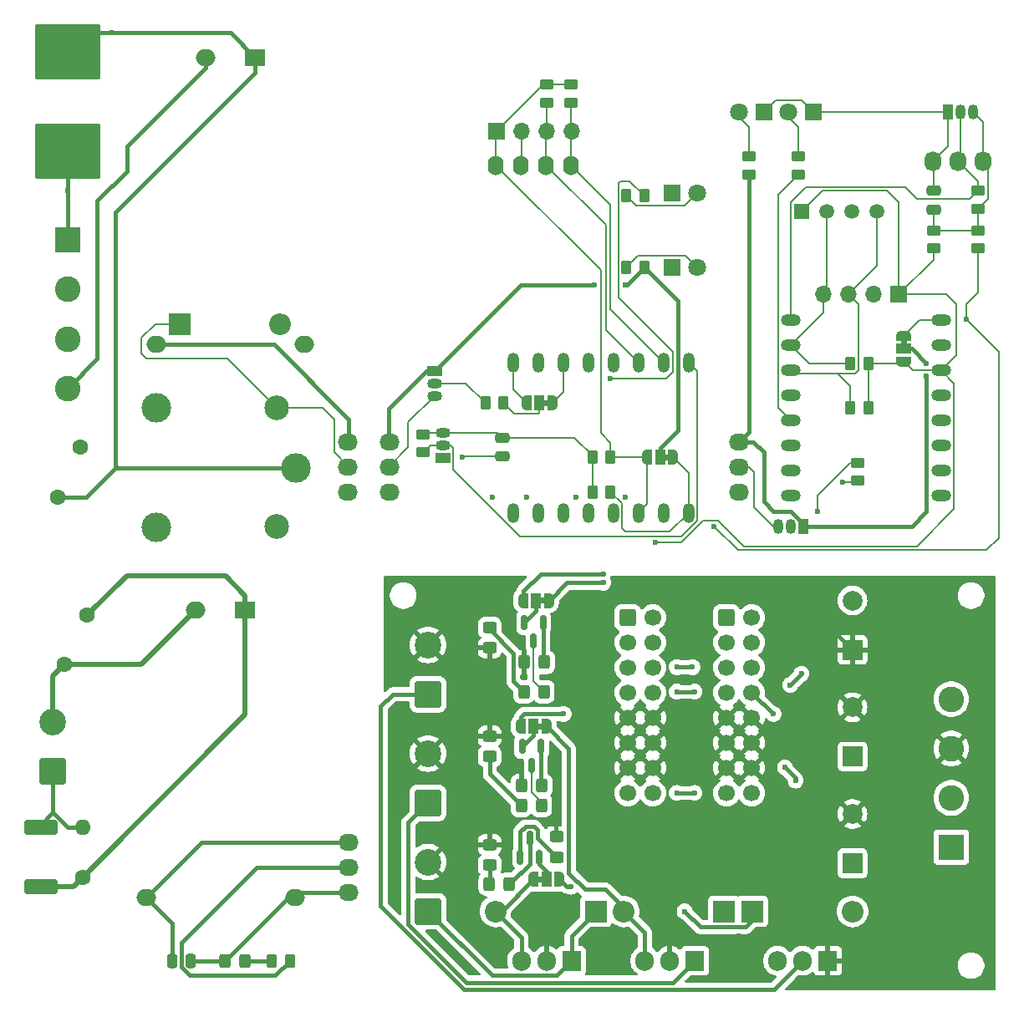
<source format=gtl>
G04 #@! TF.GenerationSoftware,KiCad,Pcbnew,8.0.6*
G04 #@! TF.CreationDate,2024-12-29T21:13:16+01:00*
G04 #@! TF.ProjectId,HomeAutomationESP32C2mini_2024_2,486f6d65-4175-4746-9f6d-6174696f6e45,rev?*
G04 #@! TF.SameCoordinates,Original*
G04 #@! TF.FileFunction,Copper,L1,Top*
G04 #@! TF.FilePolarity,Positive*
%FSLAX46Y46*%
G04 Gerber Fmt 4.6, Leading zero omitted, Abs format (unit mm)*
G04 Created by KiCad (PCBNEW 8.0.6) date 2024-12-29 21:13:16*
%MOMM*%
%LPD*%
G01*
G04 APERTURE LIST*
G04 Aperture macros list*
%AMRoundRect*
0 Rectangle with rounded corners*
0 $1 Rounding radius*
0 $2 $3 $4 $5 $6 $7 $8 $9 X,Y pos of 4 corners*
0 Add a 4 corners polygon primitive as box body*
4,1,4,$2,$3,$4,$5,$6,$7,$8,$9,$2,$3,0*
0 Add four circle primitives for the rounded corners*
1,1,$1+$1,$2,$3*
1,1,$1+$1,$4,$5*
1,1,$1+$1,$6,$7*
1,1,$1+$1,$8,$9*
0 Add four rect primitives between the rounded corners*
20,1,$1+$1,$2,$3,$4,$5,0*
20,1,$1+$1,$4,$5,$6,$7,0*
20,1,$1+$1,$6,$7,$8,$9,0*
20,1,$1+$1,$8,$9,$2,$3,0*%
%AMFreePoly0*
4,1,19,0.550000,-0.750000,0.000000,-0.750000,0.000000,-0.744911,-0.071157,-0.744911,-0.207708,-0.704816,-0.327430,-0.627875,-0.420627,-0.520320,-0.479746,-0.390866,-0.500000,-0.250000,-0.500000,0.250000,-0.479746,0.390866,-0.420627,0.520320,-0.327430,0.627875,-0.207708,0.704816,-0.071157,0.744911,0.000000,0.744911,0.000000,0.750000,0.550000,0.750000,0.550000,-0.750000,0.550000,-0.750000,
$1*%
%AMFreePoly1*
4,1,19,0.000000,0.744911,0.071157,0.744911,0.207708,0.704816,0.327430,0.627875,0.420627,0.520320,0.479746,0.390866,0.500000,0.250000,0.500000,-0.250000,0.479746,-0.390866,0.420627,-0.520320,0.327430,-0.627875,0.207708,-0.704816,0.071157,-0.744911,0.000000,-0.744911,0.000000,-0.750000,-0.550000,-0.750000,-0.550000,0.750000,0.000000,0.750000,0.000000,0.744911,0.000000,0.744911,
$1*%
G04 Aperture macros list end*
G04 #@! TA.AperFunction,EtchedComponent*
%ADD10C,0.000000*%
G04 #@! TD*
G04 #@! TA.AperFunction,SMDPad,CuDef*
%ADD11RoundRect,0.250000X3.090000X-2.550000X3.090000X2.550000X-3.090000X2.550000X-3.090000X-2.550000X0*%
G04 #@! TD*
G04 #@! TA.AperFunction,ComponentPad*
%ADD12RoundRect,0.250000X-0.600000X-0.600000X0.600000X-0.600000X0.600000X0.600000X-0.600000X0.600000X0*%
G04 #@! TD*
G04 #@! TA.AperFunction,ComponentPad*
%ADD13C,1.700000*%
G04 #@! TD*
G04 #@! TA.AperFunction,ComponentPad*
%ADD14R,2.200000X2.200000*%
G04 #@! TD*
G04 #@! TA.AperFunction,ComponentPad*
%ADD15O,2.200000X2.200000*%
G04 #@! TD*
G04 #@! TA.AperFunction,SMDPad,CuDef*
%ADD16FreePoly0,270.000000*%
G04 #@! TD*
G04 #@! TA.AperFunction,SMDPad,CuDef*
%ADD17R,1.500000X1.000000*%
G04 #@! TD*
G04 #@! TA.AperFunction,SMDPad,CuDef*
%ADD18FreePoly1,270.000000*%
G04 #@! TD*
G04 #@! TA.AperFunction,ComponentPad*
%ADD19C,3.000000*%
G04 #@! TD*
G04 #@! TA.AperFunction,ComponentPad*
%ADD20C,2.500000*%
G04 #@! TD*
G04 #@! TA.AperFunction,ComponentPad*
%ADD21R,1.800000X1.800000*%
G04 #@! TD*
G04 #@! TA.AperFunction,ComponentPad*
%ADD22C,1.800000*%
G04 #@! TD*
G04 #@! TA.AperFunction,SMDPad,CuDef*
%ADD23RoundRect,0.250000X0.450000X-0.262500X0.450000X0.262500X-0.450000X0.262500X-0.450000X-0.262500X0*%
G04 #@! TD*
G04 #@! TA.AperFunction,ComponentPad*
%ADD24O,1.727200X2.032000*%
G04 #@! TD*
G04 #@! TA.AperFunction,SMDPad,CuDef*
%ADD25RoundRect,0.250000X0.262500X0.450000X-0.262500X0.450000X-0.262500X-0.450000X0.262500X-0.450000X0*%
G04 #@! TD*
G04 #@! TA.AperFunction,SMDPad,CuDef*
%ADD26RoundRect,0.250000X0.475000X-0.250000X0.475000X0.250000X-0.475000X0.250000X-0.475000X-0.250000X0*%
G04 #@! TD*
G04 #@! TA.AperFunction,ComponentPad*
%ADD27R,1.905000X2.000000*%
G04 #@! TD*
G04 #@! TA.AperFunction,ComponentPad*
%ADD28O,1.905000X2.000000*%
G04 #@! TD*
G04 #@! TA.AperFunction,ComponentPad*
%ADD29R,2.000000X1.700000*%
G04 #@! TD*
G04 #@! TA.AperFunction,ComponentPad*
%ADD30O,2.000000X1.700000*%
G04 #@! TD*
G04 #@! TA.AperFunction,ComponentPad*
%ADD31RoundRect,0.250001X1.099999X-1.099999X1.099999X1.099999X-1.099999X1.099999X-1.099999X-1.099999X0*%
G04 #@! TD*
G04 #@! TA.AperFunction,ComponentPad*
%ADD32C,2.700000*%
G04 #@! TD*
G04 #@! TA.AperFunction,ComponentPad*
%ADD33C,1.600000*%
G04 #@! TD*
G04 #@! TA.AperFunction,ComponentPad*
%ADD34O,1.600000X1.600000*%
G04 #@! TD*
G04 #@! TA.AperFunction,ComponentPad*
%ADD35R,1.500000X1.500000*%
G04 #@! TD*
G04 #@! TA.AperFunction,ComponentPad*
%ADD36C,1.500000*%
G04 #@! TD*
G04 #@! TA.AperFunction,ComponentPad*
%ADD37R,2.600000X2.600000*%
G04 #@! TD*
G04 #@! TA.AperFunction,ComponentPad*
%ADD38C,2.600000*%
G04 #@! TD*
G04 #@! TA.AperFunction,SMDPad,CuDef*
%ADD39RoundRect,0.250000X-0.450000X0.262500X-0.450000X-0.262500X0.450000X-0.262500X0.450000X0.262500X0*%
G04 #@! TD*
G04 #@! TA.AperFunction,SMDPad,CuDef*
%ADD40RoundRect,0.249999X1.425001X-0.512501X1.425001X0.512501X-1.425001X0.512501X-1.425001X-0.512501X0*%
G04 #@! TD*
G04 #@! TA.AperFunction,ComponentPad*
%ADD41O,1.200000X2.000000*%
G04 #@! TD*
G04 #@! TA.AperFunction,ComponentPad*
%ADD42R,1.700000X1.700000*%
G04 #@! TD*
G04 #@! TA.AperFunction,ComponentPad*
%ADD43O,1.700000X1.700000*%
G04 #@! TD*
G04 #@! TA.AperFunction,ComponentPad*
%ADD44R,2.000000X2.000000*%
G04 #@! TD*
G04 #@! TA.AperFunction,ComponentPad*
%ADD45C,2.000000*%
G04 #@! TD*
G04 #@! TA.AperFunction,ComponentPad*
%ADD46O,2.000000X1.200000*%
G04 #@! TD*
G04 #@! TA.AperFunction,ComponentPad*
%ADD47O,2.032000X1.727200*%
G04 #@! TD*
G04 #@! TA.AperFunction,SMDPad,CuDef*
%ADD48RoundRect,0.250000X-0.450000X0.325000X-0.450000X-0.325000X0.450000X-0.325000X0.450000X0.325000X0*%
G04 #@! TD*
G04 #@! TA.AperFunction,ComponentPad*
%ADD49R,1.500000X1.050000*%
G04 #@! TD*
G04 #@! TA.AperFunction,ComponentPad*
%ADD50O,1.500000X1.050000*%
G04 #@! TD*
G04 #@! TA.AperFunction,ComponentPad*
%ADD51R,1.050000X1.500000*%
G04 #@! TD*
G04 #@! TA.AperFunction,ComponentPad*
%ADD52O,1.050000X1.500000*%
G04 #@! TD*
G04 #@! TA.AperFunction,SMDPad,CuDef*
%ADD53FreePoly0,180.000000*%
G04 #@! TD*
G04 #@! TA.AperFunction,SMDPad,CuDef*
%ADD54R,1.000000X1.500000*%
G04 #@! TD*
G04 #@! TA.AperFunction,SMDPad,CuDef*
%ADD55FreePoly1,180.000000*%
G04 #@! TD*
G04 #@! TA.AperFunction,ComponentPad*
%ADD56O,1.600000X2.000000*%
G04 #@! TD*
G04 #@! TA.AperFunction,SMDPad,CuDef*
%ADD57RoundRect,0.250000X-0.250000X-0.475000X0.250000X-0.475000X0.250000X0.475000X-0.250000X0.475000X0*%
G04 #@! TD*
G04 #@! TA.AperFunction,SMDPad,CuDef*
%ADD58RoundRect,0.250000X-0.262500X-0.450000X0.262500X-0.450000X0.262500X0.450000X-0.262500X0.450000X0*%
G04 #@! TD*
G04 #@! TA.AperFunction,SMDPad,CuDef*
%ADD59RoundRect,0.250000X-0.475000X0.250000X-0.475000X-0.250000X0.475000X-0.250000X0.475000X0.250000X0*%
G04 #@! TD*
G04 #@! TA.AperFunction,SMDPad,CuDef*
%ADD60RoundRect,0.250000X-0.325000X-0.450000X0.325000X-0.450000X0.325000X0.450000X-0.325000X0.450000X0*%
G04 #@! TD*
G04 #@! TA.AperFunction,SMDPad,CuDef*
%ADD61RoundRect,0.150000X0.150000X-0.587500X0.150000X0.587500X-0.150000X0.587500X-0.150000X-0.587500X0*%
G04 #@! TD*
G04 #@! TA.AperFunction,SMDPad,CuDef*
%ADD62RoundRect,0.250000X0.325000X0.450000X-0.325000X0.450000X-0.325000X-0.450000X0.325000X-0.450000X0*%
G04 #@! TD*
G04 #@! TA.AperFunction,SMDPad,CuDef*
%ADD63FreePoly0,0.000000*%
G04 #@! TD*
G04 #@! TA.AperFunction,SMDPad,CuDef*
%ADD64FreePoly1,0.000000*%
G04 #@! TD*
G04 #@! TA.AperFunction,SMDPad,CuDef*
%ADD65RoundRect,0.150000X-0.150000X0.587500X-0.150000X-0.587500X0.150000X-0.587500X0.150000X0.587500X0*%
G04 #@! TD*
G04 #@! TA.AperFunction,SMDPad,CuDef*
%ADD66RoundRect,0.250000X0.450000X-0.325000X0.450000X0.325000X-0.450000X0.325000X-0.450000X-0.325000X0*%
G04 #@! TD*
G04 #@! TA.AperFunction,ViaPad*
%ADD67C,0.600000*%
G04 #@! TD*
G04 #@! TA.AperFunction,Conductor*
%ADD68C,0.200000*%
G04 #@! TD*
G04 #@! TA.AperFunction,Conductor*
%ADD69C,0.400000*%
G04 #@! TD*
G04 #@! TA.AperFunction,Conductor*
%ADD70C,0.500000*%
G04 #@! TD*
G04 APERTURE END LIST*
D10*
G04 #@! TA.AperFunction,EtchedComponent*
G36*
X139990000Y-83600000D02*
G01*
X139390000Y-83600000D01*
X139390000Y-83100000D01*
X139990000Y-83100000D01*
X139990000Y-83600000D01*
G37*
G04 #@! TD.AperFunction*
G04 #@! TA.AperFunction,EtchedComponent*
G36*
X115900000Y-95300000D02*
G01*
X115400000Y-95300000D01*
X115400000Y-94700000D01*
X115900000Y-94700000D01*
X115900000Y-95300000D01*
G37*
G04 #@! TD.AperFunction*
G04 #@! TA.AperFunction,EtchedComponent*
G36*
X103700000Y-89800000D02*
G01*
X103200000Y-89800000D01*
X103200000Y-89200000D01*
X103700000Y-89200000D01*
X103700000Y-89800000D01*
G37*
G04 #@! TD.AperFunction*
G04 #@! TA.AperFunction,EtchedComponent*
G36*
X103350000Y-109800000D02*
G01*
X102850000Y-109800000D01*
X102850000Y-109200000D01*
X103350000Y-109200000D01*
X103350000Y-109800000D01*
G37*
G04 #@! TD.AperFunction*
G04 #@! TA.AperFunction,EtchedComponent*
G36*
X103100000Y-122550000D02*
G01*
X102600000Y-122550000D01*
X102600000Y-121950000D01*
X103100000Y-121950000D01*
X103100000Y-122550000D01*
G37*
G04 #@! TD.AperFunction*
G04 #@! TA.AperFunction,EtchedComponent*
G36*
X103100000Y-138050000D02*
G01*
X102600000Y-138050000D01*
X102600000Y-137450000D01*
X103100000Y-137450000D01*
X103100000Y-138050000D01*
G37*
G04 #@! TD.AperFunction*
D11*
X55000000Y-64000000D03*
X55000000Y-53900000D03*
D12*
X121750000Y-111220000D03*
D13*
X124290000Y-111220000D03*
X121750000Y-113760000D03*
X124290000Y-113760000D03*
X121750000Y-116300000D03*
X124290000Y-116300000D03*
X121750000Y-118840000D03*
X124290000Y-118840000D03*
X121750000Y-121380000D03*
X124290000Y-121380000D03*
X121750000Y-123920000D03*
X124290000Y-123920000D03*
X121750000Y-126460000D03*
X124290000Y-126460000D03*
X121750000Y-129000000D03*
X124290000Y-129000000D03*
D12*
X111725000Y-111220000D03*
D13*
X114265000Y-111220000D03*
X111725000Y-113760000D03*
X114265000Y-113760000D03*
X111725000Y-116300000D03*
X114265000Y-116300000D03*
X111725000Y-118840000D03*
X114265000Y-118840000D03*
X111725000Y-121380000D03*
X114265000Y-121380000D03*
X111725000Y-123920000D03*
X114265000Y-123920000D03*
X111725000Y-126460000D03*
X114265000Y-126460000D03*
X111725000Y-129000000D03*
X114265000Y-129000000D03*
D14*
X121500000Y-141000000D03*
D15*
X111340000Y-141000000D03*
D14*
X124340000Y-141000000D03*
D15*
X134500000Y-141000000D03*
D16*
X139690000Y-82700000D03*
D17*
X139690000Y-84000000D03*
D18*
X139690000Y-85300000D03*
D19*
X78150000Y-96050000D03*
D20*
X76200000Y-90000000D03*
D19*
X64000000Y-90000000D03*
X63950000Y-102050000D03*
D20*
X76200000Y-102000000D03*
D21*
X125540000Y-60000000D03*
D22*
X123000000Y-60000000D03*
D23*
X147190000Y-69825000D03*
X147190000Y-68000000D03*
D24*
X147730000Y-65000000D03*
X145190000Y-65000000D03*
X142650000Y-65000000D03*
D25*
X136102500Y-85500000D03*
X134277500Y-85500000D03*
X113412500Y-75750000D03*
X111587500Y-75750000D03*
D26*
X142690000Y-69900000D03*
X142690000Y-68000000D03*
D25*
X113412500Y-68500000D03*
X111587500Y-68500000D03*
D27*
X106040000Y-146000000D03*
D28*
X103500000Y-146000000D03*
X100960000Y-146000000D03*
D29*
X74000000Y-54502500D03*
D30*
X69000000Y-54502500D03*
X79000000Y-83582500D03*
X64000000Y-83582500D03*
D31*
X91500000Y-141000000D03*
D32*
X91500000Y-136000000D03*
D33*
X56500000Y-137580000D03*
D34*
X56500000Y-132500000D03*
D35*
X129380000Y-70100000D03*
D36*
X131920000Y-70100000D03*
X134460000Y-70100000D03*
X137000000Y-70100000D03*
D27*
X132000000Y-146000000D03*
D28*
X129460000Y-146000000D03*
X126920000Y-146000000D03*
D37*
X55000000Y-73000000D03*
D38*
X55000000Y-78000000D03*
X55000000Y-83000000D03*
X55000000Y-88000000D03*
D39*
X91000000Y-92675000D03*
X91000000Y-94500000D03*
D25*
X99150000Y-89500000D03*
X97325000Y-89500000D03*
D40*
X52300000Y-138487500D03*
X52300000Y-132512500D03*
D21*
X116225000Y-68250000D03*
D22*
X118765000Y-68250000D03*
D41*
X117890000Y-85380000D03*
X115350000Y-85380000D03*
X112810000Y-85380000D03*
X110270000Y-85380000D03*
X107730000Y-85380000D03*
X105190000Y-85380000D03*
X102650000Y-85380000D03*
X100110000Y-85380000D03*
X100110000Y-100620000D03*
X102650000Y-100620000D03*
X105190000Y-100620000D03*
X107730000Y-100620000D03*
X110270000Y-100620000D03*
X112810000Y-100620000D03*
X115350000Y-100620000D03*
X117890000Y-100620000D03*
D42*
X98420000Y-62000000D03*
D43*
X100960000Y-62000000D03*
X103500000Y-62000000D03*
X106040000Y-62000000D03*
D27*
X118540000Y-146000000D03*
D28*
X116000000Y-146000000D03*
X113460000Y-146000000D03*
D37*
X144500000Y-134500000D03*
D38*
X144500000Y-129500000D03*
X144500000Y-124500000D03*
X144500000Y-119500000D03*
D23*
X135000000Y-97390000D03*
X135000000Y-95565000D03*
D33*
X57000000Y-111000000D03*
X54700000Y-116000000D03*
D44*
X134500000Y-125316161D03*
D45*
X134500000Y-120316161D03*
D46*
X128260000Y-81110000D03*
X128260000Y-83650000D03*
X128260000Y-86190000D03*
X128260000Y-88730000D03*
X128260000Y-91270000D03*
X128260000Y-93810000D03*
X128260000Y-96350000D03*
X128260000Y-98890000D03*
X143500000Y-98890000D03*
X143500000Y-96350000D03*
X143500000Y-93810000D03*
X143500000Y-91270000D03*
X143500000Y-88730000D03*
X143500000Y-86190000D03*
X143500000Y-83650000D03*
X143500000Y-81110000D03*
D47*
X83500000Y-134000000D03*
X83500000Y-136540000D03*
X83500000Y-139080000D03*
D39*
X106000000Y-57250000D03*
X106000000Y-59075000D03*
D48*
X97750000Y-123250000D03*
X97750000Y-125300000D03*
D44*
X134500000Y-114500000D03*
D45*
X134500000Y-109500000D03*
D29*
X73000000Y-110500000D03*
D30*
X68000000Y-110500000D03*
X78000000Y-139580000D03*
X63000000Y-139580000D03*
D49*
X92140000Y-86230000D03*
D50*
X92140000Y-87500000D03*
X92140000Y-88770000D03*
D51*
X129500000Y-102000000D03*
D52*
X128230000Y-102000000D03*
X126960000Y-102000000D03*
D23*
X129040000Y-66325000D03*
X129040000Y-64500000D03*
D53*
X116300000Y-95000000D03*
D54*
X115000000Y-95000000D03*
D55*
X113700000Y-95000000D03*
D21*
X130540000Y-60000000D03*
D22*
X128000000Y-60000000D03*
D56*
X98380000Y-65400000D03*
X100920000Y-65400000D03*
X103460000Y-65400000D03*
X106000000Y-65400000D03*
D48*
X97750000Y-112250000D03*
X97750000Y-114300000D03*
D39*
X103500000Y-57250000D03*
X103500000Y-59075000D03*
D31*
X53500000Y-126777500D03*
D32*
X53500000Y-121777500D03*
D49*
X93000000Y-95040000D03*
D50*
X93000000Y-93770000D03*
X93000000Y-92500000D03*
D39*
X142690000Y-72000000D03*
X142690000Y-73825000D03*
D57*
X65600000Y-146000000D03*
X67500000Y-146000000D03*
D58*
X108175000Y-95000000D03*
X110000000Y-95000000D03*
D25*
X136102500Y-90000000D03*
X134277500Y-90000000D03*
D23*
X124040000Y-66325000D03*
X124040000Y-64500000D03*
D42*
X139190000Y-78500000D03*
D43*
X136650000Y-78500000D03*
X134110000Y-78500000D03*
X131570000Y-78500000D03*
D53*
X104100000Y-89500000D03*
D54*
X102800000Y-89500000D03*
D55*
X101500000Y-89500000D03*
D59*
X99000000Y-93000000D03*
X99000000Y-94900000D03*
D21*
X116225000Y-75750000D03*
D22*
X118765000Y-75750000D03*
D14*
X108500000Y-141000000D03*
D15*
X98340000Y-141000000D03*
D31*
X91500000Y-119000000D03*
D32*
X91500000Y-114000000D03*
D58*
X108175000Y-98500000D03*
X110000000Y-98500000D03*
D39*
X147190000Y-72000000D03*
X147190000Y-73825000D03*
D31*
X91500000Y-130000000D03*
D32*
X91500000Y-125000000D03*
D25*
X77500000Y-146000000D03*
X75675000Y-146000000D03*
D51*
X144150000Y-60000000D03*
D52*
X145420000Y-60000000D03*
X146690000Y-60000000D03*
D44*
X134500000Y-136132323D03*
D45*
X134500000Y-131132323D03*
D60*
X70950000Y-146000000D03*
X73000000Y-146000000D03*
D48*
X97750000Y-134250000D03*
X97750000Y-136300000D03*
D33*
X54000000Y-99000000D03*
X56300000Y-94000000D03*
D53*
X103750000Y-109500000D03*
D54*
X102450000Y-109500000D03*
D55*
X101150000Y-109500000D03*
D61*
X100850000Y-135500000D03*
X102750000Y-135500000D03*
X101800000Y-133625000D03*
D62*
X99750000Y-138250000D03*
X97700000Y-138250000D03*
X103250000Y-118750000D03*
X101200000Y-118750000D03*
D47*
X123000000Y-93460000D03*
X123000000Y-96000000D03*
X123000000Y-98540000D03*
D62*
X103275000Y-115750000D03*
X101225000Y-115750000D03*
D14*
X66340000Y-81500000D03*
D15*
X76500000Y-81500000D03*
D53*
X103500000Y-122250000D03*
D54*
X102200000Y-122250000D03*
D55*
X100900000Y-122250000D03*
D63*
X102200000Y-137750000D03*
D54*
X103500000Y-137750000D03*
D64*
X104800000Y-137750000D03*
D47*
X83400000Y-93460000D03*
X83400000Y-96000000D03*
X83400000Y-98540000D03*
D62*
X103000000Y-130250000D03*
X100950000Y-130250000D03*
D47*
X87600000Y-93420000D03*
X87600000Y-95960000D03*
X87600000Y-98500000D03*
D65*
X103150000Y-111750000D03*
X101250000Y-111750000D03*
X102200000Y-113625000D03*
D66*
X104500000Y-135500000D03*
X104500000Y-133450000D03*
D65*
X102950000Y-124312500D03*
X101050000Y-124312500D03*
X102000000Y-126187500D03*
D62*
X103025000Y-128250000D03*
X100975000Y-128250000D03*
D67*
X98000000Y-99000000D03*
X101500000Y-99000000D03*
X106500000Y-99000000D03*
X111500000Y-99000000D03*
X114500000Y-103600000D03*
X120500000Y-102000000D03*
X59500000Y-52000000D03*
X55000000Y-68000000D03*
X115000000Y-144500000D03*
X95000000Y-146000000D03*
X103500000Y-143500000D03*
X111000000Y-138500000D03*
X135500000Y-144000000D03*
X129500000Y-141000000D03*
X124500000Y-137500000D03*
X124500000Y-132000000D03*
X120500000Y-136000000D03*
X112500000Y-133500000D03*
X107500000Y-124500000D03*
X99500000Y-131500000D03*
X96000000Y-127500000D03*
X110000000Y-146000000D03*
X123000000Y-148000000D03*
X123000000Y-143500000D03*
X99500000Y-144000000D03*
X96000000Y-135000000D03*
X99500000Y-134000000D03*
X100500000Y-126000000D03*
X96000000Y-123500000D03*
X96000000Y-114500000D03*
X99000000Y-117000000D03*
X104500000Y-117000000D03*
X101000000Y-113500000D03*
X100000000Y-111000000D03*
X104500000Y-111000000D03*
X126000000Y-117500000D03*
X126000000Y-112500000D03*
X109500000Y-117500000D03*
X109500000Y-112500000D03*
X116500000Y-124000000D03*
X118500000Y-124000000D03*
X97500000Y-121500000D03*
X104000000Y-125000000D03*
X104500000Y-131500000D03*
X120500000Y-132000000D03*
X114500000Y-132000000D03*
X107000000Y-128000000D03*
X115000000Y-136000000D03*
X135500000Y-139000000D03*
X134500000Y-148500000D03*
X144000000Y-148500000D03*
X148500000Y-144000000D03*
X148500000Y-137500000D03*
X148500000Y-116500000D03*
X148500000Y-111500000D03*
X144000000Y-107500000D03*
X91500000Y-107500000D03*
X88000000Y-117000000D03*
X88000000Y-121500000D03*
X94000000Y-141500000D03*
X98500000Y-146000000D03*
X88000000Y-134000000D03*
X88000000Y-139500000D03*
X112000000Y-109000000D03*
X115000000Y-108000000D03*
X115000000Y-108000000D03*
X118300000Y-116250000D03*
X116700000Y-116250000D03*
X116700000Y-118750000D03*
X118500000Y-118750000D03*
X116700000Y-129000000D03*
X118500000Y-129000000D03*
X126500000Y-121000000D03*
X127658909Y-126408908D03*
X128750000Y-127750000D03*
X128196814Y-118053186D03*
X129328186Y-116921814D03*
X105250000Y-121000000D03*
X117500000Y-141000000D03*
X109250000Y-107700003D03*
X109250000Y-106800000D03*
X106000000Y-138500000D03*
X133500000Y-97500000D03*
X146000000Y-81000000D03*
X131000000Y-100500000D03*
X142000000Y-86790000D03*
X142000000Y-85500000D03*
X95000000Y-95000000D03*
X108387500Y-77500000D03*
X111500000Y-77500000D03*
X110000000Y-87000000D03*
D68*
X93770000Y-93770000D02*
X93000000Y-93770000D01*
X117182792Y-103000000D02*
X100817208Y-103000000D01*
X118790000Y-101392792D02*
X117182792Y-103000000D01*
X94050000Y-96232792D02*
X94050000Y-94050000D01*
X118790000Y-86280000D02*
X118790000Y-101392792D01*
X100817208Y-103000000D02*
X94050000Y-96232792D01*
X94050000Y-94050000D02*
X93770000Y-93770000D01*
X117890000Y-85380000D02*
X118790000Y-86280000D01*
X119348478Y-101400000D02*
X117148478Y-103600000D01*
X120900000Y-101400000D02*
X119348478Y-101400000D01*
X123500000Y-104000000D02*
X120900000Y-101400000D01*
X117148478Y-103600000D02*
X114500000Y-103600000D01*
X141000000Y-104000000D02*
X123500000Y-104000000D01*
X144800000Y-100200000D02*
X141000000Y-104000000D01*
X144800000Y-87490000D02*
X144800000Y-100200000D01*
X143500000Y-86190000D02*
X144800000Y-87490000D01*
X149350000Y-84350000D02*
X146000000Y-81000000D01*
X149350000Y-103150000D02*
X149350000Y-84350000D01*
X148100000Y-104400000D02*
X149350000Y-103150000D01*
X122900000Y-104400000D02*
X148100000Y-104400000D01*
X120500000Y-102000000D02*
X122900000Y-104400000D01*
X108175000Y-98500000D02*
X108175000Y-95000000D01*
D69*
X61000000Y-66000000D02*
X61000000Y-63500000D01*
X61000000Y-63500000D02*
X69000000Y-55500000D01*
X69000000Y-55500000D02*
X69000000Y-54502500D01*
X58000000Y-85000000D02*
X58000000Y-69000000D01*
X55000000Y-88000000D02*
X58000000Y-85000000D01*
X58000000Y-69000000D02*
X61000000Y-66000000D01*
X59800000Y-95850000D02*
X59900000Y-95950000D01*
X74000000Y-56000000D02*
X59800000Y-70200000D01*
X59800000Y-70200000D02*
X59800000Y-95850000D01*
X74000000Y-54502500D02*
X74000000Y-56000000D01*
X59500000Y-52000000D02*
X56900000Y-52000000D01*
X71497500Y-52000000D02*
X59500000Y-52000000D01*
X55000000Y-73000000D02*
X55000000Y-68000000D01*
X55000000Y-68000000D02*
X55000000Y-64000000D01*
X56900000Y-52000000D02*
X55000000Y-53900000D01*
X74000000Y-54502500D02*
X71497500Y-52000000D01*
X103500000Y-146000000D02*
X103500000Y-143500000D01*
D68*
X80800000Y-90000000D02*
X76200000Y-90000000D01*
X82000000Y-91200000D02*
X80800000Y-90000000D01*
X82000000Y-94500000D02*
X82000000Y-91200000D01*
X83500000Y-96000000D02*
X82000000Y-94500000D01*
X147190000Y-78310000D02*
X147190000Y-73825000D01*
X146000000Y-79500000D02*
X147190000Y-78310000D01*
X146000000Y-81000000D02*
X146000000Y-79500000D01*
X145000000Y-84690000D02*
X143500000Y-86190000D01*
X145000000Y-79500000D02*
X145000000Y-84690000D01*
X144000000Y-78500000D02*
X145000000Y-79500000D01*
X139190000Y-78500000D02*
X144000000Y-78500000D01*
X62500000Y-84500000D02*
X62500000Y-82903077D01*
X62500000Y-82903077D02*
X63903077Y-81500000D01*
X71200000Y-85000000D02*
X63000000Y-85000000D01*
X63000000Y-85000000D02*
X62500000Y-84500000D01*
X76200000Y-90000000D02*
X71200000Y-85000000D01*
X63903077Y-81500000D02*
X66340000Y-81500000D01*
X89500000Y-93960000D02*
X87500000Y-95960000D01*
X89500000Y-91410000D02*
X89500000Y-93960000D01*
X92140000Y-88770000D02*
X89500000Y-91410000D01*
X109500000Y-71440000D02*
X103460000Y-65400000D01*
X109500000Y-82070000D02*
X109500000Y-71440000D01*
X112810000Y-85380000D02*
X109500000Y-82070000D01*
X115350000Y-85380000D02*
X110000000Y-80030000D01*
X110000000Y-80030000D02*
X110000000Y-69400000D01*
X110000000Y-69400000D02*
X106000000Y-65400000D01*
X110775000Y-67225000D02*
X110775000Y-78775000D01*
X110775000Y-78775000D02*
X116300000Y-84300000D01*
X116300000Y-84300000D02*
X116300000Y-86300000D01*
X116300000Y-86300000D02*
X115600000Y-87000000D01*
X111000000Y-67000000D02*
X110775000Y-67225000D01*
X115600000Y-87000000D02*
X110000000Y-87000000D01*
X111912500Y-67000000D02*
X111000000Y-67000000D01*
X113412500Y-68500000D02*
X111912500Y-67000000D01*
D69*
X113000000Y-108000000D02*
X112000000Y-109000000D01*
X115000000Y-108000000D02*
X113000000Y-108000000D01*
X128000000Y-108000000D02*
X115000000Y-108000000D01*
X134500000Y-114500000D02*
X128000000Y-108000000D01*
X118300000Y-116250000D02*
X116700000Y-116250000D01*
X118500000Y-118750000D02*
X116700000Y-118750000D01*
X118500000Y-129000000D02*
X116700000Y-129000000D01*
X126500000Y-121000000D02*
X126450000Y-121000000D01*
X126450000Y-121000000D02*
X124290000Y-118840000D01*
X128750000Y-127750000D02*
X128750000Y-127499999D01*
X128750000Y-127499999D02*
X127658909Y-126408908D01*
X129328186Y-116921814D02*
X128196814Y-118053186D01*
X107381371Y-138750000D02*
X105750000Y-137118629D01*
X105750000Y-124500000D02*
X103500000Y-122250000D01*
X109450000Y-138750000D02*
X107381371Y-138750000D01*
X111340000Y-140640000D02*
X109450000Y-138750000D01*
X111340000Y-141000000D02*
X111340000Y-140640000D01*
X105750000Y-137118629D02*
X105750000Y-124500000D01*
X105245000Y-120995000D02*
X105250000Y-121000000D01*
X101205000Y-120995000D02*
X105245000Y-120995000D01*
X100900000Y-121300000D02*
X101205000Y-120995000D01*
X100900000Y-122250000D02*
X100900000Y-121300000D01*
X87950000Y-119000000D02*
X91500000Y-119000000D01*
X86700000Y-120250000D02*
X87950000Y-119000000D01*
X86700000Y-140457538D02*
X86700000Y-120250000D01*
X95142462Y-148900000D02*
X86700000Y-140457538D01*
X126560000Y-148900000D02*
X95142462Y-148900000D01*
X129460000Y-146000000D02*
X126560000Y-148900000D01*
X124340000Y-141910000D02*
X124340000Y-141000000D01*
X123650000Y-142600000D02*
X124340000Y-141910000D01*
X117500000Y-141000000D02*
X119100000Y-142600000D01*
X105549997Y-107700003D02*
X109250000Y-107700003D01*
X103750000Y-109500000D02*
X105549997Y-107700003D01*
X119100000Y-142600000D02*
X123650000Y-142600000D01*
X102900000Y-106800000D02*
X109250000Y-106800000D01*
X101150000Y-108550000D02*
X102900000Y-106800000D01*
X101150000Y-109500000D02*
X101150000Y-108550000D01*
X89500000Y-142267588D02*
X89500000Y-132000000D01*
X95432412Y-148200000D02*
X89500000Y-142267588D01*
X118540000Y-146000000D02*
X116340000Y-148200000D01*
X116340000Y-148200000D02*
X95432412Y-148200000D01*
X89500000Y-132000000D02*
X91500000Y-130000000D01*
X113460000Y-143120000D02*
X111340000Y-141000000D01*
X113460000Y-146000000D02*
X113460000Y-143120000D01*
D68*
X102000000Y-128926166D02*
X102000000Y-126187500D01*
X103000000Y-129926166D02*
X102000000Y-128926166D01*
X103000000Y-130250000D02*
X103000000Y-129926166D01*
X102200000Y-117700000D02*
X102200000Y-113625000D01*
X103250000Y-118750000D02*
X102200000Y-117700000D01*
D69*
X102450000Y-110550000D02*
X101250000Y-111750000D01*
X102450000Y-109500000D02*
X102450000Y-110550000D01*
X103150000Y-115625000D02*
X103275000Y-115750000D01*
X103150000Y-111750000D02*
X103150000Y-115625000D01*
X100139909Y-117689909D02*
X101200000Y-118750000D01*
X97750000Y-112457412D02*
X100139909Y-114847321D01*
X100139909Y-114847321D02*
X100139909Y-117689909D01*
X97750000Y-112250000D02*
X97750000Y-112457412D01*
X97750000Y-127050000D02*
X97750000Y-125300000D01*
X100950000Y-130250000D02*
X97750000Y-127050000D01*
X102200000Y-123162500D02*
X102200000Y-122250000D01*
X101050000Y-124312500D02*
X102200000Y-123162500D01*
X102950000Y-128175000D02*
X103025000Y-128250000D01*
X102950000Y-124312500D02*
X102950000Y-128175000D01*
X102600000Y-133600000D02*
X104500000Y-135500000D01*
X101376606Y-132387500D02*
X102223394Y-132387500D01*
X102223394Y-132387500D02*
X102600000Y-132764106D01*
X100850000Y-132914106D02*
X101376606Y-132387500D01*
X102600000Y-132764106D02*
X102600000Y-133600000D01*
X100850000Y-135500000D02*
X100850000Y-132914106D01*
X103500000Y-136987499D02*
X103500000Y-137750000D01*
X102750000Y-136237499D02*
X103500000Y-136987499D01*
X102750000Y-135500000D02*
X102750000Y-136237499D01*
X101800000Y-136210894D02*
X101800000Y-133625000D01*
X100010894Y-138000000D02*
X101800000Y-136210894D01*
X99750000Y-138250000D02*
X100000000Y-138000000D01*
X100000000Y-138000000D02*
X100010894Y-138000000D01*
X97750000Y-136300000D02*
X97750000Y-138200000D01*
X97750000Y-138200000D02*
X97700000Y-138250000D01*
X105550000Y-138500000D02*
X104800000Y-137750000D01*
X106000000Y-138500000D02*
X105550000Y-138500000D01*
X98950000Y-141000000D02*
X98340000Y-141000000D01*
X102200000Y-137750000D02*
X98950000Y-141000000D01*
X100960000Y-143620000D02*
X98340000Y-141000000D01*
X100960000Y-146000000D02*
X100960000Y-143620000D01*
X106040000Y-143460000D02*
X108500000Y-141000000D01*
X106040000Y-146000000D02*
X106040000Y-143460000D01*
X104540000Y-147500000D02*
X106040000Y-146000000D01*
X98000000Y-147500000D02*
X104540000Y-147500000D01*
X91500000Y-141000000D02*
X98000000Y-147500000D01*
D68*
X128000000Y-60500000D02*
X129040000Y-61540000D01*
X129040000Y-61540000D02*
X129040000Y-64500000D01*
X128000000Y-60000000D02*
X128000000Y-60500000D01*
X123000000Y-60500000D02*
X124040000Y-61540000D01*
X124040000Y-61540000D02*
X124040000Y-64500000D01*
X123000000Y-60000000D02*
X123000000Y-60500000D01*
D69*
X78150000Y-96050000D02*
X59800000Y-96050000D01*
X59800000Y-96050000D02*
X56850000Y-99000000D01*
X56850000Y-99000000D02*
X54000000Y-99000000D01*
D68*
X146390000Y-68800000D02*
X147190000Y-68000000D01*
X145420000Y-64770000D02*
X145190000Y-65000000D01*
X139849744Y-67600000D02*
X141049744Y-68800000D01*
X128260000Y-69120000D02*
X129780000Y-67600000D01*
X147190000Y-67000000D02*
X145190000Y-65000000D01*
X141049744Y-68800000D02*
X146390000Y-68800000D01*
X147190000Y-68000000D02*
X147190000Y-67000000D01*
X129780000Y-67600000D02*
X139849744Y-67600000D01*
X145420000Y-60000000D02*
X145420000Y-64770000D01*
X128260000Y-81110000D02*
X128260000Y-69120000D01*
X131920000Y-78150000D02*
X131570000Y-78500000D01*
X131570000Y-78500000D02*
X131570000Y-80340000D01*
X134277500Y-85500000D02*
X130110000Y-85500000D01*
X130110000Y-85500000D02*
X128260000Y-83650000D01*
X131570000Y-80340000D02*
X128260000Y-83650000D01*
X131920000Y-70100000D02*
X131920000Y-78150000D01*
X140580000Y-86190000D02*
X139690000Y-85300000D01*
X139190000Y-78500000D02*
X139190000Y-69190000D01*
X142690000Y-75000000D02*
X139190000Y-78500000D01*
X139190000Y-69190000D02*
X138000000Y-68000000D01*
X136102500Y-85500000D02*
X139490000Y-85500000D01*
X136102500Y-90000000D02*
X136102500Y-85500000D01*
X131480000Y-68000000D02*
X129380000Y-70100000D01*
X139490000Y-85500000D02*
X139690000Y-85300000D01*
X142690000Y-73825000D02*
X142690000Y-75000000D01*
X138000000Y-68000000D02*
X131480000Y-68000000D01*
X143500000Y-86190000D02*
X140580000Y-86190000D01*
X137000000Y-70100000D02*
X137000000Y-75610000D01*
X134110000Y-78500000D02*
X135090000Y-79480000D01*
X134277500Y-90000000D02*
X134277500Y-87777500D01*
X137000000Y-75610000D02*
X134110000Y-78500000D01*
X134277500Y-87777500D02*
X133000000Y-86500000D01*
X135090000Y-79480000D02*
X135090000Y-86184744D01*
X135090000Y-86184744D02*
X134774744Y-86500000D01*
X133000000Y-86500000D02*
X128570000Y-86500000D01*
X128570000Y-86500000D02*
X128260000Y-86190000D01*
X134774744Y-86500000D02*
X128570000Y-86500000D01*
X134890000Y-97500000D02*
X135000000Y-97390000D01*
X133500000Y-97500000D02*
X134890000Y-97500000D01*
X143500000Y-81110000D02*
X141280000Y-81110000D01*
X141280000Y-81110000D02*
X139690000Y-82700000D01*
X131000000Y-100500000D02*
X131000000Y-98865000D01*
X131000000Y-98865000D02*
X134300000Y-95565000D01*
X134300000Y-95565000D02*
X135000000Y-95565000D01*
X126960000Y-89970000D02*
X128260000Y-91270000D01*
X129040000Y-66325000D02*
X126960000Y-68405000D01*
X126960000Y-68405000D02*
X126960000Y-89970000D01*
X144150000Y-60000000D02*
X144150000Y-63500000D01*
X130540000Y-60000000D02*
X144150000Y-60000000D01*
X126740000Y-58800000D02*
X129340000Y-58800000D01*
X125540000Y-60000000D02*
X126740000Y-58800000D01*
X144150000Y-63500000D02*
X142650000Y-65000000D01*
X129340000Y-58800000D02*
X130540000Y-60000000D01*
X142690000Y-68000000D02*
X142690000Y-65040000D01*
X142690000Y-65040000D02*
X142650000Y-65000000D01*
X147190000Y-72000000D02*
X142690000Y-72000000D01*
X148190000Y-68825000D02*
X147190000Y-69825000D01*
X147190000Y-72000000D02*
X147190000Y-69825000D01*
X147730000Y-65000000D02*
X147730000Y-65270000D01*
X147730000Y-65000000D02*
X147730000Y-61040000D01*
X147730000Y-61040000D02*
X146690000Y-60000000D01*
X142690000Y-72000000D02*
X142690000Y-69900000D01*
X148190000Y-65730000D02*
X148190000Y-68825000D01*
X147730000Y-65270000D02*
X148190000Y-65730000D01*
D69*
X83500000Y-93460000D02*
X83500000Y-91200000D01*
X83500000Y-91200000D02*
X75882500Y-83582500D01*
X75882500Y-83582500D02*
X64000000Y-83582500D01*
X124460000Y-93460000D02*
X123000000Y-93460000D01*
X124040000Y-92420000D02*
X123000000Y-93460000D01*
X129500000Y-102000000D02*
X129500000Y-101736852D01*
X125500000Y-94500000D02*
X124460000Y-93460000D01*
X124040000Y-66325000D02*
X124040000Y-92420000D01*
X142000000Y-86790000D02*
X142000000Y-100500000D01*
X140500000Y-102000000D02*
X129500000Y-102000000D01*
X125500000Y-99500000D02*
X125500000Y-94500000D01*
X139690000Y-84000000D02*
X140500000Y-84000000D01*
X126500000Y-100500000D02*
X125500000Y-99500000D01*
X128263148Y-100500000D02*
X126500000Y-100500000D01*
X142000000Y-100500000D02*
X140500000Y-102000000D01*
X129500000Y-101736852D02*
X128263148Y-100500000D01*
X140500000Y-84000000D02*
X142000000Y-85500000D01*
D68*
X126434314Y-102000000D02*
X124500000Y-100065686D01*
X126960000Y-102000000D02*
X126434314Y-102000000D01*
X124500000Y-96500000D02*
X124000000Y-96000000D01*
X124000000Y-96000000D02*
X123000000Y-96000000D01*
X124500000Y-100065686D02*
X124500000Y-96500000D01*
X91175000Y-92500000D02*
X91000000Y-92675000D01*
X99000000Y-93000000D02*
X98500000Y-92500000D01*
X106337500Y-93000000D02*
X108175000Y-94837500D01*
X108175000Y-94837500D02*
X108175000Y-95000000D01*
X99000000Y-93000000D02*
X106337500Y-93000000D01*
X98500000Y-92500000D02*
X93000000Y-92500000D01*
X93000000Y-92500000D02*
X91175000Y-92500000D01*
X99000000Y-94900000D02*
X95100000Y-94900000D01*
X100960000Y-65360000D02*
X100920000Y-65400000D01*
X100960000Y-62000000D02*
X100960000Y-65360000D01*
X95100000Y-94900000D02*
X95000000Y-95000000D01*
X117515000Y-69500000D02*
X112587500Y-69500000D01*
X118765000Y-68250000D02*
X117515000Y-69500000D01*
X112587500Y-69500000D02*
X111587500Y-68500000D01*
X117565000Y-74550000D02*
X112787500Y-74550000D01*
X118765000Y-75750000D02*
X117565000Y-74550000D01*
X112787500Y-74550000D02*
X111587500Y-75750000D01*
X103170000Y-57250000D02*
X98420000Y-62000000D01*
X110000000Y-95000000D02*
X113700000Y-95000000D01*
X106000000Y-57250000D02*
X103500000Y-57250000D01*
X98380000Y-62040000D02*
X98420000Y-62000000D01*
X110000000Y-93500000D02*
X110000000Y-95000000D01*
X108987500Y-76007500D02*
X98380000Y-65400000D01*
X113700000Y-99730000D02*
X112810000Y-100620000D01*
X108987500Y-92487500D02*
X108987500Y-76007500D01*
X110000000Y-93500000D02*
X108987500Y-92487500D01*
X103500000Y-57250000D02*
X103170000Y-57250000D01*
X113700000Y-95000000D02*
X113700000Y-99730000D01*
X98380000Y-65400000D02*
X98380000Y-62040000D01*
X103500000Y-59075000D02*
X103500000Y-62000000D01*
X103500000Y-62000000D02*
X103500000Y-62500000D01*
X103500000Y-62500000D02*
X103460000Y-62540000D01*
X103460000Y-62540000D02*
X103460000Y-65400000D01*
X106000000Y-65400000D02*
X106000000Y-62040000D01*
X106000000Y-59075000D02*
X106000000Y-61960000D01*
X106000000Y-62040000D02*
X106040000Y-62000000D01*
X106000000Y-61960000D02*
X106040000Y-62000000D01*
X100110000Y-88110000D02*
X101500000Y-89500000D01*
X100110000Y-85380000D02*
X100110000Y-88110000D01*
X105190000Y-85380000D02*
X105190000Y-88410000D01*
X105190000Y-88410000D02*
X104100000Y-89500000D01*
X102695000Y-90555000D02*
X102800000Y-90450000D01*
X99150000Y-89500000D02*
X100205000Y-90555000D01*
X102800000Y-90450000D02*
X102800000Y-89500000D01*
X100205000Y-90555000D02*
X102695000Y-90555000D01*
D69*
X108387500Y-77500000D02*
X100870000Y-77500000D01*
X111662500Y-77500000D02*
X111500000Y-77500000D01*
X115000000Y-94050000D02*
X115000000Y-95000000D01*
X116800000Y-79137500D02*
X116800000Y-92250000D01*
X116800000Y-92250000D02*
X115000000Y-94050000D01*
X113412500Y-75750000D02*
X116800000Y-79137500D01*
X91342500Y-86230000D02*
X87500000Y-90072500D01*
X92140000Y-86230000D02*
X91342500Y-86230000D01*
X87500000Y-90072500D02*
X87500000Y-93420000D01*
X100870000Y-77500000D02*
X92140000Y-86230000D01*
X113412500Y-75750000D02*
X111662500Y-77500000D01*
D68*
X117890000Y-96590000D02*
X116300000Y-95000000D01*
X111170000Y-99670000D02*
X111170000Y-102170000D01*
X116010000Y-102500000D02*
X117890000Y-100620000D01*
X111170000Y-102170000D02*
X111500000Y-102500000D01*
X117890000Y-100620000D02*
X117890000Y-96590000D01*
X110000000Y-98500000D02*
X111170000Y-99670000D01*
X111500000Y-102500000D02*
X116010000Y-102500000D01*
X95325000Y-87500000D02*
X92140000Y-87500000D01*
X97325000Y-89500000D02*
X95325000Y-87500000D01*
X91730000Y-93770000D02*
X93000000Y-93770000D01*
X91000000Y-94500000D02*
X91730000Y-93770000D01*
D69*
X65600000Y-142180000D02*
X63000000Y-139580000D01*
X63000000Y-139580000D02*
X68580000Y-134000000D01*
X65600000Y-146000000D02*
X65600000Y-142180000D01*
X68580000Y-134000000D02*
X83500000Y-134000000D01*
X77370000Y-139580000D02*
X78000000Y-139580000D01*
X83500000Y-139080000D02*
X78500000Y-139080000D01*
X78500000Y-139080000D02*
X78000000Y-139580000D01*
X67500000Y-146000000D02*
X70950000Y-146000000D01*
X70950000Y-146000000D02*
X77370000Y-139580000D01*
X73000000Y-146000000D02*
X75675000Y-146000000D01*
D70*
X73000000Y-109000000D02*
X71000000Y-107000000D01*
X55605000Y-138475000D02*
X56500000Y-137580000D01*
X73000000Y-121080000D02*
X73000000Y-110500000D01*
X61000000Y-107000000D02*
X57000000Y-111000000D01*
X71000000Y-107000000D02*
X61000000Y-107000000D01*
X56500000Y-137580000D02*
X73000000Y-121080000D01*
X52312500Y-138475000D02*
X55605000Y-138475000D01*
X73000000Y-110500000D02*
X73000000Y-109000000D01*
X52300000Y-138487500D02*
X52312500Y-138475000D01*
D69*
X52300000Y-132200000D02*
X52300000Y-132512500D01*
X53500000Y-126777500D02*
X53500000Y-131000000D01*
X53500000Y-131000000D02*
X55000000Y-132500000D01*
X53500000Y-131000000D02*
X52300000Y-132200000D01*
X55000000Y-132500000D02*
X56500000Y-132500000D01*
X83500000Y-136540000D02*
X74160000Y-136540000D01*
X67348834Y-147500000D02*
X76000000Y-147500000D01*
X76000000Y-147500000D02*
X77500000Y-146000000D01*
X66500000Y-144200000D02*
X66500000Y-146651166D01*
X74160000Y-136540000D02*
X66500000Y-144200000D01*
X66500000Y-146651166D02*
X67348834Y-147500000D01*
D70*
X53500000Y-117200000D02*
X53500000Y-121777500D01*
X62500000Y-116000000D02*
X54700000Y-116000000D01*
X54700000Y-116000000D02*
X53500000Y-117200000D01*
X68000000Y-110500000D02*
X62500000Y-116000000D01*
G04 #@! TA.AperFunction,Conductor*
G36*
X113799075Y-126652993D02*
G01*
X113864901Y-126767007D01*
X113957993Y-126860099D01*
X114072007Y-126925925D01*
X114135590Y-126942962D01*
X113503625Y-127574925D01*
X113579594Y-127628119D01*
X113623219Y-127682696D01*
X113630413Y-127752194D01*
X113598890Y-127814549D01*
X113579595Y-127831269D01*
X113393594Y-127961508D01*
X113226505Y-128128597D01*
X113096575Y-128314158D01*
X113041998Y-128357783D01*
X112972500Y-128364977D01*
X112910145Y-128333454D01*
X112893425Y-128314158D01*
X112763494Y-128128597D01*
X112596402Y-127961506D01*
X112596401Y-127961505D01*
X112410405Y-127831269D01*
X112366781Y-127776692D01*
X112359588Y-127707193D01*
X112391110Y-127644839D01*
X112410405Y-127628119D01*
X112486373Y-127574925D01*
X111854409Y-126942962D01*
X111917993Y-126925925D01*
X112032007Y-126860099D01*
X112125099Y-126767007D01*
X112190925Y-126652993D01*
X112207962Y-126589410D01*
X112839925Y-127221373D01*
X112893425Y-127144968D01*
X112948002Y-127101344D01*
X113017501Y-127094151D01*
X113079855Y-127125673D01*
X113096576Y-127144969D01*
X113150073Y-127221372D01*
X113782037Y-126589409D01*
X113799075Y-126652993D01*
G37*
G04 #@! TD.AperFunction*
G04 #@! TA.AperFunction,Conductor*
G36*
X113799075Y-124112993D02*
G01*
X113864901Y-124227007D01*
X113957993Y-124320099D01*
X114072007Y-124385925D01*
X114135590Y-124402962D01*
X113503625Y-125034925D01*
X113580031Y-125088425D01*
X113623655Y-125143002D01*
X113630848Y-125212501D01*
X113599326Y-125274855D01*
X113580029Y-125291576D01*
X113503625Y-125345072D01*
X114135590Y-125977037D01*
X114072007Y-125994075D01*
X113957993Y-126059901D01*
X113864901Y-126152993D01*
X113799075Y-126267007D01*
X113782037Y-126330590D01*
X113150072Y-125698625D01*
X113150072Y-125698626D01*
X113096574Y-125775030D01*
X113041998Y-125818655D01*
X112972499Y-125825849D01*
X112910144Y-125794326D01*
X112893424Y-125775030D01*
X112839925Y-125698626D01*
X112839925Y-125698625D01*
X112207962Y-126330589D01*
X112190925Y-126267007D01*
X112125099Y-126152993D01*
X112032007Y-126059901D01*
X111917993Y-125994075D01*
X111854410Y-125977037D01*
X112486373Y-125345073D01*
X112409969Y-125291576D01*
X112366344Y-125236999D01*
X112359150Y-125167501D01*
X112390672Y-125105146D01*
X112409968Y-125088425D01*
X112486373Y-125034925D01*
X111854409Y-124402962D01*
X111917993Y-124385925D01*
X112032007Y-124320099D01*
X112125099Y-124227007D01*
X112190925Y-124112993D01*
X112207962Y-124049410D01*
X112839925Y-124681373D01*
X112893425Y-124604968D01*
X112948002Y-124561344D01*
X113017501Y-124554151D01*
X113079855Y-124585673D01*
X113096576Y-124604969D01*
X113150073Y-124681372D01*
X113782037Y-124049409D01*
X113799075Y-124112993D01*
G37*
G04 #@! TD.AperFunction*
G04 #@! TA.AperFunction,Conductor*
G36*
X113799075Y-121572993D02*
G01*
X113864901Y-121687007D01*
X113957993Y-121780099D01*
X114072007Y-121845925D01*
X114135590Y-121862962D01*
X113503625Y-122494925D01*
X113580031Y-122548425D01*
X113623655Y-122603002D01*
X113630848Y-122672501D01*
X113599326Y-122734855D01*
X113580029Y-122751576D01*
X113503625Y-122805072D01*
X114135590Y-123437037D01*
X114072007Y-123454075D01*
X113957993Y-123519901D01*
X113864901Y-123612993D01*
X113799075Y-123727007D01*
X113782037Y-123790590D01*
X113150072Y-123158625D01*
X113150072Y-123158626D01*
X113096574Y-123235030D01*
X113041998Y-123278655D01*
X112972499Y-123285849D01*
X112910144Y-123254326D01*
X112893424Y-123235030D01*
X112839925Y-123158626D01*
X112839925Y-123158625D01*
X112207962Y-123790589D01*
X112190925Y-123727007D01*
X112125099Y-123612993D01*
X112032007Y-123519901D01*
X111917993Y-123454075D01*
X111854410Y-123437037D01*
X112486373Y-122805073D01*
X112409969Y-122751576D01*
X112366344Y-122696999D01*
X112359150Y-122627501D01*
X112390672Y-122565146D01*
X112409968Y-122548425D01*
X112486373Y-122494925D01*
X111854409Y-121862962D01*
X111917993Y-121845925D01*
X112032007Y-121780099D01*
X112125099Y-121687007D01*
X112190925Y-121572993D01*
X112207962Y-121509410D01*
X112839925Y-122141373D01*
X112893425Y-122064968D01*
X112948002Y-122021344D01*
X113017501Y-122014151D01*
X113079855Y-122045673D01*
X113096576Y-122064969D01*
X113150073Y-122141372D01*
X113782037Y-121509409D01*
X113799075Y-121572993D01*
G37*
G04 #@! TD.AperFunction*
G04 #@! TA.AperFunction,Conductor*
G36*
X113079855Y-119506546D02*
G01*
X113096575Y-119525842D01*
X113226500Y-119711395D01*
X113226505Y-119711401D01*
X113393599Y-119878495D01*
X113513725Y-119962608D01*
X113579594Y-120008730D01*
X113623218Y-120063307D01*
X113630411Y-120132806D01*
X113598889Y-120195160D01*
X113579593Y-120211880D01*
X113503626Y-120265072D01*
X113503625Y-120265072D01*
X114135590Y-120897037D01*
X114072007Y-120914075D01*
X113957993Y-120979901D01*
X113864901Y-121072993D01*
X113799075Y-121187007D01*
X113782037Y-121250590D01*
X113150072Y-120618625D01*
X113150072Y-120618626D01*
X113096574Y-120695030D01*
X113041998Y-120738655D01*
X112972499Y-120745849D01*
X112910144Y-120714326D01*
X112893424Y-120695030D01*
X112839925Y-120618626D01*
X112839925Y-120618625D01*
X112207962Y-121250589D01*
X112190925Y-121187007D01*
X112125099Y-121072993D01*
X112032007Y-120979901D01*
X111917993Y-120914075D01*
X111854410Y-120897037D01*
X112486373Y-120265073D01*
X112486373Y-120265072D01*
X112410405Y-120211880D01*
X112366780Y-120157304D01*
X112359586Y-120087805D01*
X112391108Y-120025451D01*
X112410399Y-120008734D01*
X112596401Y-119878495D01*
X112763495Y-119711401D01*
X112893425Y-119525842D01*
X112948002Y-119482217D01*
X113017500Y-119475023D01*
X113079855Y-119506546D01*
G37*
G04 #@! TD.AperFunction*
G04 #@! TA.AperFunction,Conductor*
G36*
X123824075Y-126652993D02*
G01*
X123889901Y-126767007D01*
X123982993Y-126860099D01*
X124097007Y-126925925D01*
X124160590Y-126942962D01*
X123528625Y-127574925D01*
X123604594Y-127628119D01*
X123648219Y-127682696D01*
X123655413Y-127752194D01*
X123623890Y-127814549D01*
X123604595Y-127831269D01*
X123418594Y-127961508D01*
X123251505Y-128128597D01*
X123121575Y-128314158D01*
X123066998Y-128357783D01*
X122997500Y-128364977D01*
X122935145Y-128333454D01*
X122918425Y-128314158D01*
X122788494Y-128128597D01*
X122621402Y-127961506D01*
X122621401Y-127961505D01*
X122435405Y-127831269D01*
X122391781Y-127776692D01*
X122384588Y-127707193D01*
X122416110Y-127644839D01*
X122435405Y-127628119D01*
X122511373Y-127574925D01*
X121879409Y-126942962D01*
X121942993Y-126925925D01*
X122057007Y-126860099D01*
X122150099Y-126767007D01*
X122215925Y-126652993D01*
X122232962Y-126589410D01*
X122864925Y-127221373D01*
X122918425Y-127144968D01*
X122973002Y-127101344D01*
X123042501Y-127094151D01*
X123104855Y-127125673D01*
X123121576Y-127144969D01*
X123175073Y-127221372D01*
X123807037Y-126589409D01*
X123824075Y-126652993D01*
G37*
G04 #@! TD.AperFunction*
G04 #@! TA.AperFunction,Conductor*
G36*
X123824075Y-124112993D02*
G01*
X123889901Y-124227007D01*
X123982993Y-124320099D01*
X124097007Y-124385925D01*
X124160590Y-124402962D01*
X123528625Y-125034925D01*
X123605031Y-125088425D01*
X123648655Y-125143002D01*
X123655848Y-125212501D01*
X123624326Y-125274855D01*
X123605029Y-125291576D01*
X123528625Y-125345072D01*
X124160590Y-125977037D01*
X124097007Y-125994075D01*
X123982993Y-126059901D01*
X123889901Y-126152993D01*
X123824075Y-126267007D01*
X123807037Y-126330590D01*
X123175072Y-125698625D01*
X123175072Y-125698626D01*
X123121574Y-125775030D01*
X123066998Y-125818655D01*
X122997499Y-125825849D01*
X122935144Y-125794326D01*
X122918424Y-125775030D01*
X122864925Y-125698626D01*
X122864925Y-125698625D01*
X122232962Y-126330589D01*
X122215925Y-126267007D01*
X122150099Y-126152993D01*
X122057007Y-126059901D01*
X121942993Y-125994075D01*
X121879410Y-125977037D01*
X122511373Y-125345073D01*
X122434969Y-125291576D01*
X122391344Y-125236999D01*
X122384150Y-125167501D01*
X122415672Y-125105146D01*
X122434968Y-125088425D01*
X122511373Y-125034925D01*
X121879409Y-124402962D01*
X121942993Y-124385925D01*
X122057007Y-124320099D01*
X122150099Y-124227007D01*
X122215925Y-124112993D01*
X122232962Y-124049410D01*
X122864925Y-124681373D01*
X122918425Y-124604968D01*
X122973002Y-124561344D01*
X123042501Y-124554151D01*
X123104855Y-124585673D01*
X123121576Y-124604969D01*
X123175073Y-124681372D01*
X123807037Y-124049409D01*
X123824075Y-124112993D01*
G37*
G04 #@! TD.AperFunction*
G04 #@! TA.AperFunction,Conductor*
G36*
X123824075Y-121572993D02*
G01*
X123889901Y-121687007D01*
X123982993Y-121780099D01*
X124097007Y-121845925D01*
X124160590Y-121862962D01*
X123528625Y-122494925D01*
X123605031Y-122548425D01*
X123648655Y-122603002D01*
X123655848Y-122672501D01*
X123624326Y-122734855D01*
X123605029Y-122751576D01*
X123528625Y-122805072D01*
X124160590Y-123437037D01*
X124097007Y-123454075D01*
X123982993Y-123519901D01*
X123889901Y-123612993D01*
X123824075Y-123727007D01*
X123807037Y-123790590D01*
X123175072Y-123158625D01*
X123175072Y-123158626D01*
X123121574Y-123235030D01*
X123066998Y-123278655D01*
X122997499Y-123285849D01*
X122935144Y-123254326D01*
X122918424Y-123235030D01*
X122864925Y-123158626D01*
X122864925Y-123158625D01*
X122232962Y-123790589D01*
X122215925Y-123727007D01*
X122150099Y-123612993D01*
X122057007Y-123519901D01*
X121942993Y-123454075D01*
X121879410Y-123437037D01*
X122511373Y-122805073D01*
X122434969Y-122751576D01*
X122391344Y-122696999D01*
X122384150Y-122627501D01*
X122415672Y-122565146D01*
X122434968Y-122548425D01*
X122511373Y-122494925D01*
X121879409Y-121862962D01*
X121942993Y-121845925D01*
X122057007Y-121780099D01*
X122150099Y-121687007D01*
X122215925Y-121572993D01*
X122232962Y-121509410D01*
X122864925Y-122141373D01*
X122918425Y-122064968D01*
X122973002Y-122021344D01*
X123042501Y-122014151D01*
X123104855Y-122045673D01*
X123121576Y-122064969D01*
X123175073Y-122141372D01*
X123807037Y-121509409D01*
X123824075Y-121572993D01*
G37*
G04 #@! TD.AperFunction*
G04 #@! TA.AperFunction,Conductor*
G36*
X123104855Y-119506546D02*
G01*
X123121575Y-119525842D01*
X123251500Y-119711395D01*
X123251505Y-119711401D01*
X123418599Y-119878495D01*
X123538725Y-119962608D01*
X123604594Y-120008730D01*
X123648218Y-120063307D01*
X123655411Y-120132806D01*
X123623889Y-120195160D01*
X123604593Y-120211880D01*
X123528626Y-120265072D01*
X123528625Y-120265072D01*
X124160590Y-120897037D01*
X124097007Y-120914075D01*
X123982993Y-120979901D01*
X123889901Y-121072993D01*
X123824075Y-121187007D01*
X123807037Y-121250590D01*
X123175072Y-120618625D01*
X123175072Y-120618626D01*
X123121574Y-120695030D01*
X123066998Y-120738655D01*
X122997499Y-120745849D01*
X122935144Y-120714326D01*
X122918424Y-120695030D01*
X122864925Y-120618626D01*
X122864925Y-120618625D01*
X122232962Y-121250589D01*
X122215925Y-121187007D01*
X122150099Y-121072993D01*
X122057007Y-120979901D01*
X121942993Y-120914075D01*
X121879410Y-120897037D01*
X122511373Y-120265073D01*
X122511373Y-120265072D01*
X122435405Y-120211880D01*
X122391780Y-120157304D01*
X122384586Y-120087805D01*
X122416108Y-120025451D01*
X122435399Y-120008734D01*
X122621401Y-119878495D01*
X122788495Y-119711401D01*
X122918425Y-119525842D01*
X122973002Y-119482217D01*
X123042500Y-119475023D01*
X123104855Y-119506546D01*
G37*
G04 #@! TD.AperFunction*
G04 #@! TA.AperFunction,Conductor*
G36*
X101477020Y-107019685D02*
G01*
X101522775Y-107072489D01*
X101532719Y-107141647D01*
X101503694Y-107205203D01*
X101497662Y-107211681D01*
X100605888Y-108103453D01*
X100605887Y-108103454D01*
X100529222Y-108218192D01*
X100476421Y-108345667D01*
X100476418Y-108345679D01*
X100450358Y-108476693D01*
X100450355Y-108476709D01*
X100449500Y-108481001D01*
X100448903Y-108487068D01*
X100446532Y-108486834D01*
X100429815Y-108543767D01*
X100419213Y-108557930D01*
X100343018Y-108645863D01*
X100343015Y-108645867D01*
X100265231Y-108766905D01*
X100265223Y-108766918D01*
X100208263Y-108891643D01*
X100206015Y-108895939D01*
X100164966Y-109035738D01*
X100164963Y-109035748D01*
X100144503Y-109178059D01*
X100144503Y-109234399D01*
X100144500Y-109234409D01*
X100144500Y-109765573D01*
X100144503Y-109765601D01*
X100144503Y-109821941D01*
X100162354Y-109946094D01*
X100163703Y-109955478D01*
X100163703Y-109955481D01*
X100164964Y-109964255D01*
X100205503Y-110102313D01*
X100265223Y-110233081D01*
X100265227Y-110233087D01*
X100265230Y-110233094D01*
X100325749Y-110327264D01*
X100343015Y-110354132D01*
X100343018Y-110354136D01*
X100437152Y-110462773D01*
X100437168Y-110462791D01*
X100437171Y-110462794D01*
X100545909Y-110557015D01*
X100562340Y-110567575D01*
X100608095Y-110620378D01*
X100618039Y-110689537D01*
X100589014Y-110753092D01*
X100582989Y-110759565D01*
X100581922Y-110760632D01*
X100581915Y-110760640D01*
X100498255Y-110902103D01*
X100498254Y-110902106D01*
X100452402Y-111059926D01*
X100452401Y-111059932D01*
X100449500Y-111096798D01*
X100449500Y-112403201D01*
X100452401Y-112440067D01*
X100452402Y-112440073D01*
X100498254Y-112597893D01*
X100498255Y-112597896D01*
X100581917Y-112739362D01*
X100581923Y-112739370D01*
X100698129Y-112855576D01*
X100698133Y-112855579D01*
X100698135Y-112855581D01*
X100839602Y-112939244D01*
X100881224Y-112951336D01*
X100997426Y-112985097D01*
X100997429Y-112985097D01*
X100997431Y-112985098D01*
X101034306Y-112988000D01*
X101275500Y-112988000D01*
X101342539Y-113007685D01*
X101388294Y-113060489D01*
X101399500Y-113112000D01*
X101399500Y-114278201D01*
X101402401Y-114315067D01*
X101402402Y-114315073D01*
X101448254Y-114472892D01*
X101448255Y-114472897D01*
X101448256Y-114472898D01*
X101457732Y-114488922D01*
X101475000Y-114552042D01*
X101475000Y-116949999D01*
X101475500Y-116949999D01*
X101542539Y-116969684D01*
X101588294Y-117022488D01*
X101599500Y-117073999D01*
X101599500Y-117425500D01*
X101579815Y-117492539D01*
X101527011Y-117538294D01*
X101475500Y-117549500D01*
X101041519Y-117549500D01*
X100974480Y-117529815D01*
X100953838Y-117513181D01*
X100876728Y-117436071D01*
X100843243Y-117374748D01*
X100840409Y-117348390D01*
X100840409Y-117073999D01*
X100860094Y-117006960D01*
X100912898Y-116961205D01*
X100964409Y-116949999D01*
X100974999Y-116949999D01*
X100975000Y-116949998D01*
X100975000Y-114550000D01*
X100850009Y-114550000D01*
X100782970Y-114530315D01*
X100746906Y-114494890D01*
X100701240Y-114426546D01*
X100684023Y-114400778D01*
X100684021Y-114400775D01*
X100684020Y-114400774D01*
X98986818Y-112703573D01*
X98953333Y-112642250D01*
X98950499Y-112615901D01*
X98950499Y-111874992D01*
X98944815Y-111819353D01*
X98939999Y-111772203D01*
X98939998Y-111772200D01*
X98910660Y-111683664D01*
X98884814Y-111605666D01*
X98792712Y-111456344D01*
X98668656Y-111332288D01*
X98519334Y-111240186D01*
X98352797Y-111185001D01*
X98352795Y-111185000D01*
X98250010Y-111174500D01*
X97249998Y-111174500D01*
X97249980Y-111174501D01*
X97147203Y-111185000D01*
X97147200Y-111185001D01*
X96980668Y-111240185D01*
X96980663Y-111240187D01*
X96831342Y-111332289D01*
X96707289Y-111456342D01*
X96615187Y-111605663D01*
X96615186Y-111605666D01*
X96560001Y-111772203D01*
X96560001Y-111772204D01*
X96560000Y-111772204D01*
X96549500Y-111874983D01*
X96549500Y-112625001D01*
X96549501Y-112625019D01*
X96560000Y-112727796D01*
X96560001Y-112727799D01*
X96615185Y-112894331D01*
X96615187Y-112894336D01*
X96642887Y-112939245D01*
X96707288Y-113043656D01*
X96831344Y-113167712D01*
X96834628Y-113169737D01*
X96834653Y-113169753D01*
X96836445Y-113171746D01*
X96837011Y-113172193D01*
X96836934Y-113172289D01*
X96881379Y-113221699D01*
X96892603Y-113290661D01*
X96864761Y-113354744D01*
X96834665Y-113380826D01*
X96831660Y-113382679D01*
X96831655Y-113382683D01*
X96707684Y-113506654D01*
X96615643Y-113655875D01*
X96615641Y-113655880D01*
X96560494Y-113822302D01*
X96560493Y-113822309D01*
X96550000Y-113925013D01*
X96550000Y-114050000D01*
X97876000Y-114050000D01*
X97943039Y-114069685D01*
X97988794Y-114122489D01*
X98000000Y-114174000D01*
X98000000Y-115374999D01*
X98249972Y-115374999D01*
X98249986Y-115374998D01*
X98352697Y-115364505D01*
X98519119Y-115309358D01*
X98519124Y-115309356D01*
X98668345Y-115217315D01*
X98792315Y-115093345D01*
X98884356Y-114944124D01*
X98884358Y-114944119D01*
X98911146Y-114863279D01*
X98950918Y-114805834D01*
X99015434Y-114779011D01*
X99084210Y-114791326D01*
X99116533Y-114814602D01*
X99403090Y-115101159D01*
X99436575Y-115162482D01*
X99439409Y-115188840D01*
X99439409Y-117620915D01*
X99439409Y-117758903D01*
X99439409Y-117758905D01*
X99439408Y-117758905D01*
X99466327Y-117894231D01*
X99466330Y-117894241D01*
X99519131Y-118021716D01*
X99595796Y-118136454D01*
X99595797Y-118136455D01*
X100088181Y-118628838D01*
X100121666Y-118690161D01*
X100124500Y-118716519D01*
X100124500Y-119250001D01*
X100124501Y-119250019D01*
X100135000Y-119352796D01*
X100135001Y-119352799D01*
X100183778Y-119499995D01*
X100190186Y-119519334D01*
X100282288Y-119668656D01*
X100406344Y-119792712D01*
X100555666Y-119884814D01*
X100722203Y-119939999D01*
X100824991Y-119950500D01*
X101575008Y-119950499D01*
X101575016Y-119950498D01*
X101575019Y-119950498D01*
X101631302Y-119944748D01*
X101677797Y-119939999D01*
X101844334Y-119884814D01*
X101993656Y-119792712D01*
X102117712Y-119668656D01*
X102119461Y-119665819D01*
X102121169Y-119664283D01*
X102122193Y-119662989D01*
X102122414Y-119663163D01*
X102171406Y-119619096D01*
X102240368Y-119607872D01*
X102304451Y-119635713D01*
X102330537Y-119665817D01*
X102332288Y-119668656D01*
X102456344Y-119792712D01*
X102605666Y-119884814D01*
X102772203Y-119939999D01*
X102874991Y-119950500D01*
X103625008Y-119950499D01*
X103625016Y-119950498D01*
X103625019Y-119950498D01*
X103681302Y-119944748D01*
X103727797Y-119939999D01*
X103894334Y-119884814D01*
X104043656Y-119792712D01*
X104167712Y-119668656D01*
X104259814Y-119519334D01*
X104314999Y-119352797D01*
X104325500Y-119250009D01*
X104325499Y-118249992D01*
X104314999Y-118147203D01*
X104259814Y-117980666D01*
X104167712Y-117831344D01*
X104043656Y-117707288D01*
X103946891Y-117647603D01*
X103894336Y-117615187D01*
X103894331Y-117615185D01*
X103892862Y-117614698D01*
X103727797Y-117560001D01*
X103727795Y-117560000D01*
X103625016Y-117549500D01*
X103625009Y-117549500D01*
X102950097Y-117549500D01*
X102883058Y-117529815D01*
X102862416Y-117513181D01*
X102836819Y-117487584D01*
X102803334Y-117426261D01*
X102800500Y-117399903D01*
X102800500Y-117074499D01*
X102820185Y-117007460D01*
X102872989Y-116961705D01*
X102924495Y-116950499D01*
X103650008Y-116950499D01*
X103650016Y-116950498D01*
X103650019Y-116950498D01*
X103731084Y-116942217D01*
X103752797Y-116939999D01*
X103919334Y-116884814D01*
X104068656Y-116792712D01*
X104192712Y-116668656D01*
X104284814Y-116519334D01*
X104339999Y-116352797D01*
X104350500Y-116250009D01*
X104350499Y-115249992D01*
X104339999Y-115147203D01*
X104284814Y-114980666D01*
X104192712Y-114831344D01*
X104068656Y-114707288D01*
X103919334Y-114615186D01*
X103919332Y-114615185D01*
X103913187Y-114611395D01*
X103914290Y-114609605D01*
X103869649Y-114570290D01*
X103850500Y-114504091D01*
X103850500Y-113759999D01*
X110369341Y-113759999D01*
X110369341Y-113760000D01*
X110389936Y-113995403D01*
X110389938Y-113995413D01*
X110451094Y-114223655D01*
X110451096Y-114223659D01*
X110451097Y-114223663D01*
X110533686Y-114400775D01*
X110550965Y-114437830D01*
X110550967Y-114437834D01*
X110659179Y-114592376D01*
X110686501Y-114631396D01*
X110686506Y-114631402D01*
X110853597Y-114798493D01*
X110853603Y-114798498D01*
X111039158Y-114928425D01*
X111082783Y-114983002D01*
X111089977Y-115052500D01*
X111058454Y-115114855D01*
X111039158Y-115131575D01*
X110853597Y-115261505D01*
X110686505Y-115428597D01*
X110550965Y-115622169D01*
X110550964Y-115622171D01*
X110457401Y-115822816D01*
X110451326Y-115835847D01*
X110451098Y-115836335D01*
X110451094Y-115836344D01*
X110389938Y-116064586D01*
X110389936Y-116064596D01*
X110369341Y-116299999D01*
X110369341Y-116300000D01*
X110389936Y-116535403D01*
X110389938Y-116535413D01*
X110451094Y-116763655D01*
X110451096Y-116763659D01*
X110451097Y-116763663D01*
X110524844Y-116921814D01*
X110550965Y-116977830D01*
X110550967Y-116977834D01*
X110618303Y-117073999D01*
X110686501Y-117171396D01*
X110686506Y-117171402D01*
X110853597Y-117338493D01*
X110853603Y-117338498D01*
X111039158Y-117468425D01*
X111082783Y-117523002D01*
X111089977Y-117592500D01*
X111058454Y-117654855D01*
X111039158Y-117671575D01*
X110853597Y-117801505D01*
X110686505Y-117968597D01*
X110550965Y-118162169D01*
X110550964Y-118162171D01*
X110451098Y-118376335D01*
X110451094Y-118376344D01*
X110389938Y-118604586D01*
X110389936Y-118604596D01*
X110369341Y-118839999D01*
X110369341Y-118840000D01*
X110389936Y-119075403D01*
X110389938Y-119075413D01*
X110451094Y-119303655D01*
X110451096Y-119303659D01*
X110451097Y-119303663D01*
X110531361Y-119475789D01*
X110550965Y-119517830D01*
X110550967Y-119517834D01*
X110652728Y-119663163D01*
X110686505Y-119711401D01*
X110853599Y-119878495D01*
X110973725Y-119962608D01*
X111039594Y-120008730D01*
X111083218Y-120063307D01*
X111090411Y-120132806D01*
X111058889Y-120195160D01*
X111039593Y-120211880D01*
X110963626Y-120265072D01*
X110963625Y-120265072D01*
X111595590Y-120897037D01*
X111532007Y-120914075D01*
X111417993Y-120979901D01*
X111324901Y-121072993D01*
X111259075Y-121187007D01*
X111242037Y-121250590D01*
X110610072Y-120618625D01*
X110551401Y-120702419D01*
X110451570Y-120916507D01*
X110451566Y-120916516D01*
X110390432Y-121144673D01*
X110390430Y-121144684D01*
X110369843Y-121379998D01*
X110369843Y-121380001D01*
X110390430Y-121615315D01*
X110390432Y-121615326D01*
X110451566Y-121843483D01*
X110451570Y-121843492D01*
X110551400Y-122057579D01*
X110551402Y-122057583D01*
X110610072Y-122141373D01*
X110610073Y-122141373D01*
X111242037Y-121509409D01*
X111259075Y-121572993D01*
X111324901Y-121687007D01*
X111417993Y-121780099D01*
X111532007Y-121845925D01*
X111595590Y-121862962D01*
X110963625Y-122494925D01*
X111040031Y-122548425D01*
X111083655Y-122603002D01*
X111090848Y-122672501D01*
X111059326Y-122734855D01*
X111040029Y-122751576D01*
X110963625Y-122805072D01*
X111595590Y-123437037D01*
X111532007Y-123454075D01*
X111417993Y-123519901D01*
X111324901Y-123612993D01*
X111259075Y-123727007D01*
X111242037Y-123790590D01*
X110610072Y-123158625D01*
X110551401Y-123242419D01*
X110451570Y-123456507D01*
X110451566Y-123456516D01*
X110390432Y-123684673D01*
X110390430Y-123684684D01*
X110369843Y-123919998D01*
X110369843Y-123920001D01*
X110390430Y-124155315D01*
X110390432Y-124155326D01*
X110451566Y-124383483D01*
X110451570Y-124383492D01*
X110551400Y-124597579D01*
X110551402Y-124597583D01*
X110610072Y-124681373D01*
X110610073Y-124681373D01*
X111242037Y-124049409D01*
X111259075Y-124112993D01*
X111324901Y-124227007D01*
X111417993Y-124320099D01*
X111532007Y-124385925D01*
X111595590Y-124402962D01*
X110963625Y-125034925D01*
X111040031Y-125088425D01*
X111083655Y-125143002D01*
X111090848Y-125212501D01*
X111059326Y-125274855D01*
X111040029Y-125291576D01*
X110963625Y-125345072D01*
X111595590Y-125977037D01*
X111532007Y-125994075D01*
X111417993Y-126059901D01*
X111324901Y-126152993D01*
X111259075Y-126267007D01*
X111242037Y-126330590D01*
X110610072Y-125698625D01*
X110551401Y-125782419D01*
X110451570Y-125996507D01*
X110451566Y-125996516D01*
X110390432Y-126224673D01*
X110390430Y-126224684D01*
X110369843Y-126459998D01*
X110369843Y-126460001D01*
X110390430Y-126695315D01*
X110390432Y-126695326D01*
X110451566Y-126923483D01*
X110451570Y-126923492D01*
X110551400Y-127137579D01*
X110551402Y-127137583D01*
X110610072Y-127221373D01*
X110610073Y-127221373D01*
X111242037Y-126589409D01*
X111259075Y-126652993D01*
X111324901Y-126767007D01*
X111417993Y-126860099D01*
X111532007Y-126925925D01*
X111595590Y-126942962D01*
X110963625Y-127574925D01*
X111039594Y-127628119D01*
X111083219Y-127682696D01*
X111090413Y-127752194D01*
X111058890Y-127814549D01*
X111039595Y-127831269D01*
X110853594Y-127961508D01*
X110686505Y-128128597D01*
X110550965Y-128322169D01*
X110550964Y-128322171D01*
X110451098Y-128536335D01*
X110451094Y-128536344D01*
X110389938Y-128764586D01*
X110389936Y-128764596D01*
X110369341Y-128999999D01*
X110369341Y-129000000D01*
X110389936Y-129235403D01*
X110389938Y-129235413D01*
X110451094Y-129463655D01*
X110451096Y-129463659D01*
X110451097Y-129463663D01*
X110469096Y-129502262D01*
X110550965Y-129677830D01*
X110550967Y-129677834D01*
X110640406Y-129805565D01*
X110686505Y-129871401D01*
X110853599Y-130038495D01*
X110950384Y-130106265D01*
X111047165Y-130174032D01*
X111047167Y-130174033D01*
X111047170Y-130174035D01*
X111261337Y-130273903D01*
X111489592Y-130335063D01*
X111677918Y-130351539D01*
X111724999Y-130355659D01*
X111725000Y-130355659D01*
X111725001Y-130355659D01*
X111764234Y-130352226D01*
X111960408Y-130335063D01*
X112188663Y-130273903D01*
X112402830Y-130174035D01*
X112596401Y-130038495D01*
X112763495Y-129871401D01*
X112893425Y-129685842D01*
X112948002Y-129642217D01*
X113017500Y-129635023D01*
X113079855Y-129666546D01*
X113096575Y-129685842D01*
X113226500Y-129871395D01*
X113226505Y-129871401D01*
X113393599Y-130038495D01*
X113490384Y-130106265D01*
X113587165Y-130174032D01*
X113587167Y-130174033D01*
X113587170Y-130174035D01*
X113801337Y-130273903D01*
X114029592Y-130335063D01*
X114217918Y-130351539D01*
X114264999Y-130355659D01*
X114265000Y-130355659D01*
X114265001Y-130355659D01*
X114304234Y-130352226D01*
X114500408Y-130335063D01*
X114728663Y-130273903D01*
X114942830Y-130174035D01*
X115136401Y-130038495D01*
X115303495Y-129871401D01*
X115439035Y-129677830D01*
X115538903Y-129463663D01*
X115600063Y-129235408D01*
X115620659Y-129000000D01*
X115620659Y-128999996D01*
X115894435Y-128999996D01*
X115894435Y-129000003D01*
X115914630Y-129179249D01*
X115914631Y-129179254D01*
X115974211Y-129349523D01*
X116068760Y-129499995D01*
X116070184Y-129502262D01*
X116197738Y-129629816D01*
X116266845Y-129673239D01*
X116350474Y-129725787D01*
X116350478Y-129725789D01*
X116520745Y-129785368D01*
X116520750Y-129785369D01*
X116699996Y-129805565D01*
X116700000Y-129805565D01*
X116700004Y-129805565D01*
X116879249Y-129785369D01*
X116879252Y-129785368D01*
X116879255Y-129785368D01*
X117049522Y-129725789D01*
X117050488Y-129725181D01*
X117059523Y-129719506D01*
X117125494Y-129700500D01*
X118074506Y-129700500D01*
X118140477Y-129719506D01*
X118150474Y-129725787D01*
X118150475Y-129725787D01*
X118150478Y-129725789D01*
X118320745Y-129785368D01*
X118320750Y-129785369D01*
X118499996Y-129805565D01*
X118500000Y-129805565D01*
X118500004Y-129805565D01*
X118679249Y-129785369D01*
X118679252Y-129785368D01*
X118679255Y-129785368D01*
X118849522Y-129725789D01*
X119002262Y-129629816D01*
X119129816Y-129502262D01*
X119225789Y-129349522D01*
X119285368Y-129179255D01*
X119285639Y-129176850D01*
X119305565Y-129000003D01*
X119305565Y-128999996D01*
X119285369Y-128820750D01*
X119285368Y-128820745D01*
X119259635Y-128747204D01*
X119225789Y-128650478D01*
X119129816Y-128497738D01*
X119002262Y-128370184D01*
X118925847Y-128322169D01*
X118849523Y-128274211D01*
X118679254Y-128214631D01*
X118679249Y-128214630D01*
X118500004Y-128194435D01*
X118499996Y-128194435D01*
X118320750Y-128214630D01*
X118320745Y-128214631D01*
X118150474Y-128274212D01*
X118140477Y-128280494D01*
X118074506Y-128299500D01*
X117125494Y-128299500D01*
X117059523Y-128280494D01*
X117049525Y-128274212D01*
X116879254Y-128214631D01*
X116879249Y-128214630D01*
X116700004Y-128194435D01*
X116699996Y-128194435D01*
X116520750Y-128214630D01*
X116520745Y-128214631D01*
X116350476Y-128274211D01*
X116197737Y-128370184D01*
X116070184Y-128497737D01*
X115974211Y-128650476D01*
X115914631Y-128820745D01*
X115914630Y-128820750D01*
X115894435Y-128999996D01*
X115620659Y-128999996D01*
X115600063Y-128764592D01*
X115538903Y-128536337D01*
X115439035Y-128322171D01*
X115433425Y-128314158D01*
X115303494Y-128128597D01*
X115136402Y-127961506D01*
X115136401Y-127961505D01*
X114950405Y-127831269D01*
X114906781Y-127776692D01*
X114899588Y-127707193D01*
X114931110Y-127644839D01*
X114950405Y-127628119D01*
X115026373Y-127574925D01*
X114394409Y-126942962D01*
X114457993Y-126925925D01*
X114572007Y-126860099D01*
X114665099Y-126767007D01*
X114730925Y-126652993D01*
X114747962Y-126589410D01*
X115379925Y-127221373D01*
X115379926Y-127221373D01*
X115438598Y-127137582D01*
X115438600Y-127137578D01*
X115538429Y-126923492D01*
X115538433Y-126923483D01*
X115599567Y-126695326D01*
X115599569Y-126695315D01*
X115620157Y-126460001D01*
X115620157Y-126459998D01*
X115599569Y-126224684D01*
X115599567Y-126224673D01*
X115538433Y-125996516D01*
X115538429Y-125996507D01*
X115438600Y-125782423D01*
X115438599Y-125782421D01*
X115379925Y-125698626D01*
X115379925Y-125698625D01*
X114747962Y-126330589D01*
X114730925Y-126267007D01*
X114665099Y-126152993D01*
X114572007Y-126059901D01*
X114457993Y-125994075D01*
X114394410Y-125977037D01*
X115026373Y-125345073D01*
X114949969Y-125291576D01*
X114906344Y-125236999D01*
X114899150Y-125167501D01*
X114930672Y-125105146D01*
X114949968Y-125088425D01*
X115026373Y-125034925D01*
X114394409Y-124402962D01*
X114457993Y-124385925D01*
X114572007Y-124320099D01*
X114665099Y-124227007D01*
X114730925Y-124112993D01*
X114747962Y-124049410D01*
X115379925Y-124681373D01*
X115379926Y-124681373D01*
X115438598Y-124597582D01*
X115438600Y-124597578D01*
X115538429Y-124383492D01*
X115538433Y-124383483D01*
X115599567Y-124155326D01*
X115599569Y-124155315D01*
X115620157Y-123920001D01*
X115620157Y-123919998D01*
X115599569Y-123684684D01*
X115599567Y-123684673D01*
X115538433Y-123456516D01*
X115538429Y-123456507D01*
X115438600Y-123242423D01*
X115438599Y-123242421D01*
X115379925Y-123158626D01*
X115379925Y-123158625D01*
X114747962Y-123790589D01*
X114730925Y-123727007D01*
X114665099Y-123612993D01*
X114572007Y-123519901D01*
X114457993Y-123454075D01*
X114394410Y-123437037D01*
X115026373Y-122805073D01*
X114949969Y-122751576D01*
X114906344Y-122696999D01*
X114899150Y-122627501D01*
X114930672Y-122565146D01*
X114949968Y-122548425D01*
X115026373Y-122494925D01*
X114394409Y-121862962D01*
X114457993Y-121845925D01*
X114572007Y-121780099D01*
X114665099Y-121687007D01*
X114730925Y-121572993D01*
X114747962Y-121509410D01*
X115379925Y-122141373D01*
X115379926Y-122141373D01*
X115438598Y-122057582D01*
X115438600Y-122057578D01*
X115538429Y-121843492D01*
X115538433Y-121843483D01*
X115599567Y-121615326D01*
X115599569Y-121615315D01*
X115620157Y-121380001D01*
X115620157Y-121379998D01*
X115599569Y-121144684D01*
X115599567Y-121144673D01*
X115538433Y-120916516D01*
X115538429Y-120916507D01*
X115438600Y-120702423D01*
X115438599Y-120702421D01*
X115379925Y-120618626D01*
X115379925Y-120618625D01*
X114747962Y-121250589D01*
X114730925Y-121187007D01*
X114665099Y-121072993D01*
X114572007Y-120979901D01*
X114457993Y-120914075D01*
X114394410Y-120897037D01*
X115026373Y-120265073D01*
X115026373Y-120265072D01*
X114950405Y-120211880D01*
X114906780Y-120157304D01*
X114899586Y-120087805D01*
X114931108Y-120025451D01*
X114950399Y-120008734D01*
X115136401Y-119878495D01*
X115303495Y-119711401D01*
X115439035Y-119517830D01*
X115538903Y-119303663D01*
X115600063Y-119075408D01*
X115620659Y-118840000D01*
X115620532Y-118838554D01*
X115612784Y-118749996D01*
X115894435Y-118749996D01*
X115894435Y-118750003D01*
X115914630Y-118929249D01*
X115914631Y-118929254D01*
X115974211Y-119099523D01*
X116006350Y-119150671D01*
X116070184Y-119252262D01*
X116197738Y-119379816D01*
X116288080Y-119436582D01*
X116350474Y-119475787D01*
X116350478Y-119475789D01*
X116474928Y-119519336D01*
X116520745Y-119535368D01*
X116520750Y-119535369D01*
X116699996Y-119555565D01*
X116700000Y-119555565D01*
X116700004Y-119555565D01*
X116879249Y-119535369D01*
X116879252Y-119535368D01*
X116879255Y-119535368D01*
X117049522Y-119475789D01*
X117053157Y-119473505D01*
X117059523Y-119469506D01*
X117125494Y-119450500D01*
X118074506Y-119450500D01*
X118140477Y-119469506D01*
X118150474Y-119475787D01*
X118150475Y-119475787D01*
X118150478Y-119475789D01*
X118320745Y-119535368D01*
X118320750Y-119535369D01*
X118499996Y-119555565D01*
X118500000Y-119555565D01*
X118500004Y-119555565D01*
X118679249Y-119535369D01*
X118679252Y-119535368D01*
X118679255Y-119535368D01*
X118849522Y-119475789D01*
X119002262Y-119379816D01*
X119129816Y-119252262D01*
X119225789Y-119099522D01*
X119285368Y-118929255D01*
X119293312Y-118858751D01*
X119305565Y-118750003D01*
X119305565Y-118749996D01*
X119285369Y-118570750D01*
X119285368Y-118570745D01*
X119245177Y-118455886D01*
X119225789Y-118400478D01*
X119129816Y-118247738D01*
X119002262Y-118120184D01*
X118849523Y-118024211D01*
X118679254Y-117964631D01*
X118679249Y-117964630D01*
X118500004Y-117944435D01*
X118499996Y-117944435D01*
X118320750Y-117964630D01*
X118320745Y-117964631D01*
X118150474Y-118024212D01*
X118140477Y-118030494D01*
X118074506Y-118049500D01*
X117125494Y-118049500D01*
X117059523Y-118030494D01*
X117049525Y-118024212D01*
X116879254Y-117964631D01*
X116879249Y-117964630D01*
X116700004Y-117944435D01*
X116699996Y-117944435D01*
X116520750Y-117964630D01*
X116520745Y-117964631D01*
X116350476Y-118024211D01*
X116197737Y-118120184D01*
X116070184Y-118247737D01*
X115974211Y-118400476D01*
X115914631Y-118570745D01*
X115914630Y-118570750D01*
X115894435Y-118749996D01*
X115612784Y-118749996D01*
X115609863Y-118716602D01*
X115600063Y-118604592D01*
X115545969Y-118402707D01*
X115538905Y-118376344D01*
X115538904Y-118376343D01*
X115538903Y-118376337D01*
X115439035Y-118162171D01*
X115433425Y-118154158D01*
X115303494Y-117968597D01*
X115136402Y-117801506D01*
X115136396Y-117801501D01*
X114950842Y-117671575D01*
X114907217Y-117616998D01*
X114900023Y-117547500D01*
X114931546Y-117485145D01*
X114950842Y-117468425D01*
X115003793Y-117431348D01*
X115136401Y-117338495D01*
X115303495Y-117171401D01*
X115439035Y-116977830D01*
X115538903Y-116763663D01*
X115600063Y-116535408D01*
X115620659Y-116300000D01*
X115616284Y-116249996D01*
X115894435Y-116249996D01*
X115894435Y-116250003D01*
X115914630Y-116429249D01*
X115914631Y-116429254D01*
X115974211Y-116599523D01*
X116017651Y-116668657D01*
X116070184Y-116752262D01*
X116197738Y-116879816D01*
X116264582Y-116921817D01*
X116350474Y-116975787D01*
X116350478Y-116975789D01*
X116439560Y-117006960D01*
X116520745Y-117035368D01*
X116520750Y-117035369D01*
X116699996Y-117055565D01*
X116700000Y-117055565D01*
X116700004Y-117055565D01*
X116879249Y-117035369D01*
X116879252Y-117035368D01*
X116879255Y-117035368D01*
X117049522Y-116975789D01*
X117050488Y-116975181D01*
X117059523Y-116969506D01*
X117125494Y-116950500D01*
X117874506Y-116950500D01*
X117940477Y-116969506D01*
X117950474Y-116975787D01*
X117950475Y-116975787D01*
X117950478Y-116975789D01*
X118039560Y-117006960D01*
X118120745Y-117035368D01*
X118120750Y-117035369D01*
X118299996Y-117055565D01*
X118300000Y-117055565D01*
X118300004Y-117055565D01*
X118479249Y-117035369D01*
X118479252Y-117035368D01*
X118479255Y-117035368D01*
X118649522Y-116975789D01*
X118802262Y-116879816D01*
X118929816Y-116752262D01*
X119025789Y-116599522D01*
X119085368Y-116429255D01*
X119085369Y-116429249D01*
X119105565Y-116250003D01*
X119105565Y-116249996D01*
X119085369Y-116070750D01*
X119085368Y-116070745D01*
X119040792Y-115943354D01*
X119025789Y-115900478D01*
X118998587Y-115857187D01*
X118980227Y-115827967D01*
X118929816Y-115747738D01*
X118802262Y-115620184D01*
X118781872Y-115607372D01*
X118649523Y-115524211D01*
X118479254Y-115464631D01*
X118479249Y-115464630D01*
X118300004Y-115444435D01*
X118299996Y-115444435D01*
X118120750Y-115464630D01*
X118120745Y-115464631D01*
X117950474Y-115524212D01*
X117940477Y-115530494D01*
X117874506Y-115549500D01*
X117125494Y-115549500D01*
X117059523Y-115530494D01*
X117049525Y-115524212D01*
X116879254Y-115464631D01*
X116879249Y-115464630D01*
X116700004Y-115444435D01*
X116699996Y-115444435D01*
X116520750Y-115464630D01*
X116520745Y-115464631D01*
X116350476Y-115524211D01*
X116197737Y-115620184D01*
X116070184Y-115747737D01*
X115974211Y-115900476D01*
X115914631Y-116070745D01*
X115914630Y-116070750D01*
X115894435Y-116249996D01*
X115616284Y-116249996D01*
X115600063Y-116064592D01*
X115553626Y-115891285D01*
X115538905Y-115836344D01*
X115538904Y-115836343D01*
X115538903Y-115836337D01*
X115439035Y-115622171D01*
X115433425Y-115614158D01*
X115303494Y-115428597D01*
X115136402Y-115261506D01*
X115136396Y-115261501D01*
X114950842Y-115131575D01*
X114907217Y-115076998D01*
X114900023Y-115007500D01*
X114931546Y-114945145D01*
X114950842Y-114928425D01*
X115062844Y-114850000D01*
X115136401Y-114798495D01*
X115303495Y-114631401D01*
X115439035Y-114437830D01*
X115538903Y-114223663D01*
X115600063Y-113995408D01*
X115620659Y-113760000D01*
X115620659Y-113759999D01*
X120394341Y-113759999D01*
X120394341Y-113760000D01*
X120414936Y-113995403D01*
X120414938Y-113995413D01*
X120476094Y-114223655D01*
X120476096Y-114223659D01*
X120476097Y-114223663D01*
X120558686Y-114400775D01*
X120575965Y-114437830D01*
X120575967Y-114437834D01*
X120684179Y-114592376D01*
X120711501Y-114631396D01*
X120711506Y-114631402D01*
X120878597Y-114798493D01*
X120878603Y-114798498D01*
X121064158Y-114928425D01*
X121107783Y-114983002D01*
X121114977Y-115052500D01*
X121083454Y-115114855D01*
X121064158Y-115131575D01*
X120878597Y-115261505D01*
X120711505Y-115428597D01*
X120575965Y-115622169D01*
X120575964Y-115622171D01*
X120482401Y-115822816D01*
X120476326Y-115835847D01*
X120476098Y-115836335D01*
X120476094Y-115836344D01*
X120414938Y-116064586D01*
X120414936Y-116064596D01*
X120394341Y-116299999D01*
X120394341Y-116300000D01*
X120414936Y-116535403D01*
X120414938Y-116535413D01*
X120476094Y-116763655D01*
X120476096Y-116763659D01*
X120476097Y-116763663D01*
X120549844Y-116921814D01*
X120575965Y-116977830D01*
X120575967Y-116977834D01*
X120643303Y-117073999D01*
X120711501Y-117171396D01*
X120711506Y-117171402D01*
X120878597Y-117338493D01*
X120878603Y-117338498D01*
X121064158Y-117468425D01*
X121107783Y-117523002D01*
X121114977Y-117592500D01*
X121083454Y-117654855D01*
X121064158Y-117671575D01*
X120878597Y-117801505D01*
X120711505Y-117968597D01*
X120575965Y-118162169D01*
X120575964Y-118162171D01*
X120476098Y-118376335D01*
X120476094Y-118376344D01*
X120414938Y-118604586D01*
X120414936Y-118604596D01*
X120394341Y-118839999D01*
X120394341Y-118840000D01*
X120414936Y-119075403D01*
X120414938Y-119075413D01*
X120476094Y-119303655D01*
X120476096Y-119303659D01*
X120476097Y-119303663D01*
X120556361Y-119475789D01*
X120575965Y-119517830D01*
X120575967Y-119517834D01*
X120677728Y-119663163D01*
X120711505Y-119711401D01*
X120878599Y-119878495D01*
X120998725Y-119962608D01*
X121064594Y-120008730D01*
X121108218Y-120063307D01*
X121115411Y-120132806D01*
X121083889Y-120195160D01*
X121064593Y-120211880D01*
X120988626Y-120265072D01*
X120988625Y-120265072D01*
X121620590Y-120897037D01*
X121557007Y-120914075D01*
X121442993Y-120979901D01*
X121349901Y-121072993D01*
X121284075Y-121187007D01*
X121267037Y-121250590D01*
X120635072Y-120618625D01*
X120576401Y-120702419D01*
X120476570Y-120916507D01*
X120476566Y-120916516D01*
X120415432Y-121144673D01*
X120415430Y-121144684D01*
X120394843Y-121379998D01*
X120394843Y-121380001D01*
X120415430Y-121615315D01*
X120415432Y-121615326D01*
X120476566Y-121843483D01*
X120476570Y-121843492D01*
X120576400Y-122057579D01*
X120576402Y-122057583D01*
X120635072Y-122141373D01*
X120635073Y-122141373D01*
X121267037Y-121509409D01*
X121284075Y-121572993D01*
X121349901Y-121687007D01*
X121442993Y-121780099D01*
X121557007Y-121845925D01*
X121620590Y-121862962D01*
X120988625Y-122494925D01*
X121065031Y-122548425D01*
X121108655Y-122603002D01*
X121115848Y-122672501D01*
X121084326Y-122734855D01*
X121065029Y-122751576D01*
X120988625Y-122805072D01*
X121620590Y-123437037D01*
X121557007Y-123454075D01*
X121442993Y-123519901D01*
X121349901Y-123612993D01*
X121284075Y-123727007D01*
X121267037Y-123790590D01*
X120635072Y-123158625D01*
X120576401Y-123242419D01*
X120476570Y-123456507D01*
X120476566Y-123456516D01*
X120415432Y-123684673D01*
X120415430Y-123684684D01*
X120394843Y-123919998D01*
X120394843Y-123920001D01*
X120415430Y-124155315D01*
X120415432Y-124155326D01*
X120476566Y-124383483D01*
X120476570Y-124383492D01*
X120576400Y-124597579D01*
X120576402Y-124597583D01*
X120635072Y-124681373D01*
X120635073Y-124681373D01*
X121267037Y-124049409D01*
X121284075Y-124112993D01*
X121349901Y-124227007D01*
X121442993Y-124320099D01*
X121557007Y-124385925D01*
X121620590Y-124402962D01*
X120988625Y-125034925D01*
X121065031Y-125088425D01*
X121108655Y-125143002D01*
X121115848Y-125212501D01*
X121084326Y-125274855D01*
X121065029Y-125291576D01*
X120988625Y-125345072D01*
X121620590Y-125977037D01*
X121557007Y-125994075D01*
X121442993Y-126059901D01*
X121349901Y-126152993D01*
X121284075Y-126267007D01*
X121267037Y-126330590D01*
X120635072Y-125698625D01*
X120576401Y-125782419D01*
X120476570Y-125996507D01*
X120476566Y-125996516D01*
X120415432Y-126224673D01*
X120415430Y-126224684D01*
X120394843Y-126459998D01*
X120394843Y-126460001D01*
X120415430Y-126695315D01*
X120415432Y-126695326D01*
X120476566Y-126923483D01*
X120476570Y-126923492D01*
X120576400Y-127137579D01*
X120576402Y-127137583D01*
X120635072Y-127221373D01*
X120635073Y-127221373D01*
X121267037Y-126589409D01*
X121284075Y-126652993D01*
X121349901Y-126767007D01*
X121442993Y-126860099D01*
X121557007Y-126925925D01*
X121620590Y-126942962D01*
X120988625Y-127574925D01*
X121064594Y-127628119D01*
X121108219Y-127682696D01*
X121115413Y-127752194D01*
X121083890Y-127814549D01*
X121064595Y-127831269D01*
X120878594Y-127961508D01*
X120711505Y-128128597D01*
X120575965Y-128322169D01*
X120575964Y-128322171D01*
X120476098Y-128536335D01*
X120476094Y-128536344D01*
X120414938Y-128764586D01*
X120414936Y-128764596D01*
X120394341Y-128999999D01*
X120394341Y-129000000D01*
X120414936Y-129235403D01*
X120414938Y-129235413D01*
X120476094Y-129463655D01*
X120476096Y-129463659D01*
X120476097Y-129463663D01*
X120494096Y-129502262D01*
X120575965Y-129677830D01*
X120575967Y-129677834D01*
X120665406Y-129805565D01*
X120711505Y-129871401D01*
X120878599Y-130038495D01*
X120975384Y-130106265D01*
X121072165Y-130174032D01*
X121072167Y-130174033D01*
X121072170Y-130174035D01*
X121286337Y-130273903D01*
X121514592Y-130335063D01*
X121702918Y-130351539D01*
X121749999Y-130355659D01*
X121750000Y-130355659D01*
X121750001Y-130355659D01*
X121789234Y-130352226D01*
X121985408Y-130335063D01*
X122213663Y-130273903D01*
X122427830Y-130174035D01*
X122621401Y-130038495D01*
X122788495Y-129871401D01*
X122918425Y-129685842D01*
X122973002Y-129642217D01*
X123042500Y-129635023D01*
X123104855Y-129666546D01*
X123121575Y-129685842D01*
X123251500Y-129871395D01*
X123251505Y-129871401D01*
X123418599Y-130038495D01*
X123515384Y-130106265D01*
X123612165Y-130174032D01*
X123612167Y-130174033D01*
X123612170Y-130174035D01*
X123826337Y-130273903D01*
X124054592Y-130335063D01*
X124242918Y-130351539D01*
X124289999Y-130355659D01*
X124290000Y-130355659D01*
X124290001Y-130355659D01*
X124329234Y-130352226D01*
X124525408Y-130335063D01*
X124753663Y-130273903D01*
X124967830Y-130174035D01*
X125161401Y-130038495D01*
X125328495Y-129871401D01*
X125464035Y-129677830D01*
X125546961Y-129499995D01*
X142694451Y-129499995D01*
X142694451Y-129500004D01*
X142714616Y-129769101D01*
X142774664Y-130032188D01*
X142774666Y-130032195D01*
X142869529Y-130273901D01*
X142873257Y-130283398D01*
X143008185Y-130517102D01*
X143100071Y-130632323D01*
X143176442Y-130728089D01*
X143318440Y-130859843D01*
X143374259Y-130911635D01*
X143597226Y-131063651D01*
X143840359Y-131180738D01*
X144098228Y-131260280D01*
X144098229Y-131260280D01*
X144098232Y-131260281D01*
X144365063Y-131300499D01*
X144365068Y-131300499D01*
X144365071Y-131300500D01*
X144365072Y-131300500D01*
X144634928Y-131300500D01*
X144634929Y-131300500D01*
X144634936Y-131300499D01*
X144901767Y-131260281D01*
X144901768Y-131260280D01*
X144901772Y-131260280D01*
X145159641Y-131180738D01*
X145402775Y-131063651D01*
X145625741Y-130911635D01*
X145823561Y-130728085D01*
X145991815Y-130517102D01*
X146126743Y-130283398D01*
X146225334Y-130032195D01*
X146285383Y-129769103D01*
X146295821Y-129629815D01*
X146305549Y-129500004D01*
X146305549Y-129499995D01*
X146285383Y-129230898D01*
X146273596Y-129179254D01*
X146225334Y-128967805D01*
X146126743Y-128716602D01*
X145991815Y-128482898D01*
X145823561Y-128271915D01*
X145823560Y-128271914D01*
X145823557Y-128271910D01*
X145625741Y-128088365D01*
X145529538Y-128022775D01*
X145402775Y-127936349D01*
X145402769Y-127936346D01*
X145402768Y-127936345D01*
X145402767Y-127936344D01*
X145159643Y-127819263D01*
X145159645Y-127819263D01*
X144901773Y-127739720D01*
X144901767Y-127739718D01*
X144634936Y-127699500D01*
X144634929Y-127699500D01*
X144365071Y-127699500D01*
X144365063Y-127699500D01*
X144098232Y-127739718D01*
X144098226Y-127739720D01*
X143840358Y-127819262D01*
X143597230Y-127936346D01*
X143374258Y-128088365D01*
X143176442Y-128271910D01*
X143008185Y-128482898D01*
X142873258Y-128716599D01*
X142873256Y-128716603D01*
X142774666Y-128967804D01*
X142774664Y-128967811D01*
X142714616Y-129230898D01*
X142694451Y-129499995D01*
X125546961Y-129499995D01*
X125563903Y-129463663D01*
X125625063Y-129235408D01*
X125645659Y-129000000D01*
X125625063Y-128764592D01*
X125563903Y-128536337D01*
X125464035Y-128322171D01*
X125458425Y-128314158D01*
X125328494Y-128128597D01*
X125161402Y-127961506D01*
X125161401Y-127961505D01*
X124975405Y-127831269D01*
X124931781Y-127776692D01*
X124924588Y-127707193D01*
X124956110Y-127644839D01*
X124975405Y-127628119D01*
X125051373Y-127574925D01*
X124419409Y-126942962D01*
X124482993Y-126925925D01*
X124597007Y-126860099D01*
X124690099Y-126767007D01*
X124755925Y-126652993D01*
X124772962Y-126589410D01*
X125404925Y-127221373D01*
X125404926Y-127221373D01*
X125463598Y-127137582D01*
X125463600Y-127137578D01*
X125563429Y-126923492D01*
X125563433Y-126923483D01*
X125624567Y-126695326D01*
X125624569Y-126695315D01*
X125645157Y-126460001D01*
X125645157Y-126459998D01*
X125640687Y-126408904D01*
X126853344Y-126408904D01*
X126853344Y-126408911D01*
X126873539Y-126588157D01*
X126873540Y-126588162D01*
X126933120Y-126758431D01*
X126969708Y-126816660D01*
X127029093Y-126911170D01*
X127156647Y-127038724D01*
X127244858Y-127094151D01*
X127279059Y-127115641D01*
X127309387Y-127134697D01*
X127412893Y-127170915D01*
X127459619Y-127200275D01*
X127908782Y-127649438D01*
X127942267Y-127710761D01*
X127943917Y-127743038D01*
X127944435Y-127743038D01*
X127944435Y-127750003D01*
X127964630Y-127929249D01*
X127964631Y-127929254D01*
X128024211Y-128099523D01*
X128096888Y-128215187D01*
X128120184Y-128252262D01*
X128247738Y-128379816D01*
X128400478Y-128475789D01*
X128549594Y-128527967D01*
X128570745Y-128535368D01*
X128570750Y-128535369D01*
X128749996Y-128555565D01*
X128750000Y-128555565D01*
X128750004Y-128555565D01*
X128929249Y-128535369D01*
X128929252Y-128535368D01*
X128929255Y-128535368D01*
X129099522Y-128475789D01*
X129252262Y-128379816D01*
X129379816Y-128252262D01*
X129475789Y-128099522D01*
X129535368Y-127929255D01*
X129537540Y-127909981D01*
X129555565Y-127750003D01*
X129555565Y-127749996D01*
X129535369Y-127570750D01*
X129535368Y-127570745D01*
X129475789Y-127400478D01*
X129442061Y-127346802D01*
X129425439Y-127305020D01*
X129423579Y-127295667D01*
X129370775Y-127168189D01*
X129370775Y-127168188D01*
X129294114Y-127053456D01*
X129294112Y-127053453D01*
X129294111Y-127053452D01*
X128450276Y-126209618D01*
X128420915Y-126162891D01*
X128405699Y-126119406D01*
X128384698Y-126059386D01*
X128288725Y-125906646D01*
X128161171Y-125779092D01*
X128120060Y-125753260D01*
X128008432Y-125683119D01*
X127838163Y-125623539D01*
X127838158Y-125623538D01*
X127658913Y-125603343D01*
X127658905Y-125603343D01*
X127479659Y-125623538D01*
X127479654Y-125623539D01*
X127309385Y-125683119D01*
X127156646Y-125779092D01*
X127029093Y-125906645D01*
X126933120Y-126059384D01*
X126873540Y-126229653D01*
X126873539Y-126229658D01*
X126853344Y-126408904D01*
X125640687Y-126408904D01*
X125624569Y-126224684D01*
X125624567Y-126224673D01*
X125563433Y-125996516D01*
X125563429Y-125996507D01*
X125463600Y-125782423D01*
X125463599Y-125782421D01*
X125404925Y-125698626D01*
X125404925Y-125698625D01*
X124772962Y-126330589D01*
X124755925Y-126267007D01*
X124690099Y-126152993D01*
X124597007Y-126059901D01*
X124482993Y-125994075D01*
X124419410Y-125977037D01*
X125051373Y-125345073D01*
X124974969Y-125291576D01*
X124931344Y-125236999D01*
X124924150Y-125167501D01*
X124955672Y-125105146D01*
X124974968Y-125088425D01*
X125051373Y-125034925D01*
X124419409Y-124402962D01*
X124482993Y-124385925D01*
X124597007Y-124320099D01*
X124690099Y-124227007D01*
X124755925Y-124112993D01*
X124772962Y-124049410D01*
X125404925Y-124681373D01*
X125404926Y-124681373D01*
X125463598Y-124597582D01*
X125463600Y-124597578D01*
X125563429Y-124383492D01*
X125563433Y-124383483D01*
X125594297Y-124268296D01*
X132999500Y-124268296D01*
X132999500Y-126364031D01*
X132999501Y-126364037D01*
X133005908Y-126423644D01*
X133056202Y-126558489D01*
X133056206Y-126558496D01*
X133142452Y-126673705D01*
X133142455Y-126673708D01*
X133257664Y-126759954D01*
X133257671Y-126759958D01*
X133392517Y-126810252D01*
X133392516Y-126810252D01*
X133399444Y-126810996D01*
X133452127Y-126816661D01*
X135547872Y-126816660D01*
X135607483Y-126810252D01*
X135742331Y-126759957D01*
X135857546Y-126673707D01*
X135943796Y-126558492D01*
X135994091Y-126423644D01*
X136000500Y-126364034D01*
X136000499Y-124499995D01*
X142694953Y-124499995D01*
X142694953Y-124500004D01*
X142715113Y-124769026D01*
X142715113Y-124769028D01*
X142775142Y-125032033D01*
X142775148Y-125032052D01*
X142873709Y-125283181D01*
X142873708Y-125283181D01*
X143008602Y-125516822D01*
X143062294Y-125584151D01*
X143062295Y-125584151D01*
X143898958Y-124747488D01*
X143923978Y-124807890D01*
X143995112Y-124914351D01*
X144085649Y-125004888D01*
X144192110Y-125076022D01*
X144252510Y-125101041D01*
X143414848Y-125938702D01*
X143597483Y-126063220D01*
X143597485Y-126063221D01*
X143840539Y-126180269D01*
X143840537Y-126180269D01*
X144098337Y-126259790D01*
X144098343Y-126259792D01*
X144365101Y-126299999D01*
X144365110Y-126300000D01*
X144634890Y-126300000D01*
X144634898Y-126299999D01*
X144901656Y-126259792D01*
X144901662Y-126259790D01*
X145159461Y-126180269D01*
X145402521Y-126063218D01*
X145585150Y-125938702D01*
X144747488Y-125101041D01*
X144807890Y-125076022D01*
X144914351Y-125004888D01*
X145004888Y-124914351D01*
X145076022Y-124807890D01*
X145101041Y-124747488D01*
X145937703Y-125584151D01*
X145937704Y-125584150D01*
X145991393Y-125516828D01*
X145991400Y-125516817D01*
X146126290Y-125283181D01*
X146224851Y-125032052D01*
X146224857Y-125032033D01*
X146284886Y-124769028D01*
X146284886Y-124769026D01*
X146305047Y-124500004D01*
X146305047Y-124499995D01*
X146284886Y-124230973D01*
X146284886Y-124230971D01*
X146224857Y-123967966D01*
X146224851Y-123967947D01*
X146126290Y-123716818D01*
X146126291Y-123716818D01*
X145991397Y-123483177D01*
X145937704Y-123415847D01*
X145101041Y-124252510D01*
X145076022Y-124192110D01*
X145004888Y-124085649D01*
X144914351Y-123995112D01*
X144807890Y-123923978D01*
X144747488Y-123898958D01*
X145585150Y-123061296D01*
X145402517Y-122936779D01*
X145402516Y-122936778D01*
X145159460Y-122819730D01*
X145159462Y-122819730D01*
X144901662Y-122740209D01*
X144901656Y-122740207D01*
X144634898Y-122700000D01*
X144365101Y-122700000D01*
X144098343Y-122740207D01*
X144098337Y-122740209D01*
X143840538Y-122819730D01*
X143597485Y-122936778D01*
X143597476Y-122936783D01*
X143414848Y-123061296D01*
X144252511Y-123898958D01*
X144192110Y-123923978D01*
X144085649Y-123995112D01*
X143995112Y-124085649D01*
X143923978Y-124192110D01*
X143898958Y-124252510D01*
X143062295Y-123415848D01*
X143008600Y-123483180D01*
X142873709Y-123716818D01*
X142775148Y-123967947D01*
X142775142Y-123967966D01*
X142715113Y-124230971D01*
X142715113Y-124230973D01*
X142694953Y-124499995D01*
X136000499Y-124499995D01*
X136000499Y-124268289D01*
X135994091Y-124208678D01*
X135992218Y-124203657D01*
X135943797Y-124073832D01*
X135943793Y-124073825D01*
X135857547Y-123958616D01*
X135857544Y-123958613D01*
X135742335Y-123872367D01*
X135742328Y-123872363D01*
X135607482Y-123822069D01*
X135607483Y-123822069D01*
X135547883Y-123815662D01*
X135547881Y-123815661D01*
X135547873Y-123815661D01*
X135547864Y-123815661D01*
X133452129Y-123815661D01*
X133452123Y-123815662D01*
X133392516Y-123822069D01*
X133257671Y-123872363D01*
X133257664Y-123872367D01*
X133142455Y-123958613D01*
X133142452Y-123958616D01*
X133056206Y-124073825D01*
X133056202Y-124073832D01*
X133005908Y-124208678D01*
X132999501Y-124268277D01*
X132999501Y-124268284D01*
X132999500Y-124268296D01*
X125594297Y-124268296D01*
X125624567Y-124155326D01*
X125624569Y-124155315D01*
X125645157Y-123920001D01*
X125645157Y-123919998D01*
X125624569Y-123684684D01*
X125624567Y-123684673D01*
X125563433Y-123456516D01*
X125563429Y-123456507D01*
X125463600Y-123242423D01*
X125463599Y-123242421D01*
X125404925Y-123158626D01*
X125404925Y-123158625D01*
X124772962Y-123790589D01*
X124755925Y-123727007D01*
X124690099Y-123612993D01*
X124597007Y-123519901D01*
X124482993Y-123454075D01*
X124419410Y-123437037D01*
X125051373Y-122805073D01*
X124974969Y-122751576D01*
X124931344Y-122696999D01*
X124924150Y-122627501D01*
X124955672Y-122565146D01*
X124974968Y-122548425D01*
X125051373Y-122494925D01*
X124419409Y-121862962D01*
X124482993Y-121845925D01*
X124597007Y-121780099D01*
X124690099Y-121687007D01*
X124755925Y-121572993D01*
X124772962Y-121509409D01*
X125404925Y-122141373D01*
X125404926Y-122141373D01*
X125463598Y-122057582D01*
X125463600Y-122057578D01*
X125563429Y-121843492D01*
X125563433Y-121843483D01*
X125624567Y-121615326D01*
X125624569Y-121615315D01*
X125631104Y-121540623D01*
X125656556Y-121475554D01*
X125713147Y-121434575D01*
X125782909Y-121430697D01*
X125843693Y-121465151D01*
X125859621Y-121485452D01*
X125870184Y-121502262D01*
X125997738Y-121629816D01*
X126088080Y-121686582D01*
X126132519Y-121714505D01*
X126150478Y-121725789D01*
X126271076Y-121767988D01*
X126320745Y-121785368D01*
X126320750Y-121785369D01*
X126499996Y-121805565D01*
X126500000Y-121805565D01*
X126500004Y-121805565D01*
X126679249Y-121785369D01*
X126679252Y-121785368D01*
X126679255Y-121785368D01*
X126849522Y-121725789D01*
X127002262Y-121629816D01*
X127129816Y-121502262D01*
X127225789Y-121349522D01*
X127285368Y-121179255D01*
X127285369Y-121179249D01*
X127305565Y-121000003D01*
X127305565Y-120999996D01*
X127285369Y-120820750D01*
X127285368Y-120820745D01*
X127243965Y-120702423D01*
X127225789Y-120650478D01*
X127205774Y-120618625D01*
X127171382Y-120563890D01*
X127129816Y-120497738D01*
X127002262Y-120370184D01*
X126916285Y-120316161D01*
X126916275Y-120316155D01*
X132994859Y-120316155D01*
X132994859Y-120316166D01*
X133015385Y-120563890D01*
X133015387Y-120563899D01*
X133076412Y-120804878D01*
X133176266Y-121032525D01*
X133276564Y-121186043D01*
X134017037Y-120445570D01*
X134034075Y-120509154D01*
X134099901Y-120623168D01*
X134192993Y-120716260D01*
X134307007Y-120782086D01*
X134370590Y-120799123D01*
X133629942Y-121539770D01*
X133676768Y-121576216D01*
X133676770Y-121576217D01*
X133895385Y-121694525D01*
X133895396Y-121694530D01*
X134130506Y-121775244D01*
X134375707Y-121816161D01*
X134624293Y-121816161D01*
X134869493Y-121775244D01*
X135104603Y-121694530D01*
X135104614Y-121694525D01*
X135323228Y-121576218D01*
X135323231Y-121576216D01*
X135370056Y-121539770D01*
X134629409Y-120799123D01*
X134692993Y-120782086D01*
X134807007Y-120716260D01*
X134900099Y-120623168D01*
X134965925Y-120509154D01*
X134982962Y-120445571D01*
X135723434Y-121186043D01*
X135823731Y-121032530D01*
X135923587Y-120804878D01*
X135984612Y-120563899D01*
X135984614Y-120563890D01*
X136005141Y-120316166D01*
X136005141Y-120316155D01*
X135984614Y-120068431D01*
X135984612Y-120068422D01*
X135923587Y-119827443D01*
X135823731Y-119599791D01*
X135758530Y-119499995D01*
X142694451Y-119499995D01*
X142694451Y-119500004D01*
X142714616Y-119769101D01*
X142774664Y-120032188D01*
X142774666Y-120032195D01*
X142870836Y-120277231D01*
X142873257Y-120283398D01*
X143008185Y-120517102D01*
X143144080Y-120687509D01*
X143176442Y-120728089D01*
X143363183Y-120901358D01*
X143374259Y-120911635D01*
X143597226Y-121063651D01*
X143840359Y-121180738D01*
X144098228Y-121260280D01*
X144098229Y-121260280D01*
X144098232Y-121260281D01*
X144365063Y-121300499D01*
X144365068Y-121300499D01*
X144365071Y-121300500D01*
X144365072Y-121300500D01*
X144634928Y-121300500D01*
X144634929Y-121300500D01*
X144634936Y-121300499D01*
X144901767Y-121260281D01*
X144901768Y-121260280D01*
X144901772Y-121260280D01*
X145159641Y-121180738D01*
X145402775Y-121063651D01*
X145625741Y-120911635D01*
X145823561Y-120728085D01*
X145991815Y-120517102D01*
X146126743Y-120283398D01*
X146225334Y-120032195D01*
X146285383Y-119769103D01*
X146302899Y-119535368D01*
X146305549Y-119500004D01*
X146305549Y-119499995D01*
X146285383Y-119230898D01*
X146285383Y-119230897D01*
X146225334Y-118967805D01*
X146126743Y-118716602D01*
X145991815Y-118482898D01*
X145823561Y-118271915D01*
X145823560Y-118271914D01*
X145823557Y-118271910D01*
X145625741Y-118088365D01*
X145574137Y-118053182D01*
X145402775Y-117936349D01*
X145402769Y-117936346D01*
X145402768Y-117936345D01*
X145402767Y-117936344D01*
X145159643Y-117819263D01*
X145159645Y-117819263D01*
X144901773Y-117739720D01*
X144901767Y-117739718D01*
X144634936Y-117699500D01*
X144634929Y-117699500D01*
X144365071Y-117699500D01*
X144365063Y-117699500D01*
X144098232Y-117739718D01*
X144098226Y-117739720D01*
X143840358Y-117819262D01*
X143597230Y-117936346D01*
X143374258Y-118088365D01*
X143176442Y-118271910D01*
X143008185Y-118482898D01*
X142873258Y-118716599D01*
X142873256Y-118716603D01*
X142774666Y-118967804D01*
X142774664Y-118967811D01*
X142714616Y-119230898D01*
X142694451Y-119499995D01*
X135758530Y-119499995D01*
X135723434Y-119446277D01*
X134982962Y-120186750D01*
X134965925Y-120123168D01*
X134900099Y-120009154D01*
X134807007Y-119916062D01*
X134692993Y-119850236D01*
X134629410Y-119833198D01*
X135370057Y-119092551D01*
X135370056Y-119092550D01*
X135323229Y-119056104D01*
X135104614Y-118937796D01*
X135104603Y-118937791D01*
X134869493Y-118857077D01*
X134624293Y-118816161D01*
X134375707Y-118816161D01*
X134130506Y-118857077D01*
X133895396Y-118937791D01*
X133895390Y-118937793D01*
X133676761Y-119056110D01*
X133629942Y-119092549D01*
X133629942Y-119092551D01*
X134370590Y-119833198D01*
X134307007Y-119850236D01*
X134192993Y-119916062D01*
X134099901Y-120009154D01*
X134034075Y-120123168D01*
X134017037Y-120186750D01*
X133276564Y-119446277D01*
X133176267Y-119599793D01*
X133076412Y-119827443D01*
X133015387Y-120068422D01*
X133015385Y-120068431D01*
X132994859Y-120316155D01*
X126916275Y-120316155D01*
X126849521Y-120274210D01*
X126760566Y-120243084D01*
X126679255Y-120214632D01*
X126679252Y-120214631D01*
X126672683Y-120212333D01*
X126673430Y-120210195D01*
X126622940Y-120182283D01*
X125652651Y-119211994D01*
X125619166Y-119150671D01*
X125620558Y-119092217D01*
X125625063Y-119075408D01*
X125645659Y-118840000D01*
X125645532Y-118838554D01*
X125634863Y-118716602D01*
X125625063Y-118604592D01*
X125570969Y-118402707D01*
X125563905Y-118376344D01*
X125563904Y-118376343D01*
X125563903Y-118376337D01*
X125464035Y-118162171D01*
X125458425Y-118154158D01*
X125387721Y-118053182D01*
X127391249Y-118053182D01*
X127391249Y-118053189D01*
X127411444Y-118232435D01*
X127411445Y-118232440D01*
X127471025Y-118402709D01*
X127566998Y-118555448D01*
X127694552Y-118683002D01*
X127748026Y-118716602D01*
X127801178Y-118750000D01*
X127847292Y-118778975D01*
X128017559Y-118838554D01*
X128017564Y-118838555D01*
X128196810Y-118858751D01*
X128196814Y-118858751D01*
X128196818Y-118858751D01*
X128376063Y-118838555D01*
X128376066Y-118838554D01*
X128376069Y-118838554D01*
X128546336Y-118778975D01*
X128699076Y-118683002D01*
X128826630Y-118555448D01*
X128922603Y-118402708D01*
X128958821Y-118299199D01*
X128988179Y-118252476D01*
X129527476Y-117713179D01*
X129574199Y-117683821D01*
X129677708Y-117647603D01*
X129830448Y-117551630D01*
X129958002Y-117424076D01*
X130053975Y-117271336D01*
X130113554Y-117101069D01*
X130124101Y-117007460D01*
X130133751Y-116921817D01*
X130133751Y-116921810D01*
X130113555Y-116742564D01*
X130113554Y-116742559D01*
X130090193Y-116675798D01*
X130053975Y-116572292D01*
X129958002Y-116419552D01*
X129830448Y-116291998D01*
X129677709Y-116196025D01*
X129507440Y-116136445D01*
X129507435Y-116136444D01*
X129328190Y-116116249D01*
X129328182Y-116116249D01*
X129148936Y-116136444D01*
X129148931Y-116136445D01*
X128978662Y-116196025D01*
X128825923Y-116291998D01*
X128698370Y-116419551D01*
X128602398Y-116572289D01*
X128602397Y-116572290D01*
X128566178Y-116675798D01*
X128536818Y-116722523D01*
X127997523Y-117261818D01*
X127950798Y-117291178D01*
X127847290Y-117327397D01*
X127847289Y-117327398D01*
X127694551Y-117423370D01*
X127566998Y-117550923D01*
X127471025Y-117703662D01*
X127411445Y-117873931D01*
X127411444Y-117873936D01*
X127391249Y-118053182D01*
X125387721Y-118053182D01*
X125328494Y-117968597D01*
X125161402Y-117801506D01*
X125161396Y-117801501D01*
X124975842Y-117671575D01*
X124932217Y-117616998D01*
X124925023Y-117547500D01*
X124956546Y-117485145D01*
X124975842Y-117468425D01*
X125028793Y-117431348D01*
X125161401Y-117338495D01*
X125328495Y-117171401D01*
X125464035Y-116977830D01*
X125563903Y-116763663D01*
X125625063Y-116535408D01*
X125645659Y-116300000D01*
X125625063Y-116064592D01*
X125578626Y-115891285D01*
X125563905Y-115836344D01*
X125563904Y-115836343D01*
X125563903Y-115836337D01*
X125464035Y-115622171D01*
X125458425Y-115614158D01*
X125328494Y-115428597D01*
X125161402Y-115261506D01*
X125161396Y-115261501D01*
X124975842Y-115131575D01*
X124932217Y-115076998D01*
X124925023Y-115007500D01*
X124956546Y-114945145D01*
X124975842Y-114928425D01*
X125087844Y-114850000D01*
X125161401Y-114798495D01*
X125328495Y-114631401D01*
X125464035Y-114437830D01*
X125563903Y-114223663D01*
X125625063Y-113995408D01*
X125645659Y-113760000D01*
X125625063Y-113524592D01*
X125605654Y-113452155D01*
X133000000Y-113452155D01*
X133000000Y-114250000D01*
X134066988Y-114250000D01*
X134034075Y-114307007D01*
X134000000Y-114434174D01*
X134000000Y-114565826D01*
X134034075Y-114692993D01*
X134066988Y-114750000D01*
X133000000Y-114750000D01*
X133000000Y-115547844D01*
X133006401Y-115607372D01*
X133006403Y-115607379D01*
X133056645Y-115742086D01*
X133056649Y-115742093D01*
X133142809Y-115857187D01*
X133142812Y-115857190D01*
X133257906Y-115943350D01*
X133257913Y-115943354D01*
X133392620Y-115993596D01*
X133392627Y-115993598D01*
X133452155Y-115999999D01*
X133452172Y-116000000D01*
X134250000Y-116000000D01*
X134250000Y-114933012D01*
X134307007Y-114965925D01*
X134434174Y-115000000D01*
X134565826Y-115000000D01*
X134692993Y-114965925D01*
X134750000Y-114933012D01*
X134750000Y-116000000D01*
X135547828Y-116000000D01*
X135547844Y-115999999D01*
X135607372Y-115993598D01*
X135607379Y-115993596D01*
X135742086Y-115943354D01*
X135742093Y-115943350D01*
X135857187Y-115857190D01*
X135857190Y-115857187D01*
X135943350Y-115742093D01*
X135943354Y-115742086D01*
X135993596Y-115607379D01*
X135993598Y-115607372D01*
X135999999Y-115547844D01*
X136000000Y-115547827D01*
X136000000Y-114750000D01*
X134933012Y-114750000D01*
X134965925Y-114692993D01*
X135000000Y-114565826D01*
X135000000Y-114434174D01*
X134965925Y-114307007D01*
X134933012Y-114250000D01*
X136000000Y-114250000D01*
X136000000Y-113452172D01*
X135999999Y-113452155D01*
X135993598Y-113392627D01*
X135993596Y-113392620D01*
X135943354Y-113257913D01*
X135943350Y-113257906D01*
X135857190Y-113142812D01*
X135857187Y-113142809D01*
X135742093Y-113056649D01*
X135742086Y-113056645D01*
X135607379Y-113006403D01*
X135607372Y-113006401D01*
X135547844Y-113000000D01*
X134750000Y-113000000D01*
X134750000Y-114066988D01*
X134692993Y-114034075D01*
X134565826Y-114000000D01*
X134434174Y-114000000D01*
X134307007Y-114034075D01*
X134250000Y-114066988D01*
X134250000Y-113000000D01*
X133452155Y-113000000D01*
X133392627Y-113006401D01*
X133392620Y-113006403D01*
X133257913Y-113056645D01*
X133257906Y-113056649D01*
X133142812Y-113142809D01*
X133142809Y-113142812D01*
X133056649Y-113257906D01*
X133056645Y-113257913D01*
X133006403Y-113392620D01*
X133006401Y-113392627D01*
X133000000Y-113452155D01*
X125605654Y-113452155D01*
X125563903Y-113296337D01*
X125464035Y-113082171D01*
X125458425Y-113074158D01*
X125328494Y-112888597D01*
X125161402Y-112721506D01*
X125161396Y-112721501D01*
X124975842Y-112591575D01*
X124932217Y-112536998D01*
X124925023Y-112467500D01*
X124956546Y-112405145D01*
X124975842Y-112388425D01*
X125005990Y-112367315D01*
X125161401Y-112258495D01*
X125328495Y-112091401D01*
X125464035Y-111897830D01*
X125563903Y-111683663D01*
X125625063Y-111455408D01*
X125645659Y-111220000D01*
X125625063Y-110984592D01*
X125565012Y-110760475D01*
X125563905Y-110756344D01*
X125563904Y-110756343D01*
X125563903Y-110756337D01*
X125464035Y-110542171D01*
X125408454Y-110462792D01*
X125328494Y-110348597D01*
X125161402Y-110181506D01*
X125161395Y-110181501D01*
X124967834Y-110045967D01*
X124967830Y-110045965D01*
X124845413Y-109988881D01*
X124753663Y-109946097D01*
X124753659Y-109946096D01*
X124753655Y-109946094D01*
X124525413Y-109884938D01*
X124525403Y-109884936D01*
X124290001Y-109864341D01*
X124289999Y-109864341D01*
X124054596Y-109884936D01*
X124054586Y-109884938D01*
X123826344Y-109946094D01*
X123826335Y-109946098D01*
X123612171Y-110045964D01*
X123612169Y-110045965D01*
X123418597Y-110181505D01*
X123251503Y-110348599D01*
X123250349Y-110349975D01*
X123249688Y-110350414D01*
X123247676Y-110352427D01*
X123247271Y-110352022D01*
X123192173Y-110388671D01*
X123122312Y-110389772D01*
X123062946Y-110352928D01*
X123037663Y-110309265D01*
X123034814Y-110300666D01*
X122942712Y-110151344D01*
X122818656Y-110027288D01*
X122702233Y-109955478D01*
X122669336Y-109935187D01*
X122669331Y-109935185D01*
X122667862Y-109934698D01*
X122502797Y-109880001D01*
X122502795Y-109880000D01*
X122400010Y-109869500D01*
X121099998Y-109869500D01*
X121099981Y-109869501D01*
X120997203Y-109880000D01*
X120997200Y-109880001D01*
X120830668Y-109935185D01*
X120830663Y-109935187D01*
X120681342Y-110027289D01*
X120557289Y-110151342D01*
X120465187Y-110300663D01*
X120465185Y-110300668D01*
X120448168Y-110352022D01*
X120410001Y-110467203D01*
X120410001Y-110467204D01*
X120410000Y-110467204D01*
X120399500Y-110569983D01*
X120399500Y-111870001D01*
X120399501Y-111870018D01*
X120410000Y-111972796D01*
X120410001Y-111972799D01*
X120449303Y-112091402D01*
X120465186Y-112139334D01*
X120557288Y-112288656D01*
X120681344Y-112412712D01*
X120830666Y-112504814D01*
X120839264Y-112507663D01*
X120896707Y-112547433D01*
X120923531Y-112611948D01*
X120911217Y-112680724D01*
X120882234Y-112717483D01*
X120882427Y-112717676D01*
X120880798Y-112719304D01*
X120879975Y-112720349D01*
X120878599Y-112721503D01*
X120711505Y-112888597D01*
X120575965Y-113082169D01*
X120575964Y-113082171D01*
X120476098Y-113296335D01*
X120476094Y-113296344D01*
X120414938Y-113524586D01*
X120414936Y-113524596D01*
X120394341Y-113759999D01*
X115620659Y-113759999D01*
X115600063Y-113524592D01*
X115538903Y-113296337D01*
X115439035Y-113082171D01*
X115433425Y-113074158D01*
X115303494Y-112888597D01*
X115136402Y-112721506D01*
X115136396Y-112721501D01*
X114950842Y-112591575D01*
X114907217Y-112536998D01*
X114900023Y-112467500D01*
X114931546Y-112405145D01*
X114950842Y-112388425D01*
X114980990Y-112367315D01*
X115136401Y-112258495D01*
X115303495Y-112091401D01*
X115439035Y-111897830D01*
X115538903Y-111683663D01*
X115600063Y-111455408D01*
X115620659Y-111220000D01*
X115600063Y-110984592D01*
X115540012Y-110760475D01*
X115538905Y-110756344D01*
X115538904Y-110756343D01*
X115538903Y-110756337D01*
X115439035Y-110542171D01*
X115383454Y-110462792D01*
X115303494Y-110348597D01*
X115136402Y-110181506D01*
X115136395Y-110181501D01*
X114942834Y-110045967D01*
X114942830Y-110045965D01*
X114820413Y-109988881D01*
X114728663Y-109946097D01*
X114728659Y-109946096D01*
X114728655Y-109946094D01*
X114500413Y-109884938D01*
X114500403Y-109884936D01*
X114265001Y-109864341D01*
X114264999Y-109864341D01*
X114029596Y-109884936D01*
X114029586Y-109884938D01*
X113801344Y-109946094D01*
X113801335Y-109946098D01*
X113587171Y-110045964D01*
X113587169Y-110045965D01*
X113393597Y-110181505D01*
X113226503Y-110348599D01*
X113225349Y-110349975D01*
X113224688Y-110350414D01*
X113222676Y-110352427D01*
X113222271Y-110352022D01*
X113167173Y-110388671D01*
X113097312Y-110389772D01*
X113037946Y-110352928D01*
X113012663Y-110309265D01*
X113009814Y-110300666D01*
X112917712Y-110151344D01*
X112793656Y-110027288D01*
X112677233Y-109955478D01*
X112644336Y-109935187D01*
X112644331Y-109935185D01*
X112642862Y-109934698D01*
X112477797Y-109880001D01*
X112477795Y-109880000D01*
X112375010Y-109869500D01*
X111074998Y-109869500D01*
X111074981Y-109869501D01*
X110972203Y-109880000D01*
X110972200Y-109880001D01*
X110805668Y-109935185D01*
X110805663Y-109935187D01*
X110656342Y-110027289D01*
X110532289Y-110151342D01*
X110440187Y-110300663D01*
X110440185Y-110300668D01*
X110423168Y-110352022D01*
X110385001Y-110467203D01*
X110385001Y-110467204D01*
X110385000Y-110467204D01*
X110374500Y-110569983D01*
X110374500Y-111870001D01*
X110374501Y-111870018D01*
X110385000Y-111972796D01*
X110385001Y-111972799D01*
X110424303Y-112091402D01*
X110440186Y-112139334D01*
X110532288Y-112288656D01*
X110656344Y-112412712D01*
X110805666Y-112504814D01*
X110814264Y-112507663D01*
X110871707Y-112547433D01*
X110898531Y-112611948D01*
X110886217Y-112680724D01*
X110857234Y-112717483D01*
X110857427Y-112717676D01*
X110855798Y-112719304D01*
X110854975Y-112720349D01*
X110853599Y-112721503D01*
X110686505Y-112888597D01*
X110550965Y-113082169D01*
X110550964Y-113082171D01*
X110451098Y-113296335D01*
X110451094Y-113296344D01*
X110389938Y-113524586D01*
X110389936Y-113524596D01*
X110369341Y-113759999D01*
X103850500Y-113759999D01*
X103850500Y-112718469D01*
X103867768Y-112655348D01*
X103875514Y-112642250D01*
X103901744Y-112597898D01*
X103935505Y-112481691D01*
X103947597Y-112440073D01*
X103947598Y-112440067D01*
X103950500Y-112403194D01*
X103950500Y-111096806D01*
X103947598Y-111059931D01*
X103930332Y-111000500D01*
X103901747Y-110902110D01*
X103900348Y-110898878D01*
X103900007Y-110896124D01*
X103899568Y-110894610D01*
X103899812Y-110894539D01*
X103891784Y-110829536D01*
X103922068Y-110766570D01*
X103979210Y-110730647D01*
X104102259Y-110694517D01*
X104233137Y-110634747D01*
X104348477Y-110560622D01*
X104349915Y-110559804D01*
X104354098Y-110557011D01*
X104403017Y-110514620D01*
X104462832Y-110462791D01*
X104556986Y-110354130D01*
X104634770Y-110233094D01*
X104691742Y-110108342D01*
X104693986Y-110104053D01*
X104694498Y-110102308D01*
X104694499Y-110102308D01*
X104735035Y-109964256D01*
X104755497Y-109821941D01*
X104755497Y-109765601D01*
X104755500Y-109765590D01*
X104755500Y-109536519D01*
X104766225Y-109499994D01*
X132994357Y-109499994D01*
X132994357Y-109500005D01*
X133014890Y-109747812D01*
X133014892Y-109747824D01*
X133075936Y-109988881D01*
X133175826Y-110216606D01*
X133311833Y-110424782D01*
X133311836Y-110424785D01*
X133480256Y-110607738D01*
X133676491Y-110760474D01*
X133895190Y-110878828D01*
X134130386Y-110959571D01*
X134375665Y-111000500D01*
X134624335Y-111000500D01*
X134869614Y-110959571D01*
X135104810Y-110878828D01*
X135323509Y-110760474D01*
X135519744Y-110607738D01*
X135688164Y-110424785D01*
X135824173Y-110216607D01*
X135924063Y-109988881D01*
X135985108Y-109747821D01*
X136002617Y-109536519D01*
X136005643Y-109500005D01*
X136005643Y-109499994D01*
X135985109Y-109252187D01*
X135985107Y-109252175D01*
X135924063Y-109011118D01*
X135872564Y-108893713D01*
X145149500Y-108893713D01*
X145149500Y-109106286D01*
X145177926Y-109285764D01*
X145182754Y-109316243D01*
X145242462Y-109500005D01*
X145248444Y-109518414D01*
X145344951Y-109707820D01*
X145469890Y-109879786D01*
X145620213Y-110030109D01*
X145792179Y-110155048D01*
X145792181Y-110155049D01*
X145792184Y-110155051D01*
X145981588Y-110251557D01*
X146183757Y-110317246D01*
X146393713Y-110350500D01*
X146393714Y-110350500D01*
X146606286Y-110350500D01*
X146606287Y-110350500D01*
X146816243Y-110317246D01*
X147018412Y-110251557D01*
X147207816Y-110155051D01*
X147272085Y-110108357D01*
X147379786Y-110030109D01*
X147379788Y-110030106D01*
X147379792Y-110030104D01*
X147530104Y-109879792D01*
X147530106Y-109879788D01*
X147530109Y-109879786D01*
X147655048Y-109707820D01*
X147655047Y-109707820D01*
X147655051Y-109707816D01*
X147751557Y-109518412D01*
X147817246Y-109316243D01*
X147850500Y-109106287D01*
X147850500Y-108893713D01*
X147817246Y-108683757D01*
X147751557Y-108481588D01*
X147655051Y-108292184D01*
X147655049Y-108292181D01*
X147655048Y-108292179D01*
X147530109Y-108120213D01*
X147379786Y-107969890D01*
X147207820Y-107844951D01*
X147018414Y-107748444D01*
X147018413Y-107748443D01*
X147018412Y-107748443D01*
X146816243Y-107682754D01*
X146816241Y-107682753D01*
X146816240Y-107682753D01*
X146654957Y-107657208D01*
X146606287Y-107649500D01*
X146393713Y-107649500D01*
X146345042Y-107657208D01*
X146183760Y-107682753D01*
X145981585Y-107748444D01*
X145792179Y-107844951D01*
X145620213Y-107969890D01*
X145469890Y-108120213D01*
X145344951Y-108292179D01*
X145248444Y-108481585D01*
X145248443Y-108481587D01*
X145248443Y-108481588D01*
X145246738Y-108486834D01*
X145182753Y-108683760D01*
X145149500Y-108893713D01*
X135872564Y-108893713D01*
X135824173Y-108783393D01*
X135688166Y-108575217D01*
X135607019Y-108487068D01*
X135519744Y-108392262D01*
X135323509Y-108239526D01*
X135323507Y-108239525D01*
X135323506Y-108239524D01*
X135104811Y-108121172D01*
X135104802Y-108121169D01*
X134869616Y-108040429D01*
X134624335Y-107999500D01*
X134375665Y-107999500D01*
X134130383Y-108040429D01*
X133895197Y-108121169D01*
X133895188Y-108121172D01*
X133676493Y-108239524D01*
X133480257Y-108392261D01*
X133311833Y-108575217D01*
X133175826Y-108783393D01*
X133075936Y-109011118D01*
X133014892Y-109252175D01*
X133014890Y-109252187D01*
X132994357Y-109499994D01*
X104766225Y-109499994D01*
X104775185Y-109469480D01*
X104791819Y-109448838D01*
X105803835Y-108436822D01*
X105865158Y-108403337D01*
X105891516Y-108400503D01*
X108824506Y-108400503D01*
X108890477Y-108419509D01*
X108900474Y-108425790D01*
X108900475Y-108425790D01*
X108900478Y-108425792D01*
X109059925Y-108481585D01*
X109070745Y-108485371D01*
X109070750Y-108485372D01*
X109249996Y-108505568D01*
X109250000Y-108505568D01*
X109250004Y-108505568D01*
X109429249Y-108485372D01*
X109429252Y-108485371D01*
X109429255Y-108485371D01*
X109599522Y-108425792D01*
X109752262Y-108329819D01*
X109879816Y-108202265D01*
X109975789Y-108049525D01*
X110035368Y-107879258D01*
X110035369Y-107879252D01*
X110055565Y-107700006D01*
X110055565Y-107699999D01*
X110035369Y-107520753D01*
X110035368Y-107520748D01*
X109975788Y-107350479D01*
X109954106Y-107315972D01*
X109935106Y-107248735D01*
X109954106Y-107184029D01*
X109975789Y-107149522D01*
X109999050Y-107083046D01*
X110039772Y-107026270D01*
X110104724Y-107000522D01*
X110116092Y-107000000D01*
X148876000Y-107000000D01*
X148943039Y-107019685D01*
X148988794Y-107072489D01*
X149000000Y-107124000D01*
X149000000Y-148876000D01*
X148980315Y-148943039D01*
X148927511Y-148988794D01*
X148876000Y-149000000D01*
X127750019Y-149000000D01*
X127682980Y-148980315D01*
X127637225Y-148927511D01*
X127627281Y-148858353D01*
X127656306Y-148794797D01*
X127662338Y-148788319D01*
X128633410Y-147817246D01*
X128965022Y-147485633D01*
X129026343Y-147452150D01*
X129091018Y-147455385D01*
X129103153Y-147459327D01*
X129119755Y-147464722D01*
X129345646Y-147500500D01*
X129345647Y-147500500D01*
X129574353Y-147500500D01*
X129574354Y-147500500D01*
X129800245Y-147464722D01*
X129800248Y-147464721D01*
X129800249Y-147464721D01*
X130017755Y-147394049D01*
X130017755Y-147394048D01*
X130017758Y-147394048D01*
X130221538Y-147290217D01*
X130404663Y-147157168D01*
X130470465Y-147133690D01*
X130538519Y-147149515D01*
X130587214Y-147199621D01*
X130593726Y-147214153D01*
X130604144Y-147242083D01*
X130604149Y-147242093D01*
X130690309Y-147357187D01*
X130690312Y-147357190D01*
X130805406Y-147443350D01*
X130805413Y-147443354D01*
X130940120Y-147493596D01*
X130940127Y-147493598D01*
X130999655Y-147499999D01*
X130999672Y-147500000D01*
X131750000Y-147500000D01*
X131750000Y-146490747D01*
X131787708Y-146512518D01*
X131927591Y-146550000D01*
X132072409Y-146550000D01*
X132212292Y-146512518D01*
X132250000Y-146490747D01*
X132250000Y-147500000D01*
X133000328Y-147500000D01*
X133000344Y-147499999D01*
X133059872Y-147493598D01*
X133059879Y-147493596D01*
X133194586Y-147443354D01*
X133194593Y-147443350D01*
X133309687Y-147357190D01*
X133309690Y-147357187D01*
X133395850Y-147242093D01*
X133395854Y-147242086D01*
X133446096Y-147107379D01*
X133446098Y-147107372D01*
X133452499Y-147047844D01*
X133452500Y-147047827D01*
X133452500Y-146393713D01*
X145149500Y-146393713D01*
X145149500Y-146606286D01*
X145181612Y-146809038D01*
X145182754Y-146816243D01*
X145240532Y-146994066D01*
X145248444Y-147018414D01*
X145344951Y-147207820D01*
X145469890Y-147379786D01*
X145620213Y-147530109D01*
X145792179Y-147655048D01*
X145792181Y-147655049D01*
X145792184Y-147655051D01*
X145981588Y-147751557D01*
X146183757Y-147817246D01*
X146393713Y-147850500D01*
X146393714Y-147850500D01*
X146606286Y-147850500D01*
X146606287Y-147850500D01*
X146816243Y-147817246D01*
X147018412Y-147751557D01*
X147207816Y-147655051D01*
X147319396Y-147573984D01*
X147379786Y-147530109D01*
X147379788Y-147530106D01*
X147379792Y-147530104D01*
X147530104Y-147379792D01*
X147530106Y-147379788D01*
X147530109Y-147379786D01*
X147655048Y-147207820D01*
X147655047Y-147207820D01*
X147655051Y-147207816D01*
X147751557Y-147018412D01*
X147817246Y-146816243D01*
X147850500Y-146606287D01*
X147850500Y-146393713D01*
X147817246Y-146183757D01*
X147751557Y-145981588D01*
X147655051Y-145792184D01*
X147655049Y-145792181D01*
X147655048Y-145792179D01*
X147530109Y-145620213D01*
X147379786Y-145469890D01*
X147207820Y-145344951D01*
X147018414Y-145248444D01*
X147018413Y-145248443D01*
X147018412Y-145248443D01*
X146816243Y-145182754D01*
X146816241Y-145182753D01*
X146816240Y-145182753D01*
X146654957Y-145157208D01*
X146606287Y-145149500D01*
X146393713Y-145149500D01*
X146345042Y-145157208D01*
X146183760Y-145182753D01*
X145981585Y-145248444D01*
X145792179Y-145344951D01*
X145620213Y-145469890D01*
X145469890Y-145620213D01*
X145344951Y-145792179D01*
X145248444Y-145981585D01*
X145182753Y-146183760D01*
X145149500Y-146393713D01*
X133452500Y-146393713D01*
X133452500Y-146250000D01*
X132490748Y-146250000D01*
X132512518Y-146212292D01*
X132550000Y-146072409D01*
X132550000Y-145927591D01*
X132512518Y-145787708D01*
X132490748Y-145750000D01*
X133452500Y-145750000D01*
X133452500Y-144952172D01*
X133452499Y-144952155D01*
X133446098Y-144892627D01*
X133446096Y-144892620D01*
X133395854Y-144757913D01*
X133395850Y-144757906D01*
X133309690Y-144642812D01*
X133309687Y-144642809D01*
X133194593Y-144556649D01*
X133194586Y-144556645D01*
X133059879Y-144506403D01*
X133059872Y-144506401D01*
X133000344Y-144500000D01*
X132250000Y-144500000D01*
X132250000Y-145509252D01*
X132212292Y-145487482D01*
X132072409Y-145450000D01*
X131927591Y-145450000D01*
X131787708Y-145487482D01*
X131750000Y-145509252D01*
X131750000Y-144500000D01*
X130999655Y-144500000D01*
X130940127Y-144506401D01*
X130940120Y-144506403D01*
X130805413Y-144556645D01*
X130805406Y-144556649D01*
X130690312Y-144642809D01*
X130690309Y-144642812D01*
X130604149Y-144757906D01*
X130604146Y-144757912D01*
X130593726Y-144785848D01*
X130551853Y-144841780D01*
X130486388Y-144866195D01*
X130418115Y-144851342D01*
X130404664Y-144842832D01*
X130221538Y-144709783D01*
X130160499Y-144678682D01*
X130017755Y-144605950D01*
X129800248Y-144535278D01*
X129614812Y-144505908D01*
X129574354Y-144499500D01*
X129345646Y-144499500D01*
X129302063Y-144506403D01*
X129119753Y-144535278D01*
X129119750Y-144535278D01*
X128902244Y-144605950D01*
X128698461Y-144709783D01*
X128632218Y-144757912D01*
X128513434Y-144844214D01*
X128513432Y-144844216D01*
X128513431Y-144844216D01*
X128351715Y-145005932D01*
X128290318Y-145090438D01*
X128234987Y-145133103D01*
X128165374Y-145139082D01*
X128103579Y-145106476D01*
X128089682Y-145090438D01*
X128078773Y-145075423D01*
X128028286Y-145005934D01*
X127866566Y-144844214D01*
X127681538Y-144709783D01*
X127620499Y-144678682D01*
X127477755Y-144605950D01*
X127260248Y-144535278D01*
X127074812Y-144505908D01*
X127034354Y-144499500D01*
X126805646Y-144499500D01*
X126762063Y-144506403D01*
X126579753Y-144535278D01*
X126579750Y-144535278D01*
X126362244Y-144605950D01*
X126158461Y-144709783D01*
X126092218Y-144757912D01*
X125973434Y-144844214D01*
X125973432Y-144844216D01*
X125973431Y-144844216D01*
X125811716Y-145005931D01*
X125811716Y-145005932D01*
X125811714Y-145005934D01*
X125753980Y-145085396D01*
X125677283Y-145190961D01*
X125573450Y-145394744D01*
X125502778Y-145612250D01*
X125502778Y-145612253D01*
X125467000Y-145838146D01*
X125467000Y-146161853D01*
X125502778Y-146387746D01*
X125502778Y-146387749D01*
X125573450Y-146605255D01*
X125653918Y-146763181D01*
X125677283Y-146809038D01*
X125811714Y-146994066D01*
X125973434Y-147155786D01*
X126158462Y-147290217D01*
X126334251Y-147379786D01*
X126362244Y-147394049D01*
X126579751Y-147464721D01*
X126579752Y-147464721D01*
X126579755Y-147464722D01*
X126706162Y-147484743D01*
X126769297Y-147514672D01*
X126806228Y-147573984D01*
X126805230Y-147643846D01*
X126774445Y-147694897D01*
X126306162Y-148163181D01*
X126244839Y-148196666D01*
X126218481Y-148199500D01*
X117630519Y-148199500D01*
X117563480Y-148179815D01*
X117517725Y-148127011D01*
X117507781Y-148057853D01*
X117536806Y-147994297D01*
X117542838Y-147987819D01*
X117993838Y-147536818D01*
X118055161Y-147503333D01*
X118081519Y-147500499D01*
X119540371Y-147500499D01*
X119540372Y-147500499D01*
X119599983Y-147494091D01*
X119734831Y-147443796D01*
X119850046Y-147357546D01*
X119936296Y-147242331D01*
X119986591Y-147107483D01*
X119993000Y-147047873D01*
X119992999Y-144952128D01*
X119986591Y-144892517D01*
X119976841Y-144866377D01*
X119936297Y-144757671D01*
X119936293Y-144757664D01*
X119850047Y-144642455D01*
X119850044Y-144642452D01*
X119734835Y-144556206D01*
X119734828Y-144556202D01*
X119599982Y-144505908D01*
X119599983Y-144505908D01*
X119540383Y-144499501D01*
X119540381Y-144499500D01*
X119540373Y-144499500D01*
X119540364Y-144499500D01*
X117539629Y-144499500D01*
X117539623Y-144499501D01*
X117480016Y-144505908D01*
X117345171Y-144556202D01*
X117345164Y-144556206D01*
X117229955Y-144642452D01*
X117229952Y-144642455D01*
X117143706Y-144757664D01*
X117143702Y-144757671D01*
X117133127Y-144786026D01*
X117091256Y-144841960D01*
X117025791Y-144866377D01*
X116957518Y-144851525D01*
X116944060Y-144843011D01*
X116761279Y-144710213D01*
X116557568Y-144606417D01*
X116340124Y-144535765D01*
X116250000Y-144521490D01*
X116250000Y-145509252D01*
X116212292Y-145487482D01*
X116072409Y-145450000D01*
X115927591Y-145450000D01*
X115787708Y-145487482D01*
X115750000Y-145509252D01*
X115750000Y-144521490D01*
X115749999Y-144521490D01*
X115659875Y-144535765D01*
X115442431Y-144606417D01*
X115238723Y-144710211D01*
X115053757Y-144844597D01*
X114892097Y-145006257D01*
X114830627Y-145090864D01*
X114775297Y-145133529D01*
X114705684Y-145139508D01*
X114643889Y-145106902D01*
X114629991Y-145090864D01*
X114568286Y-145005934D01*
X114406566Y-144844214D01*
X114221538Y-144709783D01*
X114219707Y-144708661D01*
X114219157Y-144708053D01*
X114217596Y-144706919D01*
X114217834Y-144706590D01*
X114172833Y-144656847D01*
X114160500Y-144602935D01*
X114160500Y-143051004D01*
X114133581Y-142915677D01*
X114133580Y-142915676D01*
X114133580Y-142915672D01*
X114106585Y-142850500D01*
X114080778Y-142788195D01*
X114080776Y-142788191D01*
X114080775Y-142788189D01*
X114031291Y-142714131D01*
X114031291Y-142714130D01*
X114004115Y-142673458D01*
X114004109Y-142673451D01*
X112908212Y-141577555D01*
X112874727Y-141516232D01*
X112875318Y-141460930D01*
X112925683Y-141251148D01*
X112945449Y-141000000D01*
X112945449Y-140999996D01*
X116694435Y-140999996D01*
X116694435Y-141000003D01*
X116714630Y-141179249D01*
X116714631Y-141179254D01*
X116774211Y-141349523D01*
X116844211Y-141460927D01*
X116870184Y-141502262D01*
X116997738Y-141629816D01*
X117150478Y-141725789D01*
X117253984Y-141762007D01*
X117300710Y-141791367D01*
X118653453Y-143144111D01*
X118653454Y-143144112D01*
X118768192Y-143220777D01*
X118895667Y-143273578D01*
X118895672Y-143273580D01*
X118895676Y-143273580D01*
X118895677Y-143273581D01*
X119031003Y-143300500D01*
X119031006Y-143300500D01*
X123718996Y-143300500D01*
X123810040Y-143282389D01*
X123854328Y-143273580D01*
X123918069Y-143247177D01*
X123981807Y-143220777D01*
X123981808Y-143220776D01*
X123981811Y-143220775D01*
X124096543Y-143144114D01*
X124603837Y-142636817D01*
X124665160Y-142603333D01*
X124691518Y-142600499D01*
X125487871Y-142600499D01*
X125487872Y-142600499D01*
X125547483Y-142594091D01*
X125682331Y-142543796D01*
X125797546Y-142457546D01*
X125883796Y-142342331D01*
X125934091Y-142207483D01*
X125940500Y-142147873D01*
X125940499Y-141000000D01*
X132894551Y-141000000D01*
X132914317Y-141251151D01*
X132973126Y-141496110D01*
X133069533Y-141728859D01*
X133201160Y-141943653D01*
X133201161Y-141943656D01*
X133256604Y-142008571D01*
X133364776Y-142135224D01*
X133495709Y-142247051D01*
X133556343Y-142298838D01*
X133556346Y-142298839D01*
X133771140Y-142430466D01*
X133975529Y-142515126D01*
X134003889Y-142526873D01*
X134248852Y-142585683D01*
X134500000Y-142605449D01*
X134751148Y-142585683D01*
X134996111Y-142526873D01*
X135228859Y-142430466D01*
X135443659Y-142298836D01*
X135635224Y-142135224D01*
X135798836Y-141943659D01*
X135930466Y-141728859D01*
X136026873Y-141496111D01*
X136085683Y-141251148D01*
X136105449Y-141000000D01*
X136085683Y-140748852D01*
X136026873Y-140503889D01*
X135930466Y-140271141D01*
X135930466Y-140271140D01*
X135798839Y-140056346D01*
X135798838Y-140056343D01*
X135761875Y-140013066D01*
X135635224Y-139864776D01*
X135497564Y-139747203D01*
X135443656Y-139701161D01*
X135443653Y-139701160D01*
X135228859Y-139569533D01*
X134996110Y-139473126D01*
X134751151Y-139414317D01*
X134500000Y-139394551D01*
X134248848Y-139414317D01*
X134003889Y-139473126D01*
X133771140Y-139569533D01*
X133556346Y-139701160D01*
X133556343Y-139701161D01*
X133364776Y-139864776D01*
X133201161Y-140056343D01*
X133201160Y-140056346D01*
X133069533Y-140271140D01*
X132973126Y-140503889D01*
X132914317Y-140748848D01*
X132894551Y-141000000D01*
X125940499Y-141000000D01*
X125940499Y-139852128D01*
X125934091Y-139792517D01*
X125917190Y-139747204D01*
X125883797Y-139657671D01*
X125883793Y-139657664D01*
X125797547Y-139542455D01*
X125797544Y-139542452D01*
X125682335Y-139456206D01*
X125682328Y-139456202D01*
X125547482Y-139405908D01*
X125547483Y-139405908D01*
X125487883Y-139399501D01*
X125487881Y-139399500D01*
X125487873Y-139399500D01*
X125487864Y-139399500D01*
X123192129Y-139399500D01*
X123192123Y-139399501D01*
X123132516Y-139405908D01*
X122997671Y-139456202D01*
X122997667Y-139456204D01*
X122994306Y-139458721D01*
X122990375Y-139460186D01*
X122989886Y-139460454D01*
X122989847Y-139460383D01*
X122928840Y-139483134D01*
X122860568Y-139468279D01*
X122845694Y-139458721D01*
X122842332Y-139456204D01*
X122842328Y-139456202D01*
X122707482Y-139405908D01*
X122707483Y-139405908D01*
X122647883Y-139399501D01*
X122647881Y-139399500D01*
X122647873Y-139399500D01*
X122647864Y-139399500D01*
X120352129Y-139399500D01*
X120352123Y-139399501D01*
X120292516Y-139405908D01*
X120157671Y-139456202D01*
X120157664Y-139456206D01*
X120042455Y-139542452D01*
X120042452Y-139542455D01*
X119956206Y-139657664D01*
X119956202Y-139657671D01*
X119905908Y-139792517D01*
X119899729Y-139849997D01*
X119899500Y-139852127D01*
X119899500Y-140820750D01*
X119899501Y-141775500D01*
X119879816Y-141842539D01*
X119827013Y-141888294D01*
X119775501Y-141899500D01*
X119441519Y-141899500D01*
X119374480Y-141879815D01*
X119353838Y-141863181D01*
X118291367Y-140800710D01*
X118262006Y-140753983D01*
X118260209Y-140748848D01*
X118225789Y-140650478D01*
X118129816Y-140497738D01*
X118002262Y-140370184D01*
X117849523Y-140274211D01*
X117679254Y-140214631D01*
X117679249Y-140214630D01*
X117500004Y-140194435D01*
X117499996Y-140194435D01*
X117320750Y-140214630D01*
X117320745Y-140214631D01*
X117150476Y-140274211D01*
X116997737Y-140370184D01*
X116870184Y-140497737D01*
X116774211Y-140650476D01*
X116714631Y-140820745D01*
X116714630Y-140820750D01*
X116694435Y-140999996D01*
X112945449Y-140999996D01*
X112925683Y-140748852D01*
X112866873Y-140503889D01*
X112770466Y-140271141D01*
X112770466Y-140271140D01*
X112638839Y-140056346D01*
X112638838Y-140056343D01*
X112601875Y-140013066D01*
X112475224Y-139864776D01*
X112337564Y-139747203D01*
X112283656Y-139701161D01*
X112283653Y-139701160D01*
X112068859Y-139569533D01*
X111836110Y-139473126D01*
X111591151Y-139414317D01*
X111372845Y-139397136D01*
X111340000Y-139394551D01*
X111339999Y-139394551D01*
X111160784Y-139408655D01*
X111092407Y-139394290D01*
X111063375Y-139372718D01*
X109896546Y-138205888D01*
X109896545Y-138205887D01*
X109781807Y-138129222D01*
X109654332Y-138076421D01*
X109654322Y-138076418D01*
X109518996Y-138049500D01*
X109518994Y-138049500D01*
X109518993Y-138049500D01*
X107722890Y-138049500D01*
X107655851Y-138029815D01*
X107635209Y-138013181D01*
X106486819Y-136864791D01*
X106453334Y-136803468D01*
X106450500Y-136777110D01*
X106450500Y-135084458D01*
X132999500Y-135084458D01*
X132999500Y-137180193D01*
X132999501Y-137180199D01*
X133005908Y-137239806D01*
X133056202Y-137374651D01*
X133056206Y-137374658D01*
X133142452Y-137489867D01*
X133142455Y-137489870D01*
X133257664Y-137576116D01*
X133257671Y-137576120D01*
X133392517Y-137626414D01*
X133392516Y-137626414D01*
X133399444Y-137627158D01*
X133452127Y-137632823D01*
X135547872Y-137632822D01*
X135607483Y-137626414D01*
X135742331Y-137576119D01*
X135857546Y-137489869D01*
X135943796Y-137374654D01*
X135994091Y-137239806D01*
X136000500Y-137180196D01*
X136000499Y-135084451D01*
X135994091Y-135024840D01*
X135945335Y-134894119D01*
X135943797Y-134889994D01*
X135943793Y-134889987D01*
X135857547Y-134774778D01*
X135857544Y-134774775D01*
X135742335Y-134688529D01*
X135742328Y-134688525D01*
X135607482Y-134638231D01*
X135607483Y-134638231D01*
X135547883Y-134631824D01*
X135547881Y-134631823D01*
X135547873Y-134631823D01*
X135547864Y-134631823D01*
X133452129Y-134631823D01*
X133452123Y-134631824D01*
X133392516Y-134638231D01*
X133257671Y-134688525D01*
X133257664Y-134688529D01*
X133142455Y-134774775D01*
X133142452Y-134774778D01*
X133056206Y-134889987D01*
X133056202Y-134889994D01*
X133005908Y-135024840D01*
X133003919Y-135043345D01*
X132999501Y-135084446D01*
X132999500Y-135084458D01*
X106450500Y-135084458D01*
X106450500Y-133152135D01*
X142699500Y-133152135D01*
X142699500Y-135847870D01*
X142699501Y-135847876D01*
X142705908Y-135907483D01*
X142756202Y-136042328D01*
X142756206Y-136042335D01*
X142842452Y-136157544D01*
X142842455Y-136157547D01*
X142957664Y-136243793D01*
X142957671Y-136243797D01*
X143092517Y-136294091D01*
X143092516Y-136294091D01*
X143099444Y-136294835D01*
X143152127Y-136300500D01*
X145847872Y-136300499D01*
X145907483Y-136294091D01*
X146042331Y-136243796D01*
X146157546Y-136157546D01*
X146243796Y-136042331D01*
X146294091Y-135907483D01*
X146300500Y-135847873D01*
X146300499Y-133152128D01*
X146294091Y-133092517D01*
X146243796Y-132957669D01*
X146243795Y-132957668D01*
X146243793Y-132957664D01*
X146157547Y-132842455D01*
X146157544Y-132842452D01*
X146042335Y-132756206D01*
X146042328Y-132756202D01*
X145907482Y-132705908D01*
X145907483Y-132705908D01*
X145847883Y-132699501D01*
X145847881Y-132699500D01*
X145847873Y-132699500D01*
X145847864Y-132699500D01*
X143152129Y-132699500D01*
X143152123Y-132699501D01*
X143092516Y-132705908D01*
X142957671Y-132756202D01*
X142957664Y-132756206D01*
X142842455Y-132842452D01*
X142842452Y-132842455D01*
X142756206Y-132957664D01*
X142756202Y-132957671D01*
X142705908Y-133092517D01*
X142699501Y-133152116D01*
X142699501Y-133152123D01*
X142699500Y-133152135D01*
X106450500Y-133152135D01*
X106450500Y-131132317D01*
X132994859Y-131132317D01*
X132994859Y-131132328D01*
X133015385Y-131380052D01*
X133015387Y-131380061D01*
X133076412Y-131621040D01*
X133176266Y-131848687D01*
X133276564Y-132002205D01*
X134017037Y-131261732D01*
X134034075Y-131325316D01*
X134099901Y-131439330D01*
X134192993Y-131532422D01*
X134307007Y-131598248D01*
X134370590Y-131615285D01*
X133629942Y-132355932D01*
X133676768Y-132392378D01*
X133676770Y-132392379D01*
X133895385Y-132510687D01*
X133895396Y-132510692D01*
X134130506Y-132591406D01*
X134375707Y-132632323D01*
X134624293Y-132632323D01*
X134869493Y-132591406D01*
X135104603Y-132510692D01*
X135104614Y-132510687D01*
X135323228Y-132392380D01*
X135323231Y-132392378D01*
X135370056Y-132355932D01*
X134629409Y-131615285D01*
X134692993Y-131598248D01*
X134807007Y-131532422D01*
X134900099Y-131439330D01*
X134965925Y-131325316D01*
X134982962Y-131261733D01*
X135723434Y-132002205D01*
X135823731Y-131848692D01*
X135923587Y-131621040D01*
X135984612Y-131380061D01*
X135984614Y-131380052D01*
X136005141Y-131132328D01*
X136005141Y-131132317D01*
X135984614Y-130884593D01*
X135984612Y-130884584D01*
X135923587Y-130643605D01*
X135823731Y-130415953D01*
X135723434Y-130262439D01*
X134982962Y-131002912D01*
X134965925Y-130939330D01*
X134900099Y-130825316D01*
X134807007Y-130732224D01*
X134692993Y-130666398D01*
X134629410Y-130649360D01*
X135370057Y-129908713D01*
X135370056Y-129908712D01*
X135323229Y-129872266D01*
X135104614Y-129753958D01*
X135104603Y-129753953D01*
X134869493Y-129673239D01*
X134624293Y-129632323D01*
X134375707Y-129632323D01*
X134130506Y-129673239D01*
X133895396Y-129753953D01*
X133895390Y-129753955D01*
X133676761Y-129872272D01*
X133629942Y-129908711D01*
X133629942Y-129908713D01*
X134370590Y-130649360D01*
X134307007Y-130666398D01*
X134192993Y-130732224D01*
X134099901Y-130825316D01*
X134034075Y-130939330D01*
X134017037Y-131002912D01*
X133276564Y-130262439D01*
X133176267Y-130415955D01*
X133076412Y-130643605D01*
X133015387Y-130884584D01*
X133015385Y-130884593D01*
X132994859Y-131132317D01*
X106450500Y-131132317D01*
X106450500Y-124431004D01*
X106423581Y-124295677D01*
X106423580Y-124295676D01*
X106423580Y-124295672D01*
X106412233Y-124268277D01*
X106370778Y-124168195D01*
X106370776Y-124168191D01*
X106370775Y-124168189D01*
X106330673Y-124108172D01*
X106294114Y-124053457D01*
X106294112Y-124053454D01*
X104541819Y-122301161D01*
X104508334Y-122239838D01*
X104505500Y-122213480D01*
X104505500Y-121984426D01*
X104505497Y-121984399D01*
X104505497Y-121928060D01*
X104505497Y-121928059D01*
X104492426Y-121837147D01*
X104502370Y-121767988D01*
X104548125Y-121715184D01*
X104615164Y-121695500D01*
X104816549Y-121695500D01*
X104882519Y-121714504D01*
X104900478Y-121725789D01*
X104900479Y-121725789D01*
X104900482Y-121725791D01*
X105070737Y-121785366D01*
X105070743Y-121785367D01*
X105070745Y-121785368D01*
X105070746Y-121785368D01*
X105070750Y-121785369D01*
X105249996Y-121805565D01*
X105250000Y-121805565D01*
X105250004Y-121805565D01*
X105429249Y-121785369D01*
X105429252Y-121785368D01*
X105429255Y-121785368D01*
X105599522Y-121725789D01*
X105752262Y-121629816D01*
X105879816Y-121502262D01*
X105975789Y-121349522D01*
X106035368Y-121179255D01*
X106035369Y-121179249D01*
X106055565Y-121000003D01*
X106055565Y-120999996D01*
X106035369Y-120820750D01*
X106035368Y-120820745D01*
X105993965Y-120702423D01*
X105975789Y-120650478D01*
X105955774Y-120618625D01*
X105921382Y-120563890D01*
X105879816Y-120497738D01*
X105752262Y-120370184D01*
X105666287Y-120316162D01*
X105599523Y-120274211D01*
X105429254Y-120214631D01*
X105429249Y-120214630D01*
X105250004Y-120194435D01*
X105249996Y-120194435D01*
X105070750Y-120214630D01*
X105070737Y-120214633D01*
X104900478Y-120274210D01*
X104898432Y-120275496D01*
X104896880Y-120275942D01*
X104894206Y-120277231D01*
X104893987Y-120276776D01*
X104832464Y-120294500D01*
X101136003Y-120294500D01*
X101027590Y-120316065D01*
X101027589Y-120316065D01*
X101000671Y-120321420D01*
X100873190Y-120374224D01*
X100758454Y-120450887D01*
X100355887Y-120853454D01*
X100279222Y-120968192D01*
X100226421Y-121095667D01*
X100226418Y-121095679D01*
X100200358Y-121226693D01*
X100200355Y-121226709D01*
X100199500Y-121231001D01*
X100198903Y-121237068D01*
X100196532Y-121236834D01*
X100179815Y-121293767D01*
X100169213Y-121307930D01*
X100093018Y-121395863D01*
X100093015Y-121395867D01*
X100015231Y-121516905D01*
X100015223Y-121516918D01*
X99958263Y-121641643D01*
X99956015Y-121645939D01*
X99914966Y-121785738D01*
X99914963Y-121785748D01*
X99894503Y-121928059D01*
X99894503Y-121984399D01*
X99894500Y-121984409D01*
X99894500Y-122515573D01*
X99894503Y-122515601D01*
X99894503Y-122571941D01*
X99912484Y-122696999D01*
X99913703Y-122705478D01*
X99913703Y-122705481D01*
X99914964Y-122714255D01*
X99955503Y-122852313D01*
X100015223Y-122983081D01*
X100015227Y-122983087D01*
X100015230Y-122983094D01*
X100026095Y-123000000D01*
X100093015Y-123104132D01*
X100093018Y-123104136D01*
X100187152Y-123212773D01*
X100187169Y-123212792D01*
X100187188Y-123212809D01*
X100280874Y-123293988D01*
X100318649Y-123352766D01*
X100318649Y-123422635D01*
X100306408Y-123450816D01*
X100298255Y-123464602D01*
X100298254Y-123464606D01*
X100252402Y-123622426D01*
X100252401Y-123622432D01*
X100249500Y-123659298D01*
X100249500Y-124965701D01*
X100252401Y-125002567D01*
X100252402Y-125002573D01*
X100298254Y-125160393D01*
X100298255Y-125160396D01*
X100298256Y-125160398D01*
X100332232Y-125217848D01*
X100381917Y-125301862D01*
X100381923Y-125301870D01*
X100498129Y-125418076D01*
X100498133Y-125418079D01*
X100498135Y-125418081D01*
X100639602Y-125501744D01*
X100681224Y-125513836D01*
X100797426Y-125547597D01*
X100797429Y-125547597D01*
X100797431Y-125547598D01*
X100834306Y-125550500D01*
X101075500Y-125550500D01*
X101142539Y-125570185D01*
X101188294Y-125622989D01*
X101199500Y-125674500D01*
X101199500Y-126840701D01*
X101202401Y-126877567D01*
X101225848Y-126958272D01*
X101225648Y-127028141D01*
X101225000Y-127029229D01*
X101225000Y-128376000D01*
X101205315Y-128443039D01*
X101152511Y-128488794D01*
X101101000Y-128500000D01*
X100849000Y-128500000D01*
X100781961Y-128480315D01*
X100736206Y-128427511D01*
X100725000Y-128376000D01*
X100725000Y-127050000D01*
X100600027Y-127050000D01*
X100600012Y-127050001D01*
X100497302Y-127060494D01*
X100330880Y-127115641D01*
X100330875Y-127115643D01*
X100181654Y-127207684D01*
X100057684Y-127331654D01*
X99965643Y-127480875D01*
X99965641Y-127480880D01*
X99910494Y-127647302D01*
X99910493Y-127647309D01*
X99900000Y-127750013D01*
X99900000Y-127909981D01*
X99880315Y-127977020D01*
X99827511Y-128022775D01*
X99758353Y-128032719D01*
X99694797Y-128003694D01*
X99688319Y-127997662D01*
X98486819Y-126796162D01*
X98453334Y-126734839D01*
X98450500Y-126708481D01*
X98450500Y-126420908D01*
X98470185Y-126353869D01*
X98514271Y-126315363D01*
X98513187Y-126313605D01*
X98519332Y-126309814D01*
X98519334Y-126309814D01*
X98668656Y-126217712D01*
X98792712Y-126093656D01*
X98884814Y-125944334D01*
X98939999Y-125777797D01*
X98950500Y-125675009D01*
X98950499Y-124924992D01*
X98943201Y-124853553D01*
X98939999Y-124822203D01*
X98939998Y-124822200D01*
X98884814Y-124655666D01*
X98792712Y-124506344D01*
X98668656Y-124382288D01*
X98665342Y-124380243D01*
X98663546Y-124378248D01*
X98662989Y-124377807D01*
X98663064Y-124377711D01*
X98618618Y-124328297D01*
X98607397Y-124259334D01*
X98635240Y-124195252D01*
X98665348Y-124169165D01*
X98668342Y-124167318D01*
X98792315Y-124043345D01*
X98884356Y-123894124D01*
X98884358Y-123894119D01*
X98939505Y-123727697D01*
X98939506Y-123727690D01*
X98949999Y-123624986D01*
X98950000Y-123624973D01*
X98950000Y-123500000D01*
X96550001Y-123500000D01*
X96550001Y-123624986D01*
X96560494Y-123727697D01*
X96615641Y-123894119D01*
X96615643Y-123894124D01*
X96707684Y-124043345D01*
X96831655Y-124167316D01*
X96831659Y-124167319D01*
X96834656Y-124169168D01*
X96836279Y-124170972D01*
X96837323Y-124171798D01*
X96837181Y-124171976D01*
X96881381Y-124221116D01*
X96892602Y-124290079D01*
X96864759Y-124354161D01*
X96834661Y-124380241D01*
X96831349Y-124382283D01*
X96831343Y-124382288D01*
X96707289Y-124506342D01*
X96615187Y-124655663D01*
X96615185Y-124655668D01*
X96603942Y-124689598D01*
X96560001Y-124822203D01*
X96560001Y-124822204D01*
X96560000Y-124822204D01*
X96549500Y-124924983D01*
X96549500Y-125675001D01*
X96549501Y-125675019D01*
X96560000Y-125777796D01*
X96560001Y-125777799D01*
X96602697Y-125906645D01*
X96615186Y-125944334D01*
X96707288Y-126093656D01*
X96831344Y-126217712D01*
X96980666Y-126309814D01*
X96980667Y-126309814D01*
X96986813Y-126313605D01*
X96985706Y-126315399D01*
X97030337Y-126354687D01*
X97049500Y-126420908D01*
X97049500Y-126981006D01*
X97049500Y-127118994D01*
X97049500Y-127118996D01*
X97049499Y-127118996D01*
X97076418Y-127254322D01*
X97076421Y-127254332D01*
X97129222Y-127381807D01*
X97205887Y-127496545D01*
X97205888Y-127496546D01*
X99838181Y-130128837D01*
X99871666Y-130190160D01*
X99874500Y-130216518D01*
X99874500Y-130750001D01*
X99874501Y-130750019D01*
X99885000Y-130852796D01*
X99885001Y-130852799D01*
X99904498Y-130911635D01*
X99940186Y-131019334D01*
X100032288Y-131168656D01*
X100156344Y-131292712D01*
X100305666Y-131384814D01*
X100472203Y-131439999D01*
X100574991Y-131450500D01*
X101237589Y-131450499D01*
X101304628Y-131470183D01*
X101337931Y-131508617D01*
X101350180Y-131481797D01*
X101408958Y-131444023D01*
X101421224Y-131441616D01*
X101421181Y-131441415D01*
X101427791Y-131439999D01*
X101427797Y-131439999D01*
X101594334Y-131384814D01*
X101743656Y-131292712D01*
X101867712Y-131168656D01*
X101869461Y-131165819D01*
X101871169Y-131164283D01*
X101872193Y-131162989D01*
X101872414Y-131163163D01*
X101921406Y-131119096D01*
X101990368Y-131107872D01*
X102054451Y-131135713D01*
X102080537Y-131165817D01*
X102082288Y-131168656D01*
X102206344Y-131292712D01*
X102355666Y-131384814D01*
X102522203Y-131439999D01*
X102624991Y-131450500D01*
X103375008Y-131450499D01*
X103375016Y-131450498D01*
X103375019Y-131450498D01*
X103461967Y-131441616D01*
X103477797Y-131439999D01*
X103644334Y-131384814D01*
X103793656Y-131292712D01*
X103917712Y-131168656D01*
X104009814Y-131019334D01*
X104064999Y-130852797D01*
X104075500Y-130750009D01*
X104075499Y-129749992D01*
X104073026Y-129725787D01*
X104064999Y-129647203D01*
X104064998Y-129647200D01*
X104060068Y-129632323D01*
X104009814Y-129480666D01*
X103917712Y-129331344D01*
X103917709Y-129331341D01*
X103916655Y-129329632D01*
X103898215Y-129262239D01*
X103919138Y-129195576D01*
X103934506Y-129176861D01*
X103942712Y-129168656D01*
X104034814Y-129019334D01*
X104089999Y-128852797D01*
X104100500Y-128750009D01*
X104100499Y-127749992D01*
X104089999Y-127647203D01*
X104034814Y-127480666D01*
X103942712Y-127331344D01*
X103818656Y-127207288D01*
X103709402Y-127139900D01*
X103662679Y-127087953D01*
X103650500Y-127034362D01*
X103650500Y-125280969D01*
X103667768Y-125217848D01*
X103670930Y-125212501D01*
X103701744Y-125160398D01*
X103747598Y-125002569D01*
X103750500Y-124965694D01*
X103750500Y-123790519D01*
X103770185Y-123723480D01*
X103822989Y-123677725D01*
X103892147Y-123667781D01*
X103955703Y-123696806D01*
X103962181Y-123702838D01*
X105013181Y-124753838D01*
X105046666Y-124815161D01*
X105049500Y-124841519D01*
X105049500Y-132251000D01*
X105029815Y-132318039D01*
X104977011Y-132363794D01*
X104925500Y-132375000D01*
X104750000Y-132375000D01*
X104750000Y-133576000D01*
X104730315Y-133643039D01*
X104677511Y-133688794D01*
X104626000Y-133700000D01*
X104374000Y-133700000D01*
X104306961Y-133680315D01*
X104261206Y-133627511D01*
X104250000Y-133576000D01*
X104250000Y-132375000D01*
X104000029Y-132375000D01*
X104000012Y-132375001D01*
X103897302Y-132385494D01*
X103730880Y-132440641D01*
X103730875Y-132440643D01*
X103581657Y-132532682D01*
X103484237Y-132630102D01*
X103422914Y-132663586D01*
X103353222Y-132658602D01*
X103297289Y-132616730D01*
X103274938Y-132566608D01*
X103273580Y-132559778D01*
X103253246Y-132510687D01*
X103220778Y-132432301D01*
X103220771Y-132432288D01*
X103144115Y-132317565D01*
X103101030Y-132274480D01*
X103046542Y-132219992D01*
X102828756Y-132002205D01*
X102669940Y-131843388D01*
X102669939Y-131843387D01*
X102555201Y-131766722D01*
X102427726Y-131713921D01*
X102427716Y-131713918D01*
X102292390Y-131687000D01*
X102292388Y-131687000D01*
X102292387Y-131687000D01*
X101443893Y-131687000D01*
X101376854Y-131667315D01*
X101343550Y-131628881D01*
X101331302Y-131655702D01*
X101272524Y-131693476D01*
X101261781Y-131696116D01*
X101199197Y-131708565D01*
X101185737Y-131711242D01*
X101172279Y-131713919D01*
X101119472Y-131735791D01*
X101119472Y-131735792D01*
X101072380Y-131755298D01*
X101044792Y-131766726D01*
X101034640Y-131773510D01*
X101034529Y-131773584D01*
X100930063Y-131843386D01*
X100930059Y-131843389D01*
X100305888Y-132467559D01*
X100305887Y-132467560D01*
X100229222Y-132582298D01*
X100176421Y-132709773D01*
X100176420Y-132709777D01*
X100176420Y-132709778D01*
X100151890Y-132833100D01*
X100149500Y-132845112D01*
X100149500Y-134531530D01*
X100132232Y-134594650D01*
X100098257Y-134652099D01*
X100098254Y-134652106D01*
X100052402Y-134809926D01*
X100052401Y-134809932D01*
X100049500Y-134846798D01*
X100049500Y-136153201D01*
X100052401Y-136190067D01*
X100052402Y-136190073D01*
X100098254Y-136347893D01*
X100098255Y-136347896D01*
X100181917Y-136489362D01*
X100181923Y-136489370D01*
X100268713Y-136576160D01*
X100302198Y-136637483D01*
X100297214Y-136707175D01*
X100268713Y-136751522D01*
X100007054Y-137013181D01*
X99945731Y-137046666D01*
X99919373Y-137049500D01*
X99374998Y-137049500D01*
X99374980Y-137049501D01*
X99272203Y-137060000D01*
X99272200Y-137060001D01*
X99105668Y-137115185D01*
X99105659Y-137115189D01*
X99024397Y-137165312D01*
X98957004Y-137183752D01*
X98890341Y-137162829D01*
X98845572Y-137109187D01*
X98836911Y-137039856D01*
X98853763Y-136994676D01*
X98884809Y-136944342D01*
X98884808Y-136944342D01*
X98884814Y-136944334D01*
X98939999Y-136777797D01*
X98950500Y-136675009D01*
X98950499Y-135924992D01*
X98949204Y-135912319D01*
X98939999Y-135822203D01*
X98939998Y-135822200D01*
X98911447Y-135736039D01*
X98884814Y-135655666D01*
X98792712Y-135506344D01*
X98668656Y-135382288D01*
X98665342Y-135380243D01*
X98663546Y-135378248D01*
X98662989Y-135377807D01*
X98663064Y-135377711D01*
X98618618Y-135328297D01*
X98607397Y-135259334D01*
X98635240Y-135195252D01*
X98665348Y-135169165D01*
X98668342Y-135167318D01*
X98792315Y-135043345D01*
X98884356Y-134894124D01*
X98884358Y-134894119D01*
X98939505Y-134727697D01*
X98939506Y-134727690D01*
X98949999Y-134624986D01*
X98950000Y-134624973D01*
X98950000Y-134500000D01*
X96550001Y-134500000D01*
X96550001Y-134624986D01*
X96560494Y-134727697D01*
X96615641Y-134894119D01*
X96615643Y-134894124D01*
X96707684Y-135043345D01*
X96831655Y-135167316D01*
X96831659Y-135167319D01*
X96834656Y-135169168D01*
X96836279Y-135170972D01*
X96837323Y-135171798D01*
X96837181Y-135171976D01*
X96881381Y-135221116D01*
X96892602Y-135290079D01*
X96864759Y-135354161D01*
X96834661Y-135380241D01*
X96831349Y-135382283D01*
X96831343Y-135382288D01*
X96707289Y-135506342D01*
X96615187Y-135655663D01*
X96615186Y-135655666D01*
X96560001Y-135822203D01*
X96560001Y-135822204D01*
X96560000Y-135822204D01*
X96549500Y-135924983D01*
X96549500Y-136675001D01*
X96549501Y-136675019D01*
X96560000Y-136777796D01*
X96560001Y-136777799D01*
X96615185Y-136944331D01*
X96615187Y-136944336D01*
X96707289Y-137093657D01*
X96776094Y-137162462D01*
X96809579Y-137223785D01*
X96804595Y-137293477D01*
X96785689Y-137327042D01*
X96782292Y-137331338D01*
X96690187Y-137480663D01*
X96690185Y-137480668D01*
X96675000Y-137526494D01*
X96635001Y-137647203D01*
X96635001Y-137647204D01*
X96635000Y-137647204D01*
X96624500Y-137749983D01*
X96624500Y-138750001D01*
X96624501Y-138750019D01*
X96635000Y-138852796D01*
X96635001Y-138852799D01*
X96690185Y-139019331D01*
X96690187Y-139019336D01*
X96712100Y-139054862D01*
X96782288Y-139168656D01*
X96906344Y-139292712D01*
X97055666Y-139384814D01*
X97222203Y-139439999D01*
X97324991Y-139450500D01*
X97365716Y-139450499D01*
X97432753Y-139470182D01*
X97478509Y-139522985D01*
X97488454Y-139592143D01*
X97459431Y-139655700D01*
X97430508Y-139680225D01*
X97396345Y-139701161D01*
X97396343Y-139701161D01*
X97204776Y-139864776D01*
X97041161Y-140056343D01*
X97041160Y-140056346D01*
X96909533Y-140271140D01*
X96813126Y-140503889D01*
X96754317Y-140748848D01*
X96734551Y-141000000D01*
X96754317Y-141251151D01*
X96813126Y-141496110D01*
X96909533Y-141728859D01*
X97041160Y-141943653D01*
X97041161Y-141943656D01*
X97096604Y-142008571D01*
X97204776Y-142135224D01*
X97335709Y-142247051D01*
X97396343Y-142298838D01*
X97396346Y-142298839D01*
X97611140Y-142430466D01*
X97815529Y-142515126D01*
X97843889Y-142526873D01*
X98088852Y-142585683D01*
X98340000Y-142605449D01*
X98591148Y-142585683D01*
X98800930Y-142535319D01*
X98870709Y-142538810D01*
X98917555Y-142568212D01*
X100223181Y-143873838D01*
X100256666Y-143935161D01*
X100259500Y-143961519D01*
X100259500Y-144602935D01*
X100239815Y-144669974D01*
X100202266Y-144706729D01*
X100202404Y-144706919D01*
X100201118Y-144707853D01*
X100200293Y-144708661D01*
X100198461Y-144709783D01*
X100132218Y-144757912D01*
X100013434Y-144844214D01*
X100013432Y-144844216D01*
X100013431Y-144844216D01*
X99851716Y-145005931D01*
X99851716Y-145005932D01*
X99851714Y-145005934D01*
X99793980Y-145085396D01*
X99717283Y-145190961D01*
X99613450Y-145394744D01*
X99542778Y-145612250D01*
X99542778Y-145612253D01*
X99507000Y-145838146D01*
X99507000Y-146161853D01*
X99542778Y-146387746D01*
X99542778Y-146387749D01*
X99613451Y-146605257D01*
X99613451Y-146605258D01*
X99620558Y-146619206D01*
X99633454Y-146687875D01*
X99607177Y-146752616D01*
X99550070Y-146792872D01*
X99510073Y-146799500D01*
X98341519Y-146799500D01*
X98274480Y-146779815D01*
X98253838Y-146763181D01*
X93386819Y-141896162D01*
X93353334Y-141834839D01*
X93350500Y-141808481D01*
X93350500Y-139849997D01*
X93350499Y-139849984D01*
X93339999Y-139747204D01*
X93339999Y-139747203D01*
X93284814Y-139580666D01*
X93261244Y-139542454D01*
X93192713Y-139431348D01*
X93192710Y-139431344D01*
X93068655Y-139307289D01*
X93068651Y-139307286D01*
X92919337Y-139215187D01*
X92919335Y-139215186D01*
X92809933Y-139178934D01*
X92752797Y-139160001D01*
X92752795Y-139160000D01*
X92650015Y-139149500D01*
X92650008Y-139149500D01*
X90349992Y-139149500D01*
X90349989Y-139149500D01*
X90349970Y-139149501D01*
X90337097Y-139150816D01*
X90268405Y-139138044D01*
X90217522Y-139090162D01*
X90200500Y-139027458D01*
X90200500Y-137585863D01*
X90220185Y-137518824D01*
X90272989Y-137473069D01*
X90342147Y-137463125D01*
X90398811Y-137486596D01*
X90497263Y-137560298D01*
X90729513Y-137687115D01*
X90729512Y-137687115D01*
X90977471Y-137779599D01*
X91236039Y-137835847D01*
X91499999Y-137854726D01*
X91500001Y-137854726D01*
X91763960Y-137835847D01*
X92022528Y-137779599D01*
X92270487Y-137687115D01*
X92502735Y-137560298D01*
X92502736Y-137560297D01*
X92619406Y-137472959D01*
X91900561Y-136754114D01*
X91902626Y-136753260D01*
X92041844Y-136660238D01*
X92160238Y-136541844D01*
X92253260Y-136402626D01*
X92254114Y-136400561D01*
X92972959Y-137119406D01*
X93060297Y-137002736D01*
X93060298Y-137002735D01*
X93187115Y-136770487D01*
X93279599Y-136522528D01*
X93335847Y-136263960D01*
X93354726Y-136000001D01*
X93354726Y-135999998D01*
X93335847Y-135736039D01*
X93279599Y-135477471D01*
X93187115Y-135229512D01*
X93060298Y-134997264D01*
X93060293Y-134997256D01*
X92972960Y-134880593D01*
X92972959Y-134880592D01*
X92254114Y-135599437D01*
X92253260Y-135597374D01*
X92160238Y-135458156D01*
X92041844Y-135339762D01*
X91902626Y-135246740D01*
X91900561Y-135245884D01*
X92619406Y-134527039D01*
X92619406Y-134527038D01*
X92502743Y-134439706D01*
X92502735Y-134439701D01*
X92270486Y-134312884D01*
X92270487Y-134312884D01*
X92022528Y-134220400D01*
X91763960Y-134164152D01*
X91500001Y-134145274D01*
X91499999Y-134145274D01*
X91236039Y-134164152D01*
X90977471Y-134220400D01*
X90729512Y-134312884D01*
X90497264Y-134439701D01*
X90497263Y-134439702D01*
X90398811Y-134513403D01*
X90333346Y-134537820D01*
X90265073Y-134522968D01*
X90215668Y-134473563D01*
X90200500Y-134414136D01*
X90200500Y-133875013D01*
X96550000Y-133875013D01*
X96550000Y-134000000D01*
X97500000Y-134000000D01*
X98000000Y-134000000D01*
X98949999Y-134000000D01*
X98949999Y-133875028D01*
X98949998Y-133875013D01*
X98939505Y-133772302D01*
X98884358Y-133605880D01*
X98884356Y-133605875D01*
X98792315Y-133456654D01*
X98668345Y-133332684D01*
X98519124Y-133240643D01*
X98519119Y-133240641D01*
X98352697Y-133185494D01*
X98352690Y-133185493D01*
X98249986Y-133175000D01*
X98000000Y-133175000D01*
X98000000Y-134000000D01*
X97500000Y-134000000D01*
X97500000Y-133175000D01*
X97250029Y-133175000D01*
X97250012Y-133175001D01*
X97147302Y-133185494D01*
X96980880Y-133240641D01*
X96980875Y-133240643D01*
X96831654Y-133332684D01*
X96707684Y-133456654D01*
X96615643Y-133605875D01*
X96615641Y-133605880D01*
X96560494Y-133772302D01*
X96560493Y-133772309D01*
X96550000Y-133875013D01*
X90200500Y-133875013D01*
X90200500Y-132341519D01*
X90220185Y-132274480D01*
X90236819Y-132253838D01*
X90603838Y-131886819D01*
X90665161Y-131853334D01*
X90691519Y-131850500D01*
X92650003Y-131850500D01*
X92650008Y-131850500D01*
X92752797Y-131839999D01*
X92919334Y-131784814D01*
X93068655Y-131692711D01*
X93192711Y-131568655D01*
X93284814Y-131419334D01*
X93339999Y-131252797D01*
X93350500Y-131150008D01*
X93350500Y-128849992D01*
X93339999Y-128747203D01*
X93284814Y-128580666D01*
X93269331Y-128555565D01*
X93192713Y-128431348D01*
X93192710Y-128431344D01*
X93068655Y-128307289D01*
X93068651Y-128307286D01*
X92919337Y-128215187D01*
X92919335Y-128215186D01*
X92836065Y-128187593D01*
X92752797Y-128160001D01*
X92752795Y-128160000D01*
X92650015Y-128149500D01*
X92650008Y-128149500D01*
X90349992Y-128149500D01*
X90349984Y-128149500D01*
X90247204Y-128160000D01*
X90247203Y-128160001D01*
X90080664Y-128215186D01*
X90080662Y-128215187D01*
X89931348Y-128307286D01*
X89931344Y-128307289D01*
X89807289Y-128431344D01*
X89807286Y-128431348D01*
X89715187Y-128580662D01*
X89715186Y-128580664D01*
X89660001Y-128747203D01*
X89660000Y-128747204D01*
X89649500Y-128849984D01*
X89649500Y-130808480D01*
X89629815Y-130875519D01*
X89613181Y-130896161D01*
X88955888Y-131553453D01*
X88955887Y-131553454D01*
X88879222Y-131668192D01*
X88826421Y-131795667D01*
X88826418Y-131795677D01*
X88799500Y-131931004D01*
X88799500Y-141267019D01*
X88779815Y-141334058D01*
X88727011Y-141379813D01*
X88657853Y-141389757D01*
X88594297Y-141360732D01*
X88587819Y-141354700D01*
X87436819Y-140203700D01*
X87403334Y-140142377D01*
X87400500Y-140116019D01*
X87400500Y-124999998D01*
X89645274Y-124999998D01*
X89645274Y-125000001D01*
X89664152Y-125263960D01*
X89720400Y-125522528D01*
X89812884Y-125770487D01*
X89939701Y-126002735D01*
X89939706Y-126002743D01*
X90027038Y-126119406D01*
X90027039Y-126119406D01*
X90745884Y-125400560D01*
X90746740Y-125402626D01*
X90839762Y-125541844D01*
X90958156Y-125660238D01*
X91097374Y-125753260D01*
X91099437Y-125754114D01*
X90380592Y-126472959D01*
X90380593Y-126472960D01*
X90497256Y-126560293D01*
X90497264Y-126560298D01*
X90729513Y-126687115D01*
X90729512Y-126687115D01*
X90977471Y-126779599D01*
X91236039Y-126835847D01*
X91499999Y-126854726D01*
X91500001Y-126854726D01*
X91763960Y-126835847D01*
X92022528Y-126779599D01*
X92270487Y-126687115D01*
X92502735Y-126560298D01*
X92502736Y-126560297D01*
X92619406Y-126472959D01*
X91900562Y-125754114D01*
X91902626Y-125753260D01*
X92041844Y-125660238D01*
X92160238Y-125541844D01*
X92253260Y-125402626D01*
X92254114Y-125400561D01*
X92972959Y-126119406D01*
X93060297Y-126002736D01*
X93060298Y-126002735D01*
X93187115Y-125770487D01*
X93279599Y-125522528D01*
X93335847Y-125263960D01*
X93354726Y-125000001D01*
X93354726Y-124999998D01*
X93335847Y-124736039D01*
X93279599Y-124477471D01*
X93187115Y-124229512D01*
X93060298Y-123997264D01*
X93060293Y-123997256D01*
X92972960Y-123880593D01*
X92972959Y-123880592D01*
X92254114Y-124599437D01*
X92253260Y-124597374D01*
X92160238Y-124458156D01*
X92041844Y-124339762D01*
X91902626Y-124246740D01*
X91900561Y-124245884D01*
X92619406Y-123527039D01*
X92619406Y-123527038D01*
X92502743Y-123439706D01*
X92502735Y-123439701D01*
X92270486Y-123312884D01*
X92270487Y-123312884D01*
X92022528Y-123220400D01*
X91763960Y-123164152D01*
X91500001Y-123145274D01*
X91499999Y-123145274D01*
X91236039Y-123164152D01*
X90977471Y-123220400D01*
X90729512Y-123312884D01*
X90497264Y-123439701D01*
X90380593Y-123527039D01*
X91099438Y-124245884D01*
X91097374Y-124246740D01*
X90958156Y-124339762D01*
X90839762Y-124458156D01*
X90746740Y-124597374D01*
X90745884Y-124599438D01*
X90027039Y-123880593D01*
X89939701Y-123997264D01*
X89812884Y-124229512D01*
X89720400Y-124477471D01*
X89664152Y-124736039D01*
X89645274Y-124999998D01*
X87400500Y-124999998D01*
X87400500Y-122875013D01*
X96550000Y-122875013D01*
X96550000Y-123000000D01*
X97500000Y-123000000D01*
X98000000Y-123000000D01*
X98949999Y-123000000D01*
X98949999Y-122875028D01*
X98949998Y-122875013D01*
X98939505Y-122772302D01*
X98884358Y-122605880D01*
X98884356Y-122605875D01*
X98792315Y-122456654D01*
X98668345Y-122332684D01*
X98519124Y-122240643D01*
X98519119Y-122240641D01*
X98352697Y-122185494D01*
X98352690Y-122185493D01*
X98249986Y-122175000D01*
X98000000Y-122175000D01*
X98000000Y-123000000D01*
X97500000Y-123000000D01*
X97500000Y-122175000D01*
X97250029Y-122175000D01*
X97250012Y-122175001D01*
X97147302Y-122185494D01*
X96980880Y-122240641D01*
X96980875Y-122240643D01*
X96831654Y-122332684D01*
X96707684Y-122456654D01*
X96615643Y-122605875D01*
X96615641Y-122605880D01*
X96560494Y-122772302D01*
X96560493Y-122772309D01*
X96550000Y-122875013D01*
X87400500Y-122875013D01*
X87400500Y-120591519D01*
X87420185Y-120524480D01*
X87436819Y-120503838D01*
X88203838Y-119736819D01*
X88265161Y-119703334D01*
X88291519Y-119700500D01*
X89525500Y-119700500D01*
X89592539Y-119720185D01*
X89638294Y-119772989D01*
X89649500Y-119824500D01*
X89649500Y-120150015D01*
X89660000Y-120252795D01*
X89660001Y-120252797D01*
X89687593Y-120336065D01*
X89715186Y-120419335D01*
X89715187Y-120419337D01*
X89807286Y-120568651D01*
X89807289Y-120568655D01*
X89931344Y-120692710D01*
X89931348Y-120692713D01*
X90080662Y-120784812D01*
X90080664Y-120784813D01*
X90080666Y-120784814D01*
X90247203Y-120839999D01*
X90349992Y-120850500D01*
X90349997Y-120850500D01*
X92650003Y-120850500D01*
X92650008Y-120850500D01*
X92752797Y-120839999D01*
X92919334Y-120784814D01*
X93068655Y-120692711D01*
X93192711Y-120568655D01*
X93284814Y-120419334D01*
X93339999Y-120252797D01*
X93350500Y-120150008D01*
X93350500Y-117849992D01*
X93339999Y-117747203D01*
X93284814Y-117580666D01*
X93278235Y-117570000D01*
X93192713Y-117431348D01*
X93192710Y-117431344D01*
X93068655Y-117307289D01*
X93068651Y-117307286D01*
X92919337Y-117215187D01*
X92919335Y-117215186D01*
X92836065Y-117187593D01*
X92752797Y-117160001D01*
X92752795Y-117160000D01*
X92650015Y-117149500D01*
X92650008Y-117149500D01*
X90349992Y-117149500D01*
X90349984Y-117149500D01*
X90247204Y-117160000D01*
X90247203Y-117160001D01*
X90080664Y-117215186D01*
X90080662Y-117215187D01*
X89931348Y-117307286D01*
X89931344Y-117307289D01*
X89807289Y-117431344D01*
X89807286Y-117431348D01*
X89715187Y-117580662D01*
X89715186Y-117580664D01*
X89660001Y-117747203D01*
X89660000Y-117747204D01*
X89649500Y-117849984D01*
X89649500Y-118175500D01*
X89629815Y-118242539D01*
X89577011Y-118288294D01*
X89525500Y-118299500D01*
X87881004Y-118299500D01*
X87745677Y-118326418D01*
X87745667Y-118326421D01*
X87618192Y-118379222D01*
X87503454Y-118455887D01*
X87503453Y-118455888D01*
X87211681Y-118747661D01*
X87150358Y-118781146D01*
X87080666Y-118776162D01*
X87024733Y-118734290D01*
X87000316Y-118668826D01*
X87000000Y-118659980D01*
X87000000Y-113999998D01*
X89645274Y-113999998D01*
X89645274Y-114000001D01*
X89664152Y-114263960D01*
X89720400Y-114522528D01*
X89812884Y-114770487D01*
X89939701Y-115002735D01*
X89939706Y-115002743D01*
X90027038Y-115119406D01*
X90027039Y-115119406D01*
X90745884Y-114400560D01*
X90746740Y-114402626D01*
X90839762Y-114541844D01*
X90958156Y-114660238D01*
X91097374Y-114753260D01*
X91099437Y-114754114D01*
X90380592Y-115472959D01*
X90380593Y-115472960D01*
X90497256Y-115560293D01*
X90497264Y-115560298D01*
X90729513Y-115687115D01*
X90729512Y-115687115D01*
X90977471Y-115779599D01*
X91236039Y-115835847D01*
X91499999Y-115854726D01*
X91500001Y-115854726D01*
X91763960Y-115835847D01*
X92022528Y-115779599D01*
X92270487Y-115687115D01*
X92502735Y-115560298D01*
X92502736Y-115560297D01*
X92619406Y-115472959D01*
X91900562Y-114754114D01*
X91902626Y-114753260D01*
X92041844Y-114660238D01*
X92160238Y-114541844D01*
X92253260Y-114402626D01*
X92254114Y-114400561D01*
X92972959Y-115119406D01*
X93060297Y-115002736D01*
X93060298Y-115002735D01*
X93187115Y-114770487D01*
X93222735Y-114674986D01*
X96550001Y-114674986D01*
X96560494Y-114777697D01*
X96615641Y-114944119D01*
X96615643Y-114944124D01*
X96707684Y-115093345D01*
X96831654Y-115217315D01*
X96980875Y-115309356D01*
X96980880Y-115309358D01*
X97147302Y-115364505D01*
X97147309Y-115364506D01*
X97250019Y-115374999D01*
X97499999Y-115374999D01*
X97500000Y-115374998D01*
X97500000Y-114550000D01*
X96550001Y-114550000D01*
X96550001Y-114674986D01*
X93222735Y-114674986D01*
X93279599Y-114522528D01*
X93335847Y-114263960D01*
X93354726Y-114000001D01*
X93354726Y-113999998D01*
X93335847Y-113736039D01*
X93279599Y-113477471D01*
X93187115Y-113229512D01*
X93060298Y-112997264D01*
X93060293Y-112997256D01*
X92972960Y-112880593D01*
X92972959Y-112880592D01*
X92254114Y-113599437D01*
X92253260Y-113597374D01*
X92160238Y-113458156D01*
X92041844Y-113339762D01*
X91902626Y-113246740D01*
X91900561Y-113245884D01*
X92619406Y-112527039D01*
X92619406Y-112527038D01*
X92502743Y-112439706D01*
X92502735Y-112439701D01*
X92270486Y-112312884D01*
X92270487Y-112312884D01*
X92022528Y-112220400D01*
X91763960Y-112164152D01*
X91500001Y-112145274D01*
X91499999Y-112145274D01*
X91236039Y-112164152D01*
X90977471Y-112220400D01*
X90729512Y-112312884D01*
X90497264Y-112439701D01*
X90380593Y-112527039D01*
X91099438Y-113245884D01*
X91097374Y-113246740D01*
X90958156Y-113339762D01*
X90839762Y-113458156D01*
X90746740Y-113597374D01*
X90745884Y-113599438D01*
X90027039Y-112880593D01*
X89939701Y-112997264D01*
X89812884Y-113229512D01*
X89720400Y-113477471D01*
X89664152Y-113736039D01*
X89645274Y-113999998D01*
X87000000Y-113999998D01*
X87000000Y-108893713D01*
X87649500Y-108893713D01*
X87649500Y-109106286D01*
X87677926Y-109285764D01*
X87682754Y-109316243D01*
X87742462Y-109500005D01*
X87748444Y-109518414D01*
X87844951Y-109707820D01*
X87969890Y-109879786D01*
X88120213Y-110030109D01*
X88292179Y-110155048D01*
X88292181Y-110155049D01*
X88292184Y-110155051D01*
X88481588Y-110251557D01*
X88683757Y-110317246D01*
X88893713Y-110350500D01*
X88893714Y-110350500D01*
X89106286Y-110350500D01*
X89106287Y-110350500D01*
X89316243Y-110317246D01*
X89518412Y-110251557D01*
X89707816Y-110155051D01*
X89772085Y-110108357D01*
X89879786Y-110030109D01*
X89879788Y-110030106D01*
X89879792Y-110030104D01*
X90030104Y-109879792D01*
X90030106Y-109879788D01*
X90030109Y-109879786D01*
X90155048Y-109707820D01*
X90155047Y-109707820D01*
X90155051Y-109707816D01*
X90251557Y-109518412D01*
X90317246Y-109316243D01*
X90350500Y-109106287D01*
X90350500Y-108893713D01*
X90317246Y-108683757D01*
X90251557Y-108481588D01*
X90155051Y-108292184D01*
X90155049Y-108292181D01*
X90155048Y-108292179D01*
X90030109Y-108120213D01*
X89879786Y-107969890D01*
X89707820Y-107844951D01*
X89518414Y-107748444D01*
X89518413Y-107748443D01*
X89518412Y-107748443D01*
X89316243Y-107682754D01*
X89316241Y-107682753D01*
X89316240Y-107682753D01*
X89154957Y-107657208D01*
X89106287Y-107649500D01*
X88893713Y-107649500D01*
X88845042Y-107657208D01*
X88683760Y-107682753D01*
X88481585Y-107748444D01*
X88292179Y-107844951D01*
X88120213Y-107969890D01*
X87969890Y-108120213D01*
X87844951Y-108292179D01*
X87748444Y-108481585D01*
X87748443Y-108481587D01*
X87748443Y-108481588D01*
X87746738Y-108486834D01*
X87682753Y-108683760D01*
X87649500Y-108893713D01*
X87000000Y-108893713D01*
X87000000Y-107124000D01*
X87019685Y-107056961D01*
X87072489Y-107011206D01*
X87124000Y-107000000D01*
X101409981Y-107000000D01*
X101477020Y-107019685D01*
G37*
G04 #@! TD.AperFunction*
G04 #@! TA.AperFunction,Conductor*
G36*
X92375520Y-142870185D02*
G01*
X92396162Y-142886819D01*
X96797162Y-147287819D01*
X96830647Y-147349142D01*
X96825663Y-147418834D01*
X96783791Y-147474767D01*
X96718327Y-147499184D01*
X96709481Y-147499500D01*
X95773931Y-147499500D01*
X95706892Y-147479815D01*
X95686250Y-147463181D01*
X91285250Y-143062181D01*
X91251765Y-143000858D01*
X91256749Y-142931166D01*
X91298621Y-142875233D01*
X91364085Y-142850816D01*
X91372931Y-142850500D01*
X92308481Y-142850500D01*
X92375520Y-142870185D01*
G37*
G04 #@! TD.AperFunction*
G04 #@! TA.AperFunction,Conductor*
G36*
X110254941Y-142181551D02*
G01*
X110276039Y-142196089D01*
X110396341Y-142298836D01*
X110396343Y-142298837D01*
X110396344Y-142298838D01*
X110396346Y-142298839D01*
X110611140Y-142430466D01*
X110815529Y-142515126D01*
X110843889Y-142526873D01*
X111088852Y-142585683D01*
X111340000Y-142605449D01*
X111591148Y-142585683D01*
X111800930Y-142535319D01*
X111870709Y-142538810D01*
X111917555Y-142568212D01*
X112723181Y-143373838D01*
X112756666Y-143435161D01*
X112759500Y-143461519D01*
X112759500Y-144602935D01*
X112739815Y-144669974D01*
X112702266Y-144706729D01*
X112702404Y-144706919D01*
X112701118Y-144707853D01*
X112700293Y-144708661D01*
X112698461Y-144709783D01*
X112632218Y-144757912D01*
X112513434Y-144844214D01*
X112513432Y-144844216D01*
X112513431Y-144844216D01*
X112351716Y-145005931D01*
X112351716Y-145005932D01*
X112351714Y-145005934D01*
X112293980Y-145085396D01*
X112217283Y-145190961D01*
X112113450Y-145394744D01*
X112042778Y-145612250D01*
X112042778Y-145612253D01*
X112007000Y-145838146D01*
X112007000Y-146161853D01*
X112042778Y-146387746D01*
X112042778Y-146387749D01*
X112113450Y-146605255D01*
X112193918Y-146763181D01*
X112217283Y-146809038D01*
X112351714Y-146994066D01*
X112513434Y-147155786D01*
X112632216Y-147242086D01*
X112677768Y-147275182D01*
X112720433Y-147330512D01*
X112726412Y-147400126D01*
X112693806Y-147461921D01*
X112632967Y-147496278D01*
X112604882Y-147499500D01*
X107491501Y-147499500D01*
X107424462Y-147479815D01*
X107378707Y-147427011D01*
X107368763Y-147357853D01*
X107392234Y-147301189D01*
X107436296Y-147242331D01*
X107486591Y-147107483D01*
X107493000Y-147047873D01*
X107492999Y-144952128D01*
X107486591Y-144892517D01*
X107476841Y-144866377D01*
X107436297Y-144757671D01*
X107436293Y-144757664D01*
X107350047Y-144642455D01*
X107350044Y-144642452D01*
X107234835Y-144556206D01*
X107234828Y-144556202D01*
X107099982Y-144505908D01*
X107099983Y-144505908D01*
X107040383Y-144499501D01*
X107040381Y-144499500D01*
X107040373Y-144499500D01*
X107040365Y-144499500D01*
X106864500Y-144499500D01*
X106797461Y-144479815D01*
X106751706Y-144427011D01*
X106740500Y-144375500D01*
X106740500Y-143801517D01*
X106760185Y-143734478D01*
X106776814Y-143713840D01*
X107853837Y-142636817D01*
X107915160Y-142603333D01*
X107941518Y-142600499D01*
X109647871Y-142600499D01*
X109647872Y-142600499D01*
X109707483Y-142594091D01*
X109842331Y-142543796D01*
X109957546Y-142457546D01*
X110043796Y-142342331D01*
X110079333Y-142247050D01*
X110121204Y-142191118D01*
X110186668Y-142166700D01*
X110254941Y-142181551D01*
G37*
G04 #@! TD.AperFunction*
G04 #@! TA.AperFunction,Conductor*
G36*
X105048307Y-139000022D02*
G01*
X105084477Y-139025135D01*
X105103454Y-139044112D01*
X105218190Y-139120776D01*
X105316790Y-139161617D01*
X105345671Y-139173580D01*
X105345672Y-139173580D01*
X105345677Y-139173582D01*
X105372545Y-139178925D01*
X105372551Y-139178926D01*
X105372591Y-139178934D01*
X105462937Y-139196905D01*
X105481006Y-139200500D01*
X105481007Y-139200500D01*
X105574506Y-139200500D01*
X105640477Y-139219506D01*
X105650474Y-139225787D01*
X105650475Y-139225787D01*
X105650478Y-139225789D01*
X105820745Y-139285368D01*
X105820750Y-139285369D01*
X105999996Y-139305565D01*
X106000000Y-139305565D01*
X106000004Y-139305565D01*
X106179249Y-139285369D01*
X106179252Y-139285368D01*
X106179255Y-139285368D01*
X106349522Y-139225789D01*
X106502262Y-139129816D01*
X106548715Y-139083363D01*
X106610038Y-139049878D01*
X106679730Y-139054862D01*
X106724077Y-139083363D01*
X106934824Y-139294111D01*
X106934825Y-139294112D01*
X106934828Y-139294114D01*
X107022584Y-139352750D01*
X107067388Y-139406361D01*
X107076096Y-139475686D01*
X107047606Y-139535234D01*
X107047768Y-139535355D01*
X107047161Y-139536165D01*
X107045942Y-139538714D01*
X107042663Y-139542173D01*
X106956206Y-139657664D01*
X106956202Y-139657671D01*
X106905908Y-139792517D01*
X106899729Y-139849997D01*
X106899501Y-139852123D01*
X106899500Y-139852135D01*
X106899500Y-141558480D01*
X106879815Y-141625519D01*
X106863181Y-141646161D01*
X105495890Y-143013451D01*
X105495887Y-143013454D01*
X105473779Y-143046543D01*
X105419228Y-143128182D01*
X105419221Y-143128195D01*
X105366421Y-143255667D01*
X105366418Y-143255677D01*
X105339500Y-143391004D01*
X105339500Y-144375500D01*
X105319815Y-144442539D01*
X105267011Y-144488294D01*
X105215501Y-144499500D01*
X105039630Y-144499500D01*
X105039623Y-144499501D01*
X104980016Y-144505908D01*
X104845171Y-144556202D01*
X104845164Y-144556206D01*
X104729955Y-144642452D01*
X104729952Y-144642455D01*
X104643706Y-144757664D01*
X104643702Y-144757671D01*
X104633127Y-144786026D01*
X104591256Y-144841960D01*
X104525791Y-144866377D01*
X104457518Y-144851525D01*
X104444060Y-144843011D01*
X104261279Y-144710213D01*
X104057568Y-144606417D01*
X103840124Y-144535765D01*
X103750000Y-144521490D01*
X103750000Y-145509252D01*
X103712292Y-145487482D01*
X103572409Y-145450000D01*
X103427591Y-145450000D01*
X103287708Y-145487482D01*
X103250000Y-145509252D01*
X103250000Y-144521490D01*
X103249999Y-144521490D01*
X103159875Y-144535765D01*
X102942431Y-144606417D01*
X102738723Y-144710211D01*
X102553757Y-144844597D01*
X102392097Y-145006257D01*
X102330627Y-145090864D01*
X102275297Y-145133529D01*
X102205684Y-145139508D01*
X102143889Y-145106902D01*
X102129991Y-145090864D01*
X102068286Y-145005934D01*
X101906566Y-144844214D01*
X101721538Y-144709783D01*
X101719707Y-144708661D01*
X101719157Y-144708053D01*
X101717596Y-144706919D01*
X101717834Y-144706590D01*
X101672833Y-144656847D01*
X101660500Y-144602935D01*
X101660500Y-143551004D01*
X101633581Y-143415677D01*
X101633580Y-143415676D01*
X101633580Y-143415672D01*
X101623363Y-143391007D01*
X101580777Y-143288194D01*
X101580775Y-143288189D01*
X101559048Y-143255672D01*
X101504114Y-143173457D01*
X101504112Y-143173454D01*
X101504111Y-143173453D01*
X99908212Y-141577555D01*
X99874727Y-141516232D01*
X99875318Y-141460930D01*
X99925683Y-141251148D01*
X99942269Y-141040397D01*
X99967152Y-140975114D01*
X99978198Y-140962457D01*
X101915522Y-139025133D01*
X101976843Y-138991650D01*
X102020848Y-138990078D01*
X102128111Y-139005500D01*
X102128114Y-139005500D01*
X102750000Y-139005500D01*
X102821940Y-139000355D01*
X102833726Y-138996893D01*
X102884559Y-138995534D01*
X102884804Y-138993262D01*
X102901387Y-138995044D01*
X102952127Y-139000500D01*
X104047872Y-139000499D01*
X104095721Y-138995355D01*
X104107475Y-138994092D01*
X104107476Y-138994091D01*
X104107483Y-138994091D01*
X104107489Y-138994088D01*
X104108478Y-138993855D01*
X104110536Y-138993762D01*
X104115197Y-138993262D01*
X104115228Y-138993553D01*
X104154651Y-138991791D01*
X104250000Y-139005500D01*
X104250003Y-139005500D01*
X104871886Y-139005500D01*
X104871889Y-139005500D01*
X104979150Y-138990078D01*
X105048307Y-139000022D01*
G37*
G04 #@! TD.AperFunction*
M02*

</source>
